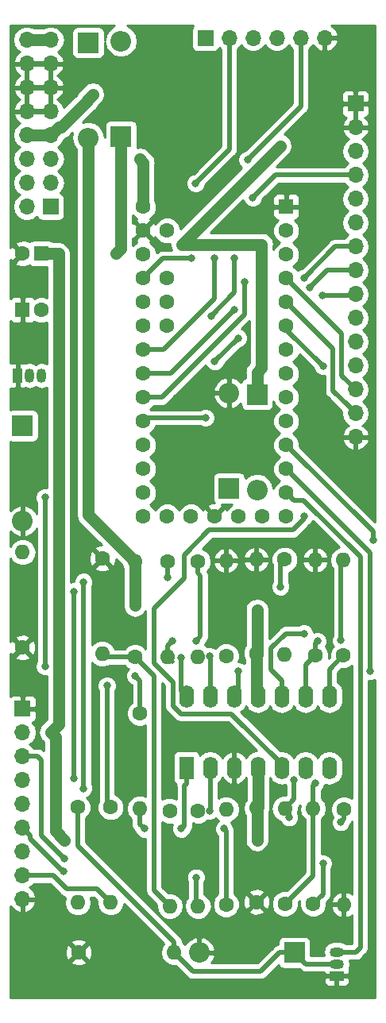
<source format=gbr>
G04 #@! TF.GenerationSoftware,KiCad,Pcbnew,(5.0.1)-3*
G04 #@! TF.CreationDate,2019-04-01T17:27:39+01:00*
G04 #@! TF.ProjectId,Fractional Clock divider PCB1 bottom board,4672616374696F6E616C20436C6F636B,rev?*
G04 #@! TF.SameCoordinates,Original*
G04 #@! TF.FileFunction,Copper,L2,Bot,Signal*
G04 #@! TF.FilePolarity,Positive*
%FSLAX46Y46*%
G04 Gerber Fmt 4.6, Leading zero omitted, Abs format (unit mm)*
G04 Created by KiCad (PCBNEW (5.0.1)-3) date 01/04/2019 17:27:39*
%MOMM*%
%LPD*%
G01*
G04 APERTURE LIST*
G04 #@! TA.AperFunction,ComponentPad*
%ADD10O,1.600000X1.600000*%
G04 #@! TD*
G04 #@! TA.AperFunction,ComponentPad*
%ADD11C,1.600000*%
G04 #@! TD*
G04 #@! TA.AperFunction,ComponentPad*
%ADD12R,1.600000X1.600000*%
G04 #@! TD*
G04 #@! TA.AperFunction,ComponentPad*
%ADD13O,2.200000X2.200000*%
G04 #@! TD*
G04 #@! TA.AperFunction,ComponentPad*
%ADD14R,2.200000X2.200000*%
G04 #@! TD*
G04 #@! TA.AperFunction,ComponentPad*
%ADD15R,1.700000X1.700000*%
G04 #@! TD*
G04 #@! TA.AperFunction,ComponentPad*
%ADD16O,1.700000X1.700000*%
G04 #@! TD*
G04 #@! TA.AperFunction,ComponentPad*
%ADD17R,1.500000X1.050000*%
G04 #@! TD*
G04 #@! TA.AperFunction,ComponentPad*
%ADD18O,1.500000X1.050000*%
G04 #@! TD*
G04 #@! TA.AperFunction,ComponentPad*
%ADD19O,1.050000X1.500000*%
G04 #@! TD*
G04 #@! TA.AperFunction,ComponentPad*
%ADD20R,1.050000X1.500000*%
G04 #@! TD*
G04 #@! TA.AperFunction,ComponentPad*
%ADD21R,1.600000X2.400000*%
G04 #@! TD*
G04 #@! TA.AperFunction,ComponentPad*
%ADD22O,1.600000X2.400000*%
G04 #@! TD*
G04 #@! TA.AperFunction,ViaPad*
%ADD23C,1.200000*%
G04 #@! TD*
G04 #@! TA.AperFunction,ViaPad*
%ADD24C,0.800000*%
G04 #@! TD*
G04 #@! TA.AperFunction,Conductor*
%ADD25C,1.270000*%
G04 #@! TD*
G04 #@! TA.AperFunction,Conductor*
%ADD26C,0.500000*%
G04 #@! TD*
G04 #@! TA.AperFunction,Conductor*
%ADD27C,0.254000*%
G04 #@! TD*
G04 APERTURE END LIST*
D10*
G04 #@! TO.P,C3,2*
G04 #@! TO.N,+12V*
X88431834Y-99106702D03*
D11*
G04 #@! TO.P,C3,1*
G04 #@! TO.N,GND*
X88431834Y-109106702D03*
G04 #@! TD*
D10*
G04 #@! TO.P,C4,2*
G04 #@! TO.N,GND*
X88431834Y-72606702D03*
D11*
G04 #@! TO.P,C4,1*
G04 #@! TO.N,-12V*
X88431834Y-82606702D03*
G04 #@! TD*
D12*
G04 #@! TO.P,C1,1*
G04 #@! TO.N,+12V*
X65500000Y-40000000D03*
D11*
G04 #@! TO.P,C1,2*
G04 #@! TO.N,GND*
X63500000Y-40000000D03*
G04 #@! TD*
G04 #@! TO.P,C2,2*
G04 #@! TO.N,-12V*
X65500000Y-46000000D03*
D12*
G04 #@! TO.P,C2,1*
G04 #@! TO.N,GND*
X63500000Y-46000000D03*
G04 #@! TD*
D13*
G04 #@! TO.P,D1,2*
G04 #@! TO.N,/+12V_in*
X74000000Y-17340000D03*
D14*
G04 #@! TO.P,D1,1*
G04 #@! TO.N,+12V*
X74000000Y-27500000D03*
G04 #@! TD*
G04 #@! TO.P,D2,1*
G04 #@! TO.N,/-12V_in*
X70500000Y-17500000D03*
D13*
G04 #@! TO.P,D2,2*
G04 #@! TO.N,-12V*
X70500000Y-27660000D03*
G04 #@! TD*
D14*
G04 #@! TO.P,D6,1*
G04 #@! TO.N,Net-(D6-Pad1)*
X92500000Y-114500000D03*
D13*
G04 #@! TO.P,D6,2*
G04 #@! TO.N,GND*
X82340000Y-114500000D03*
G04 #@! TD*
D14*
G04 #@! TO.P,D7,1*
G04 #@! TO.N,Net-(D7-Pad1)*
X63500000Y-58340000D03*
D13*
G04 #@! TO.P,D7,2*
G04 #@! TO.N,GND*
X63500000Y-68500000D03*
G04 #@! TD*
G04 #@! TO.P,D8,2*
G04 #@! TO.N,/CV_in*
X88500000Y-65160000D03*
D14*
G04 #@! TO.P,D8,1*
G04 #@! TO.N,/+3_3V*
X88500000Y-55000000D03*
G04 #@! TD*
D13*
G04 #@! TO.P,D9,2*
G04 #@! TO.N,GND*
X85500000Y-54840000D03*
D14*
G04 #@! TO.P,D9,1*
G04 #@! TO.N,/CV_in*
X85500000Y-65000000D03*
G04 #@! TD*
D15*
G04 #@! TO.P,H1,1*
G04 #@! TO.N,Net-(H1-Pad1)*
X66500000Y-35000000D03*
D16*
G04 #@! TO.P,H1,2*
G04 #@! TO.N,Net-(H1-Pad2)*
X63960000Y-35000000D03*
G04 #@! TO.P,H1,3*
G04 #@! TO.N,Net-(H1-Pad3)*
X66500000Y-32460000D03*
G04 #@! TO.P,H1,4*
G04 #@! TO.N,Net-(H1-Pad4)*
X63960000Y-32460000D03*
G04 #@! TO.P,H1,5*
G04 #@! TO.N,+5V*
X66500000Y-29920000D03*
G04 #@! TO.P,H1,6*
X63960000Y-29920000D03*
G04 #@! TO.P,H1,7*
G04 #@! TO.N,/+12V_in*
X66500000Y-27380000D03*
G04 #@! TO.P,H1,8*
X63960000Y-27380000D03*
G04 #@! TO.P,H1,9*
G04 #@! TO.N,GND*
X66500000Y-24840000D03*
G04 #@! TO.P,H1,10*
X63960000Y-24840000D03*
G04 #@! TO.P,H1,11*
X66500000Y-22300000D03*
G04 #@! TO.P,H1,12*
X63960000Y-22300000D03*
G04 #@! TO.P,H1,13*
X66500000Y-19760000D03*
G04 #@! TO.P,H1,14*
X63960000Y-19760000D03*
G04 #@! TO.P,H1,15*
G04 #@! TO.N,/-12V_in*
X66500000Y-17220000D03*
G04 #@! TO.P,H1,16*
X63960000Y-17220000D03*
G04 #@! TD*
G04 #@! TO.P,J2,6*
G04 #@! TO.N,GND*
X95700000Y-17000000D03*
G04 #@! TO.P,J2,5*
G04 #@! TO.N,/LED_Sh_B*
X93160000Y-17000000D03*
G04 #@! TO.P,J2,4*
G04 #@! TO.N,/CV_ind_LED_shuffle*
X90620000Y-17000000D03*
G04 #@! TO.P,J2,3*
G04 #@! TO.N,/CV_ind_LED_shift*
X88080000Y-17000000D03*
G04 #@! TO.P,J2,2*
G04 #@! TO.N,/CV_ind_LED_Divs*
X85540000Y-17000000D03*
D15*
G04 #@! TO.P,J2,1*
G04 #@! TO.N,/CV_ind_LED_Length*
X83000000Y-17000000D03*
G04 #@! TD*
G04 #@! TO.P,J3,1*
G04 #@! TO.N,GND*
X99000000Y-24000000D03*
D16*
G04 #@! TO.P,J3,2*
X99000000Y-26540000D03*
G04 #@! TO.P,J3,3*
G04 #@! TO.N,/+3_3V*
X99000000Y-29080000D03*
G04 #@! TO.P,J3,4*
G04 #@! TO.N,/Pot_Length*
X99000000Y-31620000D03*
G04 #@! TO.P,J3,5*
G04 #@! TO.N,/Pot_Divisions*
X99000000Y-34160000D03*
G04 #@! TO.P,J3,6*
G04 #@! TO.N,/Pot_CVamt*
X99000000Y-36700000D03*
G04 #@! TO.P,J3,7*
G04 #@! TO.N,/EncoderA*
X99000000Y-39240000D03*
G04 #@! TO.P,J3,8*
G04 #@! TO.N,/EncoderB*
X99000000Y-41780000D03*
G04 #@! TO.P,J3,9*
G04 #@! TO.N,/EncoderSw*
X99000000Y-44320000D03*
G04 #@! TO.P,J3,10*
G04 #@! TO.N,/SW_DivEuc1*
X99000000Y-46860000D03*
G04 #@! TO.P,J3,11*
G04 #@! TO.N,/SW_DivEuc2*
X99000000Y-49400000D03*
G04 #@! TO.P,J3,12*
G04 #@! TO.N,/SW_CVassgn*
X99000000Y-51940000D03*
G04 #@! TO.P,J3,13*
G04 #@! TO.N,/SW_OutMode1*
X99000000Y-54480000D03*
G04 #@! TO.P,J3,14*
G04 #@! TO.N,/SW_OutMode2*
X99000000Y-57020000D03*
G04 #@! TO.P,J3,15*
G04 #@! TO.N,GND*
X99000000Y-59560000D03*
G04 #@! TD*
G04 #@! TO.P,J6,9*
G04 #@! TO.N,GND*
X63500000Y-108820000D03*
G04 #@! TO.P,J6,8*
G04 #@! TO.N,/Rin_B*
X63500000Y-106280000D03*
G04 #@! TO.P,J6,7*
G04 #@! TO.N,/CLin_B*
X63500000Y-103740000D03*
G04 #@! TO.P,J6,6*
G04 #@! TO.N,/CVin_B*
X63500000Y-101200000D03*
G04 #@! TO.P,J6,5*
G04 #@! TO.N,/OutT_B*
X63500000Y-98660000D03*
G04 #@! TO.P,J6,4*
G04 #@! TO.N,/OutM_B*
X63500000Y-96120000D03*
G04 #@! TO.P,J6,3*
G04 #@! TO.N,/OutC_B*
X63500000Y-93580000D03*
G04 #@! TO.P,J6,2*
G04 #@! TO.N,+12V*
X63500000Y-91040000D03*
D15*
G04 #@! TO.P,J6,1*
G04 #@! TO.N,GND*
X63500000Y-88500000D03*
G04 #@! TD*
D17*
G04 #@! TO.P,Q4,1*
G04 #@! TO.N,GND*
X97000000Y-117000000D03*
D18*
G04 #@! TO.P,Q4,3*
G04 #@! TO.N,/Trigger_in*
X97000000Y-114460000D03*
G04 #@! TO.P,Q4,2*
G04 #@! TO.N,Net-(D6-Pad1)*
X97000000Y-115730000D03*
G04 #@! TD*
D19*
G04 #@! TO.P,Q5,2*
G04 #@! TO.N,Net-(D7-Pad1)*
X64270000Y-53000000D03*
G04 #@! TO.P,Q5,3*
G04 #@! TO.N,/Cycle_in*
X65540000Y-53000000D03*
D20*
G04 #@! TO.P,Q5,1*
G04 #@! TO.N,GND*
X63000000Y-53000000D03*
G04 #@! TD*
D11*
G04 #@! TO.P,R1,1*
G04 #@! TO.N,Net-(R1-Pad1)*
X97759090Y-99236542D03*
D10*
G04 #@! TO.P,R1,2*
G04 #@! TO.N,GND*
X97759090Y-109396542D03*
G04 #@! TD*
G04 #@! TO.P,R2,2*
G04 #@! TO.N,GND*
X94705873Y-72651486D03*
D11*
G04 #@! TO.P,R2,1*
G04 #@! TO.N,Net-(R2-Pad1)*
X94705873Y-82811486D03*
G04 #@! TD*
G04 #@! TO.P,R3,1*
G04 #@! TO.N,Net-(R3-Pad1)*
X85205873Y-82890678D03*
D10*
G04 #@! TO.P,R3,2*
G04 #@! TO.N,GND*
X85205873Y-72730678D03*
G04 #@! TD*
G04 #@! TO.P,R4,2*
G04 #@! TO.N,Net-(R1-Pad1)*
X91473391Y-99151486D03*
D11*
G04 #@! TO.P,R4,1*
G04 #@! TO.N,Net-(R4-Pad1)*
X91473391Y-109311486D03*
G04 #@! TD*
G04 #@! TO.P,R5,1*
G04 #@! TO.N,Net-(R5-Pad1)*
X97705873Y-82811486D03*
D10*
G04 #@! TO.P,R5,2*
G04 #@! TO.N,Net-(R2-Pad1)*
X97705873Y-72651486D03*
G04 #@! TD*
D11*
G04 #@! TO.P,R6,1*
G04 #@! TO.N,Net-(R6-Pad1)*
X82205873Y-72811486D03*
D10*
G04 #@! TO.P,R6,2*
G04 #@! TO.N,Net-(R3-Pad1)*
X82205873Y-82971486D03*
G04 #@! TD*
D11*
G04 #@! TO.P,R7,1*
G04 #@! TO.N,/OutC_B*
X94473391Y-109311486D03*
D10*
G04 #@! TO.P,R7,2*
G04 #@! TO.N,Net-(R4-Pad1)*
X94473391Y-99151486D03*
G04 #@! TD*
D11*
G04 #@! TO.P,R8,1*
G04 #@! TO.N,/OutM_B*
X91431834Y-72606702D03*
D10*
G04 #@! TO.P,R8,2*
G04 #@! TO.N,Net-(R5-Pad1)*
X91431834Y-82766702D03*
G04 #@! TD*
G04 #@! TO.P,R9,2*
G04 #@! TO.N,Net-(R6-Pad1)*
X78973391Y-82971486D03*
D11*
G04 #@! TO.P,R9,1*
G04 #@! TO.N,/OutT_B*
X78973391Y-72811486D03*
G04 #@! TD*
D10*
G04 #@! TO.P,R13,2*
G04 #@! TO.N,-12V*
X75500000Y-72840000D03*
D11*
G04 #@! TO.P,R13,1*
G04 #@! TO.N,/Vref*
X75500000Y-83000000D03*
G04 #@! TD*
D10*
G04 #@! TO.P,R14,2*
G04 #@! TO.N,/Vref*
X72000000Y-82660000D03*
D11*
G04 #@! TO.P,R14,1*
G04 #@! TO.N,GND*
X72000000Y-72500000D03*
G04 #@! TD*
G04 #@! TO.P,R15,1*
G04 #@! TO.N,Net-(D6-Pad1)*
X69394226Y-99018477D03*
D10*
G04 #@! TO.P,R15,2*
G04 #@! TO.N,/CLin_B*
X69394226Y-109178477D03*
G04 #@! TD*
G04 #@! TO.P,R16,2*
G04 #@! TO.N,/Rin_B*
X72894226Y-109178477D03*
D11*
G04 #@! TO.P,R16,1*
G04 #@! TO.N,Net-(D7-Pad1)*
X72894226Y-99018477D03*
G04 #@! TD*
G04 #@! TO.P,R17,1*
G04 #@! TO.N,Net-(R17-Pad1)*
X79205873Y-99390678D03*
D10*
G04 #@! TO.P,R17,2*
G04 #@! TO.N,/Vref*
X79205873Y-109550678D03*
G04 #@! TD*
G04 #@! TO.P,R18,2*
G04 #@! TO.N,/CVin_B*
X82205873Y-109550678D03*
D11*
G04 #@! TO.P,R18,1*
G04 #@! TO.N,Net-(R17-Pad1)*
X82205873Y-99390678D03*
G04 #@! TD*
D10*
G04 #@! TO.P,R19,2*
G04 #@! TO.N,Net-(D6-Pad1)*
X79660000Y-114500000D03*
D11*
G04 #@! TO.P,R19,1*
G04 #@! TO.N,GND*
X69500000Y-114500000D03*
G04 #@! TD*
G04 #@! TO.P,R20,1*
G04 #@! TO.N,GND*
X63500000Y-82000000D03*
D10*
G04 #@! TO.P,R20,2*
G04 #@! TO.N,Net-(D7-Pad1)*
X63500000Y-71840000D03*
G04 #@! TD*
D11*
G04 #@! TO.P,R21,1*
G04 #@! TO.N,Net-(R21-Pad1)*
X85205873Y-109390678D03*
D10*
G04 #@! TO.P,R21,2*
G04 #@! TO.N,Net-(R17-Pad1)*
X85205873Y-99230678D03*
G04 #@! TD*
G04 #@! TO.P,R22,2*
G04 #@! TO.N,Net-(R21-Pad1)*
X76000000Y-99160000D03*
D11*
G04 #@! TO.P,R22,1*
G04 #@! TO.N,/CV_in*
X76000000Y-89000000D03*
G04 #@! TD*
D21*
G04 #@! TO.P,U1,1*
G04 #@! TO.N,Net-(R21-Pad1)*
X80973391Y-94811486D03*
D22*
G04 #@! TO.P,U1,8*
G04 #@! TO.N,Net-(R5-Pad1)*
X96213391Y-87191486D03*
G04 #@! TO.P,U1,2*
G04 #@! TO.N,Net-(R17-Pad1)*
X83513391Y-94811486D03*
G04 #@! TO.P,U1,9*
G04 #@! TO.N,Net-(R2-Pad1)*
X93673391Y-87191486D03*
G04 #@! TO.P,U1,3*
G04 #@! TO.N,GND*
X86053391Y-94811486D03*
G04 #@! TO.P,U1,10*
G04 #@! TO.N,/DigiOut_out*
X91133391Y-87191486D03*
G04 #@! TO.P,U1,4*
G04 #@! TO.N,+12V*
X88593391Y-94811486D03*
G04 #@! TO.P,U1,11*
G04 #@! TO.N,-12V*
X88593391Y-87191486D03*
G04 #@! TO.P,U1,5*
G04 #@! TO.N,/DigiOut_Cycle*
X91133391Y-94811486D03*
G04 #@! TO.P,U1,12*
G04 #@! TO.N,/DigiOut_Thru*
X86053391Y-87191486D03*
G04 #@! TO.P,U1,6*
G04 #@! TO.N,Net-(R1-Pad1)*
X93673391Y-94811486D03*
G04 #@! TO.P,U1,13*
G04 #@! TO.N,Net-(R3-Pad1)*
X83513391Y-87191486D03*
G04 #@! TO.P,U1,7*
G04 #@! TO.N,Net-(R4-Pad1)*
X96213391Y-94811486D03*
G04 #@! TO.P,U1,14*
G04 #@! TO.N,Net-(R6-Pad1)*
X80973391Y-87191486D03*
G04 #@! TD*
D11*
G04 #@! TO.P,U2,17*
G04 #@! TO.N,GND*
X84000000Y-68010000D03*
G04 #@! TO.P,U2,18*
G04 #@! TO.N,Net-(U2-Pad18)*
X81460000Y-68010000D03*
G04 #@! TO.P,U2,19*
G04 #@! TO.N,Net-(U2-Pad19)*
X78920000Y-68010000D03*
G04 #@! TO.P,U2,20*
G04 #@! TO.N,Net-(U2-Pad20)*
X76380000Y-68010000D03*
G04 #@! TO.P,U2,16*
G04 #@! TO.N,Net-(U2-Pad16)*
X86540000Y-68010000D03*
G04 #@! TO.P,U2,15*
G04 #@! TO.N,Net-(U2-Pad15)*
X89080000Y-68010000D03*
G04 #@! TO.P,U2,14*
G04 #@! TO.N,Net-(U2-Pad14)*
X91620000Y-68010000D03*
G04 #@! TO.P,U2,21*
G04 #@! TO.N,/CV_in*
X76380000Y-65470000D03*
G04 #@! TO.P,U2,22*
G04 #@! TO.N,/Pot_CVamt*
X76380000Y-62930000D03*
G04 #@! TO.P,U2,23*
G04 #@! TO.N,/LED_Sh_B*
X76380000Y-60390000D03*
G04 #@! TO.P,U2,24*
G04 #@! TO.N,/CV_ind_LED_shuffle*
X76380000Y-57850000D03*
G04 #@! TO.P,U2,25*
G04 #@! TO.N,/Pot_Length*
X76380000Y-55310000D03*
G04 #@! TO.P,U2,26*
G04 #@! TO.N,/Pot_Divisions*
X76380000Y-52770000D03*
G04 #@! TO.P,U2,27*
G04 #@! TO.N,/CV_ind_LED_shift*
X76380000Y-50230000D03*
G04 #@! TO.P,U2,28*
G04 #@! TO.N,/Cycle_in*
X76380000Y-47690000D03*
G04 #@! TO.P,U2,29*
G04 #@! TO.N,/CV_ind_LED_Divs*
X76380000Y-45150000D03*
G04 #@! TO.P,U2,30*
G04 #@! TO.N,/CV_ind_LED_Length*
X76380000Y-42610000D03*
G04 #@! TO.P,U2,31*
G04 #@! TO.N,/+3_3V*
X76380000Y-40070000D03*
G04 #@! TO.P,U2,32*
G04 #@! TO.N,GND*
X76380000Y-37530000D03*
G04 #@! TO.P,U2,33*
G04 #@! TO.N,+5V*
X76380000Y-34990000D03*
G04 #@! TO.P,U2,34*
G04 #@! TO.N,Net-(U2-Pad34)*
X78920000Y-37530000D03*
G04 #@! TO.P,U2,35*
G04 #@! TO.N,Net-(U2-Pad35)*
X78920000Y-42610000D03*
G04 #@! TO.P,U2,36*
G04 #@! TO.N,Net-(U2-Pad36)*
X78920000Y-45150000D03*
G04 #@! TO.P,U2,37*
G04 #@! TO.N,Net-(U2-Pad37)*
X78920000Y-47690000D03*
G04 #@! TO.P,U2,13*
G04 #@! TO.N,/Trigger_in*
X91620000Y-65470000D03*
G04 #@! TO.P,U2,12*
G04 #@! TO.N,/DigiOut_Thru*
X91620000Y-62930000D03*
G04 #@! TO.P,U2,11*
G04 #@! TO.N,/DigiOut_out*
X91620000Y-60390000D03*
G04 #@! TO.P,U2,10*
G04 #@! TO.N,/DigiOut_Cycle*
X91620000Y-57850000D03*
G04 #@! TO.P,U2,9*
G04 #@! TO.N,/EncoderSw*
X91620000Y-55310000D03*
G04 #@! TO.P,U2,8*
G04 #@! TO.N,/EncoderB*
X91620000Y-52770000D03*
G04 #@! TO.P,U2,7*
G04 #@! TO.N,/EncoderA*
X91620000Y-50230000D03*
G04 #@! TO.P,U2,6*
G04 #@! TO.N,/SW_CVassgn*
X91620000Y-47690000D03*
G04 #@! TO.P,U2,5*
G04 #@! TO.N,/SW_OutMode2*
X91620000Y-45150000D03*
G04 #@! TO.P,U2,4*
G04 #@! TO.N,/SW_OutMode1*
X91620000Y-42610000D03*
G04 #@! TO.P,U2,3*
G04 #@! TO.N,/SW_DivEuc2*
X91620000Y-40070000D03*
G04 #@! TO.P,U2,2*
G04 #@! TO.N,/SW_DivEuc1*
X91620000Y-37530000D03*
D12*
G04 #@! TO.P,U2,1*
G04 #@! TO.N,GND*
X91620000Y-34990000D03*
G04 #@! TD*
D23*
G04 #@! TO.N,+12V*
X66500000Y-91000000D03*
X68000000Y-102500000D03*
X88500000Y-102500000D03*
X73500000Y-40000000D03*
X67329990Y-40000000D03*
G04 #@! TO.N,-12V*
X88500000Y-78000000D03*
X75500000Y-77500000D03*
X70500000Y-46000000D03*
G04 #@! TO.N,/+12V_in*
X71000000Y-23000000D03*
D24*
G04 #@! TO.N,Net-(D7-Pad1)*
X72500000Y-86050000D03*
G04 #@! TO.N,/CV_in*
X75500000Y-85000000D03*
X65900001Y-84000000D03*
X65900001Y-66000000D03*
D23*
G04 #@! TO.N,/+3_3V*
X80500000Y-39000000D03*
X91000000Y-28500000D03*
G04 #@! TO.N,+5V*
X76000000Y-29920000D03*
D24*
G04 #@! TO.N,/LED_Sh_B*
X87485301Y-29985301D03*
X83620464Y-46620464D03*
X86100001Y-40500000D03*
G04 #@! TO.N,/Pot_Length*
X87150001Y-43000000D03*
X88050011Y-34015269D03*
G04 #@! TO.N,/Pot_Divisions*
X86100001Y-46000000D03*
G04 #@! TO.N,/Pot_CVamt*
X84000000Y-51500000D03*
X86500000Y-49000000D03*
G04 #@! TO.N,/EncoderA*
X93500000Y-42570001D03*
G04 #@! TO.N,/EncoderB*
X94120929Y-43626004D03*
G04 #@! TO.N,/EncoderSw*
X95500000Y-44500000D03*
G04 #@! TO.N,/SW_CVassgn*
X95549990Y-52000000D03*
G04 #@! TO.N,/CVin_B*
X67889702Y-105854422D03*
X82000000Y-106500000D03*
G04 #@! TO.N,/OutT_B*
X79000000Y-74500000D03*
X70000000Y-75000000D03*
X70000000Y-97000000D03*
G04 #@! TO.N,/OutM_B*
X68950000Y-95950000D03*
X68950000Y-76000000D03*
X91000000Y-75500000D03*
G04 #@! TO.N,/OutC_B*
X68000000Y-104500000D03*
X95523391Y-105000000D03*
G04 #@! TO.N,Net-(R1-Pad1)*
X92450656Y-96119679D03*
X97431834Y-100606702D03*
X91931834Y-100106702D03*
G04 #@! TO.N,Net-(R2-Pad1)*
X94973391Y-81311486D03*
X97460818Y-81230362D03*
G04 #@! TO.N,Net-(R3-Pad1)*
X83431834Y-82890678D03*
G04 #@! TO.N,Net-(R4-Pad1)*
X94707656Y-96432264D03*
G04 #@! TO.N,Net-(R6-Pad1)*
X79473391Y-81311486D03*
X81973391Y-81311486D03*
X80431834Y-83106702D03*
G04 #@! TO.N,Net-(R17-Pad1)*
X83431834Y-99390678D03*
G04 #@! TO.N,Net-(R21-Pad1)*
X84973391Y-101311486D03*
X76473391Y-101311486D03*
X80431834Y-101311486D03*
G04 #@! TO.N,/CV_ind_LED_Length*
X81500000Y-40500000D03*
G04 #@! TO.N,/CV_ind_LED_Divs*
X81950000Y-32500000D03*
G04 #@! TO.N,/CV_ind_LED_shift*
X84000000Y-40500000D03*
G04 #@! TO.N,/CV_ind_LED_shuffle*
X83000000Y-57500000D03*
G04 #@! TO.N,/DigiOut_out*
X100875000Y-70500000D03*
X93500000Y-80500000D03*
G04 #@! TO.N,/DigiOut_Cycle*
X93500000Y-68000000D03*
G04 #@! TO.N,/DigiOut_Thru*
X100550000Y-84500000D03*
X86500000Y-84500000D03*
G04 #@! TD*
D25*
G04 #@! TO.N,+12V*
X88593391Y-98945145D02*
X88431834Y-99106702D01*
X88593391Y-94811486D02*
X88593391Y-98945145D01*
X65500000Y-40000000D02*
X67329990Y-40000000D01*
X66500000Y-91000000D02*
X67000000Y-91500000D01*
X67000000Y-91500000D02*
X67000000Y-101500000D01*
X67000000Y-101500000D02*
X68000000Y-102500000D01*
X88500000Y-99174868D02*
X88431834Y-99106702D01*
X88500000Y-102500000D02*
X88500000Y-99174868D01*
X67099999Y-90400001D02*
X66500000Y-91000000D01*
X67335001Y-90164999D02*
X67099999Y-90400001D01*
X67335001Y-45119199D02*
X67335001Y-90164999D01*
X67329990Y-45114188D02*
X67335001Y-45119199D01*
X67329990Y-40000000D02*
X67329990Y-45114188D01*
X74000000Y-27500000D02*
X74000000Y-39500000D01*
X74000000Y-39500000D02*
X73500000Y-40000000D01*
D26*
G04 #@! TO.N,GND*
X66500000Y-19760000D02*
X63960000Y-19760000D01*
X63960000Y-19760000D02*
X63960000Y-22300000D01*
X63960000Y-22300000D02*
X63960000Y-24840000D01*
X63960000Y-24840000D02*
X66500000Y-24840000D01*
X66500000Y-24840000D02*
X66500000Y-22300000D01*
X66500000Y-22300000D02*
X66500000Y-19760000D01*
X66500000Y-22300000D02*
X63960000Y-22300000D01*
D25*
G04 #@! TO.N,-12V*
X88431834Y-87029929D02*
X88593391Y-87191486D01*
X88431834Y-82606702D02*
X88431834Y-87029929D01*
X88500000Y-82538536D02*
X88431834Y-82606702D01*
X88500000Y-78000000D02*
X88500000Y-82538536D01*
X75500000Y-72840000D02*
X75500000Y-77500000D01*
X70500000Y-27660000D02*
X70500000Y-46000000D01*
X70500000Y-67840000D02*
X75500000Y-72840000D01*
X70500000Y-46000000D02*
X70500000Y-67840000D01*
G04 #@! TO.N,/+12V_in*
X67349999Y-26530001D02*
X66500000Y-27380000D01*
X67599801Y-26530001D02*
X67349999Y-26530001D01*
X70400001Y-23729801D02*
X67599801Y-26530001D01*
X70400001Y-23599999D02*
X70400001Y-23729801D01*
X71000000Y-23000000D02*
X70400001Y-23599999D01*
X66500000Y-27380000D02*
X63960000Y-27380000D01*
G04 #@! TO.N,/-12V_in*
X66500000Y-17220000D02*
X63960000Y-17220000D01*
D26*
G04 #@! TO.N,Net-(D6-Pad1)*
X93730000Y-115730000D02*
X92500000Y-114500000D01*
X97000000Y-115730000D02*
X93730000Y-115730000D01*
X90900000Y-114500000D02*
X92500000Y-114500000D01*
X88900000Y-116500000D02*
X90900000Y-114500000D01*
X81660000Y-116500000D02*
X88900000Y-116500000D01*
X79660000Y-114500000D02*
X81660000Y-116500000D01*
X69394226Y-100149847D02*
X69394226Y-99018477D01*
X69394226Y-103102856D02*
X69394226Y-100149847D01*
X79660000Y-113368630D02*
X69394226Y-103102856D01*
X79660000Y-114500000D02*
X79660000Y-113368630D01*
G04 #@! TO.N,Net-(D7-Pad1)*
X72500000Y-98624251D02*
X72894226Y-99018477D01*
X72500000Y-86050000D02*
X72500000Y-98624251D01*
G04 #@! TO.N,/CV_in*
X76000000Y-89000000D02*
X76000000Y-85500000D01*
X76000000Y-85500000D02*
X75500000Y-85000000D01*
X65900001Y-84000000D02*
X65900001Y-66000000D01*
D25*
G04 #@! TO.N,/+3_3V*
X80500000Y-39000000D02*
X81000000Y-38500000D01*
X81000000Y-38500000D02*
X91000000Y-28500000D01*
X88500000Y-52630000D02*
X88500000Y-55000000D01*
X89000000Y-52130000D02*
X88500000Y-52630000D01*
X89000000Y-39000000D02*
X89000000Y-52130000D01*
X80500000Y-39000000D02*
X89000000Y-39000000D01*
G04 #@! TO.N,+5V*
X76380000Y-30300000D02*
X76000000Y-29920000D01*
X76380000Y-34990000D02*
X76380000Y-30300000D01*
D26*
G04 #@! TO.N,/LED_Sh_B*
X93160000Y-17000000D02*
X93160000Y-24310602D01*
X93160000Y-24310602D02*
X87485301Y-29985301D01*
X83620464Y-46620464D02*
X86100001Y-44140927D01*
X86100001Y-44140927D02*
X86100001Y-40500000D01*
G04 #@! TO.N,/Pot_Length*
X87150001Y-46504002D02*
X87150001Y-43000000D01*
X76380000Y-55310000D02*
X78344003Y-55310000D01*
X78344003Y-55310000D02*
X87150001Y-46504002D01*
X99000000Y-31620000D02*
X90445280Y-31620000D01*
X90445280Y-31620000D02*
X88050011Y-34015269D01*
G04 #@! TO.N,/Pot_Divisions*
X76380000Y-52770000D02*
X79330001Y-52770000D01*
X79330001Y-52770000D02*
X86100001Y-46000000D01*
G04 #@! TO.N,/Pot_CVamt*
X84000000Y-51500000D02*
X86500000Y-49000000D01*
G04 #@! TO.N,/EncoderA*
X99000000Y-39240000D02*
X96830001Y-39240000D01*
X96830001Y-39240000D02*
X93500000Y-42570001D01*
G04 #@! TO.N,/EncoderB*
X99000000Y-41780000D02*
X95966933Y-41780000D01*
X95966933Y-41780000D02*
X94120929Y-43626004D01*
G04 #@! TO.N,/EncoderSw*
X98820000Y-44500000D02*
X99000000Y-44320000D01*
X95500000Y-44500000D02*
X98820000Y-44500000D01*
G04 #@! TO.N,/SW_CVassgn*
X91620000Y-48070010D02*
X91620000Y-47690000D01*
X95549990Y-52000000D02*
X91620000Y-48070010D01*
G04 #@! TO.N,/SW_OutMode1*
X92419999Y-43409999D02*
X91620000Y-42610000D01*
X97499999Y-48489999D02*
X92419999Y-43409999D01*
X97499999Y-52979999D02*
X97499999Y-48489999D01*
X99000000Y-54480000D02*
X97499999Y-52979999D01*
G04 #@! TO.N,/SW_OutMode2*
X98150001Y-56170001D02*
X99000000Y-57020000D01*
X96599990Y-54619990D02*
X98150001Y-56170001D01*
X96599990Y-50129990D02*
X96599990Y-54619990D01*
X91620000Y-45150000D02*
X96599990Y-50129990D01*
G04 #@! TO.N,/Rin_B*
X72094227Y-108378478D02*
X72894226Y-109178477D01*
X71444225Y-107728476D02*
X72094227Y-108378478D01*
X68209754Y-107728476D02*
X71444225Y-107728476D01*
X66761278Y-106280000D02*
X68209754Y-107728476D01*
X63500000Y-106280000D02*
X66761278Y-106280000D01*
G04 #@! TO.N,/CVin_B*
X67800420Y-105854422D02*
X67889702Y-105854422D01*
X64349999Y-102404001D02*
X67800420Y-105854422D01*
X63500000Y-101200000D02*
X64349999Y-102049999D01*
X64349999Y-102049999D02*
X64349999Y-102404001D01*
X82000000Y-109344805D02*
X82205873Y-109550678D01*
X82000000Y-106500000D02*
X82000000Y-109344805D01*
G04 #@! TO.N,/OutT_B*
X78973391Y-72811486D02*
X78973391Y-74473391D01*
X78973391Y-74473391D02*
X79000000Y-74500000D01*
X70000000Y-75000000D02*
X70000000Y-97000000D01*
G04 #@! TO.N,/OutM_B*
X68950000Y-95950000D02*
X68950000Y-76000000D01*
X91000000Y-73038536D02*
X91431834Y-72606702D01*
X91000000Y-75500000D02*
X91000000Y-73038536D01*
G04 #@! TO.N,/OutC_B*
X63500000Y-93580000D02*
X65080000Y-93580000D01*
X65080000Y-93580000D02*
X65500000Y-94000000D01*
X65500000Y-94000000D02*
X65500000Y-102000000D01*
X65500000Y-102000000D02*
X68000000Y-104500000D01*
X95523391Y-108261486D02*
X94473391Y-109311486D01*
X95523391Y-105000000D02*
X95523391Y-108261486D01*
G04 #@! TO.N,/Trigger_in*
X99040000Y-114460000D02*
X97000000Y-114460000D01*
X99500000Y-114000000D02*
X99040000Y-114460000D01*
X99500000Y-72299611D02*
X99500000Y-114000000D01*
X93470388Y-66269999D02*
X99500000Y-72299611D01*
X91620000Y-65470000D02*
X92419999Y-66269999D01*
X92419999Y-66269999D02*
X93470388Y-66269999D01*
G04 #@! TO.N,Net-(R1-Pad1)*
X91173391Y-98851486D02*
X91473391Y-99151486D01*
X92450656Y-98174221D02*
X91473391Y-99151486D01*
X92450656Y-96119679D02*
X92450656Y-98174221D01*
X97759090Y-99236542D02*
X97759090Y-100279446D01*
X97759090Y-100279446D02*
X97431834Y-100606702D01*
X91931834Y-99609929D02*
X91473391Y-99151486D01*
X91931834Y-100106702D02*
X91931834Y-99609929D01*
G04 #@! TO.N,Net-(R2-Pad1)*
X94673391Y-82843968D02*
X94705873Y-82811486D01*
X94705873Y-82811486D02*
X94705873Y-81579004D01*
X94705873Y-81579004D02*
X94973391Y-81311486D01*
X97460818Y-72896541D02*
X97705873Y-72651486D01*
X97460818Y-81230362D02*
X97460818Y-72896541D01*
X93673391Y-83843968D02*
X94705873Y-82811486D01*
X93673391Y-87191486D02*
X93673391Y-83843968D01*
G04 #@! TO.N,Net-(R3-Pad1)*
X82013391Y-83163968D02*
X82205873Y-82971486D01*
X83513391Y-82972235D02*
X83431834Y-82890678D01*
X83513391Y-87191486D02*
X83513391Y-82972235D01*
G04 #@! TO.N,Net-(R4-Pad1)*
X94473391Y-106311486D02*
X91473391Y-109311486D01*
X94473391Y-99151486D02*
X94473391Y-106311486D01*
X94473391Y-99151486D02*
X94473391Y-96666529D01*
X94473391Y-96666529D02*
X94707656Y-96432264D01*
G04 #@! TO.N,Net-(R5-Pad1)*
X97213391Y-83303968D02*
X97705873Y-82811486D01*
X96213391Y-84303968D02*
X97705873Y-82811486D01*
X96213391Y-87191486D02*
X96213391Y-84303968D01*
G04 #@! TO.N,Net-(R6-Pad1)*
X79473391Y-83471486D02*
X78973391Y-82971486D01*
X78973391Y-82971486D02*
X78973391Y-81811486D01*
X78973391Y-81811486D02*
X79473391Y-81311486D01*
X81973391Y-81311486D02*
X82473391Y-80811486D01*
X82473391Y-80811486D02*
X82473391Y-74311486D01*
X82205873Y-74043968D02*
X82205873Y-72811486D01*
X82473391Y-74311486D02*
X82205873Y-74043968D01*
X80973391Y-87191486D02*
X80431834Y-86649929D01*
X80431834Y-86649929D02*
X80431834Y-83106702D01*
G04 #@! TO.N,/Vref*
X78973391Y-109318196D02*
X79205873Y-109550678D01*
X72340000Y-83000000D02*
X72000000Y-82660000D01*
X75500000Y-83000000D02*
X72340000Y-83000000D01*
X78405874Y-108750679D02*
X79205873Y-109550678D01*
X77523392Y-107868197D02*
X78405874Y-108750679D01*
X77523392Y-85023392D02*
X77523392Y-107868197D01*
X75500000Y-83000000D02*
X77523392Y-85023392D01*
G04 #@! TO.N,Net-(R17-Pad1)*
X83513391Y-99309121D02*
X83431834Y-99390678D01*
X83513391Y-94811486D02*
X83513391Y-99309121D01*
G04 #@! TO.N,Net-(R21-Pad1)*
X85205873Y-109390678D02*
X85205873Y-101543968D01*
X85205873Y-101543968D02*
X84973391Y-101311486D01*
X76473391Y-101311486D02*
X75973391Y-100811486D01*
X80973391Y-94811486D02*
X80973391Y-96511486D01*
X80973391Y-96511486D02*
X80755872Y-96729005D01*
X80755872Y-96729005D02*
X80755872Y-100987448D01*
X80755872Y-100987448D02*
X80431834Y-101311486D01*
X76000000Y-100473391D02*
X75973391Y-100500000D01*
X76000000Y-99160000D02*
X76000000Y-100473391D01*
X75973391Y-100811486D02*
X75973391Y-100500000D01*
X75973391Y-100500000D02*
X75973391Y-99151486D01*
G04 #@! TO.N,/CV_ind_LED_Length*
X76380000Y-42610000D02*
X78490000Y-40500000D01*
X78490000Y-40500000D02*
X81500000Y-40500000D01*
G04 #@! TO.N,/CV_ind_LED_Divs*
X85540000Y-28910000D02*
X85540000Y-17000000D01*
X81950000Y-32500000D02*
X85540000Y-28910000D01*
G04 #@! TO.N,/CV_ind_LED_shift*
X84000000Y-44756002D02*
X84000000Y-40500000D01*
X76380000Y-50230000D02*
X78526002Y-50230000D01*
X78526002Y-50230000D02*
X84000000Y-44756002D01*
G04 #@! TO.N,/CV_ind_LED_shuffle*
X76730000Y-57500000D02*
X76380000Y-57850000D01*
X83000000Y-57500000D02*
X76730000Y-57500000D01*
G04 #@! TO.N,/DigiOut_out*
X91620000Y-60390000D02*
X100875000Y-69645000D01*
X100875000Y-69645000D02*
X100875000Y-70500000D01*
X91133391Y-85491486D02*
X91133391Y-87191486D01*
X89981833Y-84339928D02*
X91133391Y-85491486D01*
X89981833Y-82070701D02*
X89981833Y-84339928D01*
X91552534Y-80500000D02*
X89981833Y-82070701D01*
X93500000Y-80500000D02*
X91552534Y-80500000D01*
G04 #@! TO.N,/DigiOut_Cycle*
X93500000Y-68276002D02*
X93500000Y-68000000D01*
X80755872Y-74607469D02*
X80755872Y-72115485D01*
X77523390Y-83667487D02*
X77523390Y-77839951D01*
X91133391Y-94411486D02*
X85763401Y-89041496D01*
X77523390Y-77839951D02*
X80755872Y-74607469D01*
X91133391Y-94811486D02*
X91133391Y-94411486D01*
X92316001Y-69460001D02*
X93500000Y-68276002D01*
X85763401Y-89041496D02*
X80372778Y-89041496D01*
X80755872Y-72115485D02*
X83411356Y-69460001D01*
X80372778Y-89041496D02*
X79523381Y-88192099D01*
X79523381Y-88192099D02*
X79523381Y-85667478D01*
X83411356Y-69460001D02*
X92316001Y-69460001D01*
X79523381Y-85667478D02*
X77523390Y-83667487D01*
G04 #@! TO.N,/DigiOut_Thru*
X91620000Y-62930000D02*
X100550000Y-71860000D01*
X100550000Y-71860000D02*
X100550000Y-84500000D01*
X86500000Y-86744877D02*
X86053391Y-87191486D01*
X86500000Y-84500000D02*
X86500000Y-86744877D01*
G04 #@! TD*
D27*
G04 #@! TO.N,GND*
G36*
X101040001Y-119290000D02*
X62210000Y-119290000D01*
X62210000Y-115507745D01*
X68671861Y-115507745D01*
X68745995Y-115753864D01*
X69283223Y-115946965D01*
X69853454Y-115919778D01*
X70254005Y-115753864D01*
X70328139Y-115507745D01*
X69500000Y-114679605D01*
X68671861Y-115507745D01*
X62210000Y-115507745D01*
X62210000Y-114283223D01*
X68053035Y-114283223D01*
X68080222Y-114853454D01*
X68246136Y-115254005D01*
X68492255Y-115328139D01*
X69320395Y-114500000D01*
X69679605Y-114500000D01*
X70507745Y-115328139D01*
X70753864Y-115254005D01*
X70946965Y-114716777D01*
X70919778Y-114146546D01*
X70753864Y-113745995D01*
X70507745Y-113671861D01*
X69679605Y-114500000D01*
X69320395Y-114500000D01*
X68492255Y-113671861D01*
X68246136Y-113745995D01*
X68053035Y-114283223D01*
X62210000Y-114283223D01*
X62210000Y-113492255D01*
X68671861Y-113492255D01*
X69500000Y-114320395D01*
X70328139Y-113492255D01*
X70254005Y-113246136D01*
X69716777Y-113053035D01*
X69146546Y-113080222D01*
X68745995Y-113246136D01*
X68671861Y-113492255D01*
X62210000Y-113492255D01*
X62210000Y-109542608D01*
X62228355Y-109586924D01*
X62618642Y-110015183D01*
X63143108Y-110261486D01*
X63373000Y-110140819D01*
X63373000Y-108947000D01*
X63627000Y-108947000D01*
X63627000Y-110140819D01*
X63856892Y-110261486D01*
X64381358Y-110015183D01*
X64771645Y-109586924D01*
X64941476Y-109176890D01*
X64820155Y-108947000D01*
X63627000Y-108947000D01*
X63373000Y-108947000D01*
X63353000Y-108947000D01*
X63353000Y-108693000D01*
X63373000Y-108693000D01*
X63373000Y-108673000D01*
X63627000Y-108673000D01*
X63627000Y-108693000D01*
X64820155Y-108693000D01*
X64941476Y-108463110D01*
X64771645Y-108053076D01*
X64381358Y-107624817D01*
X64251522Y-107563843D01*
X64570625Y-107350625D01*
X64694656Y-107165000D01*
X66394700Y-107165000D01*
X67522331Y-108292632D01*
X67571705Y-108366525D01*
X67645598Y-108415899D01*
X67645599Y-108415900D01*
X67670220Y-108432351D01*
X67864444Y-108562128D01*
X68054887Y-108600009D01*
X68042486Y-108618568D01*
X67931113Y-109178477D01*
X68042486Y-109738386D01*
X68359649Y-110213054D01*
X68834317Y-110530217D01*
X69252893Y-110613477D01*
X69535559Y-110613477D01*
X69954135Y-110530217D01*
X70428803Y-110213054D01*
X70745966Y-109738386D01*
X70857339Y-109178477D01*
X70745966Y-108618568D01*
X70742564Y-108613476D01*
X71077647Y-108613476D01*
X71466209Y-109002039D01*
X71431113Y-109178477D01*
X71542486Y-109738386D01*
X71859649Y-110213054D01*
X72334317Y-110530217D01*
X72752893Y-110613477D01*
X73035559Y-110613477D01*
X73454135Y-110530217D01*
X73928803Y-110213054D01*
X74245966Y-109738386D01*
X74334266Y-109294474D01*
X78577274Y-113537483D01*
X78308260Y-113940091D01*
X78196887Y-114500000D01*
X78308260Y-115059909D01*
X78625423Y-115534577D01*
X79100091Y-115851740D01*
X79518667Y-115935000D01*
X79801333Y-115935000D01*
X79836439Y-115928017D01*
X80972577Y-117064156D01*
X81021951Y-117138049D01*
X81095844Y-117187423D01*
X81095845Y-117187424D01*
X81206880Y-117261615D01*
X81314690Y-117333652D01*
X81572835Y-117385000D01*
X81572839Y-117385000D01*
X81659999Y-117402337D01*
X81747159Y-117385000D01*
X88812839Y-117385000D01*
X88900000Y-117402337D01*
X88987161Y-117385000D01*
X88987165Y-117385000D01*
X89245310Y-117333652D01*
X89317000Y-117285750D01*
X95615000Y-117285750D01*
X95615000Y-117651309D01*
X95711673Y-117884698D01*
X95890301Y-118063327D01*
X96123690Y-118160000D01*
X96714250Y-118160000D01*
X96873000Y-118001250D01*
X96873000Y-117127000D01*
X97127000Y-117127000D01*
X97127000Y-118001250D01*
X97285750Y-118160000D01*
X97876310Y-118160000D01*
X98109699Y-118063327D01*
X98288327Y-117884698D01*
X98385000Y-117651309D01*
X98385000Y-117285750D01*
X98226250Y-117127000D01*
X97127000Y-117127000D01*
X96873000Y-117127000D01*
X95773750Y-117127000D01*
X95615000Y-117285750D01*
X89317000Y-117285750D01*
X89538049Y-117138049D01*
X89587425Y-117064153D01*
X90802632Y-115848946D01*
X90942191Y-116057809D01*
X91152235Y-116198157D01*
X91400000Y-116247440D01*
X92995861Y-116247440D01*
X93042577Y-116294156D01*
X93091951Y-116368049D01*
X93165844Y-116417423D01*
X93165845Y-116417424D01*
X93384690Y-116563652D01*
X93642835Y-116615000D01*
X93642839Y-116615000D01*
X93730000Y-116632337D01*
X93817161Y-116615000D01*
X95615000Y-116615000D01*
X95615000Y-116714250D01*
X95773750Y-116873000D01*
X96575290Y-116873000D01*
X96660754Y-116890000D01*
X97339246Y-116890000D01*
X97424710Y-116873000D01*
X98226250Y-116873000D01*
X98385000Y-116714250D01*
X98385000Y-116348691D01*
X98316776Y-116183984D01*
X98317695Y-116182609D01*
X98407725Y-115730000D01*
X98331143Y-115345000D01*
X98952839Y-115345000D01*
X99040000Y-115362337D01*
X99127161Y-115345000D01*
X99127165Y-115345000D01*
X99385310Y-115293652D01*
X99678049Y-115098049D01*
X99727425Y-115024153D01*
X100064153Y-114687425D01*
X100138049Y-114638049D01*
X100333652Y-114345310D01*
X100385000Y-114087165D01*
X100385000Y-114087161D01*
X100402337Y-114000001D01*
X100385000Y-113912841D01*
X100385000Y-85535000D01*
X100755874Y-85535000D01*
X101040001Y-85417311D01*
X101040001Y-119290000D01*
X101040001Y-119290000D01*
G37*
X101040001Y-119290000D02*
X62210000Y-119290000D01*
X62210000Y-115507745D01*
X68671861Y-115507745D01*
X68745995Y-115753864D01*
X69283223Y-115946965D01*
X69853454Y-115919778D01*
X70254005Y-115753864D01*
X70328139Y-115507745D01*
X69500000Y-114679605D01*
X68671861Y-115507745D01*
X62210000Y-115507745D01*
X62210000Y-114283223D01*
X68053035Y-114283223D01*
X68080222Y-114853454D01*
X68246136Y-115254005D01*
X68492255Y-115328139D01*
X69320395Y-114500000D01*
X69679605Y-114500000D01*
X70507745Y-115328139D01*
X70753864Y-115254005D01*
X70946965Y-114716777D01*
X70919778Y-114146546D01*
X70753864Y-113745995D01*
X70507745Y-113671861D01*
X69679605Y-114500000D01*
X69320395Y-114500000D01*
X68492255Y-113671861D01*
X68246136Y-113745995D01*
X68053035Y-114283223D01*
X62210000Y-114283223D01*
X62210000Y-113492255D01*
X68671861Y-113492255D01*
X69500000Y-114320395D01*
X70328139Y-113492255D01*
X70254005Y-113246136D01*
X69716777Y-113053035D01*
X69146546Y-113080222D01*
X68745995Y-113246136D01*
X68671861Y-113492255D01*
X62210000Y-113492255D01*
X62210000Y-109542608D01*
X62228355Y-109586924D01*
X62618642Y-110015183D01*
X63143108Y-110261486D01*
X63373000Y-110140819D01*
X63373000Y-108947000D01*
X63627000Y-108947000D01*
X63627000Y-110140819D01*
X63856892Y-110261486D01*
X64381358Y-110015183D01*
X64771645Y-109586924D01*
X64941476Y-109176890D01*
X64820155Y-108947000D01*
X63627000Y-108947000D01*
X63373000Y-108947000D01*
X63353000Y-108947000D01*
X63353000Y-108693000D01*
X63373000Y-108693000D01*
X63373000Y-108673000D01*
X63627000Y-108673000D01*
X63627000Y-108693000D01*
X64820155Y-108693000D01*
X64941476Y-108463110D01*
X64771645Y-108053076D01*
X64381358Y-107624817D01*
X64251522Y-107563843D01*
X64570625Y-107350625D01*
X64694656Y-107165000D01*
X66394700Y-107165000D01*
X67522331Y-108292632D01*
X67571705Y-108366525D01*
X67645598Y-108415899D01*
X67645599Y-108415900D01*
X67670220Y-108432351D01*
X67864444Y-108562128D01*
X68054887Y-108600009D01*
X68042486Y-108618568D01*
X67931113Y-109178477D01*
X68042486Y-109738386D01*
X68359649Y-110213054D01*
X68834317Y-110530217D01*
X69252893Y-110613477D01*
X69535559Y-110613477D01*
X69954135Y-110530217D01*
X70428803Y-110213054D01*
X70745966Y-109738386D01*
X70857339Y-109178477D01*
X70745966Y-108618568D01*
X70742564Y-108613476D01*
X71077647Y-108613476D01*
X71466209Y-109002039D01*
X71431113Y-109178477D01*
X71542486Y-109738386D01*
X71859649Y-110213054D01*
X72334317Y-110530217D01*
X72752893Y-110613477D01*
X73035559Y-110613477D01*
X73454135Y-110530217D01*
X73928803Y-110213054D01*
X74245966Y-109738386D01*
X74334266Y-109294474D01*
X78577274Y-113537483D01*
X78308260Y-113940091D01*
X78196887Y-114500000D01*
X78308260Y-115059909D01*
X78625423Y-115534577D01*
X79100091Y-115851740D01*
X79518667Y-115935000D01*
X79801333Y-115935000D01*
X79836439Y-115928017D01*
X80972577Y-117064156D01*
X81021951Y-117138049D01*
X81095844Y-117187423D01*
X81095845Y-117187424D01*
X81206880Y-117261615D01*
X81314690Y-117333652D01*
X81572835Y-117385000D01*
X81572839Y-117385000D01*
X81659999Y-117402337D01*
X81747159Y-117385000D01*
X88812839Y-117385000D01*
X88900000Y-117402337D01*
X88987161Y-117385000D01*
X88987165Y-117385000D01*
X89245310Y-117333652D01*
X89317000Y-117285750D01*
X95615000Y-117285750D01*
X95615000Y-117651309D01*
X95711673Y-117884698D01*
X95890301Y-118063327D01*
X96123690Y-118160000D01*
X96714250Y-118160000D01*
X96873000Y-118001250D01*
X96873000Y-117127000D01*
X97127000Y-117127000D01*
X97127000Y-118001250D01*
X97285750Y-118160000D01*
X97876310Y-118160000D01*
X98109699Y-118063327D01*
X98288327Y-117884698D01*
X98385000Y-117651309D01*
X98385000Y-117285750D01*
X98226250Y-117127000D01*
X97127000Y-117127000D01*
X96873000Y-117127000D01*
X95773750Y-117127000D01*
X95615000Y-117285750D01*
X89317000Y-117285750D01*
X89538049Y-117138049D01*
X89587425Y-117064153D01*
X90802632Y-115848946D01*
X90942191Y-116057809D01*
X91152235Y-116198157D01*
X91400000Y-116247440D01*
X92995861Y-116247440D01*
X93042577Y-116294156D01*
X93091951Y-116368049D01*
X93165844Y-116417423D01*
X93165845Y-116417424D01*
X93384690Y-116563652D01*
X93642835Y-116615000D01*
X93642839Y-116615000D01*
X93730000Y-116632337D01*
X93817161Y-116615000D01*
X95615000Y-116615000D01*
X95615000Y-116714250D01*
X95773750Y-116873000D01*
X96575290Y-116873000D01*
X96660754Y-116890000D01*
X97339246Y-116890000D01*
X97424710Y-116873000D01*
X98226250Y-116873000D01*
X98385000Y-116714250D01*
X98385000Y-116348691D01*
X98316776Y-116183984D01*
X98317695Y-116182609D01*
X98407725Y-115730000D01*
X98331143Y-115345000D01*
X98952839Y-115345000D01*
X99040000Y-115362337D01*
X99127161Y-115345000D01*
X99127165Y-115345000D01*
X99385310Y-115293652D01*
X99678049Y-115098049D01*
X99727425Y-115024153D01*
X100064153Y-114687425D01*
X100138049Y-114638049D01*
X100333652Y-114345310D01*
X100385000Y-114087165D01*
X100385000Y-114087161D01*
X100402337Y-114000001D01*
X100385000Y-113912841D01*
X100385000Y-85535000D01*
X100755874Y-85535000D01*
X101040001Y-85417311D01*
X101040001Y-119290000D01*
G36*
X70965423Y-83694577D02*
X71440091Y-84011740D01*
X71858667Y-84095000D01*
X72141333Y-84095000D01*
X72559909Y-84011740D01*
X72749589Y-83885000D01*
X74355604Y-83885000D01*
X74687138Y-84216534D01*
X74780912Y-84255377D01*
X74622569Y-84413720D01*
X74465000Y-84794126D01*
X74465000Y-85205874D01*
X74622569Y-85586280D01*
X74913720Y-85877431D01*
X75115001Y-85960804D01*
X75115000Y-87855604D01*
X74783466Y-88187138D01*
X74565000Y-88714561D01*
X74565000Y-89285439D01*
X74783466Y-89812862D01*
X75187138Y-90216534D01*
X75714561Y-90435000D01*
X76285439Y-90435000D01*
X76638392Y-90288802D01*
X76638393Y-97860701D01*
X76559909Y-97808260D01*
X76141333Y-97725000D01*
X75858667Y-97725000D01*
X75440091Y-97808260D01*
X74965423Y-98125423D01*
X74648260Y-98600091D01*
X74536887Y-99160000D01*
X74648260Y-99719909D01*
X74965423Y-100194577D01*
X75088391Y-100276742D01*
X75088391Y-100412839D01*
X75071054Y-100500000D01*
X75088391Y-100587161D01*
X75088391Y-100724325D01*
X75071054Y-100811486D01*
X75088391Y-100898647D01*
X75088391Y-100898650D01*
X75139739Y-101156795D01*
X75335342Y-101449535D01*
X75409238Y-101498911D01*
X75445960Y-101535633D01*
X75595960Y-101897766D01*
X75887111Y-102188917D01*
X76267517Y-102346486D01*
X76638393Y-102346486D01*
X76638393Y-107781031D01*
X76621055Y-107868197D01*
X76689740Y-108213506D01*
X76835968Y-108432351D01*
X76835970Y-108432353D01*
X76885344Y-108506246D01*
X76959237Y-108555620D01*
X77777856Y-109374240D01*
X77742760Y-109550678D01*
X77854133Y-110110587D01*
X78171296Y-110585255D01*
X78645964Y-110902418D01*
X79064540Y-110985678D01*
X79347206Y-110985678D01*
X79765782Y-110902418D01*
X80240450Y-110585255D01*
X80557613Y-110110587D01*
X80668986Y-109550678D01*
X80742760Y-109550678D01*
X80854133Y-110110587D01*
X81171296Y-110585255D01*
X81645964Y-110902418D01*
X82064540Y-110985678D01*
X82347206Y-110985678D01*
X82765782Y-110902418D01*
X83240450Y-110585255D01*
X83557613Y-110110587D01*
X83668986Y-109550678D01*
X83557613Y-108990769D01*
X83240450Y-108516101D01*
X82885000Y-108278597D01*
X82885000Y-107068007D01*
X83035000Y-106705874D01*
X83035000Y-106294126D01*
X82877431Y-105913720D01*
X82586280Y-105622569D01*
X82205874Y-105465000D01*
X81794126Y-105465000D01*
X81413720Y-105622569D01*
X81122569Y-105913720D01*
X80965000Y-106294126D01*
X80965000Y-106705874D01*
X81115000Y-107068007D01*
X81115001Y-108600353D01*
X80854133Y-108990769D01*
X80742760Y-109550678D01*
X80668986Y-109550678D01*
X80557613Y-108990769D01*
X80240450Y-108516101D01*
X79765782Y-108198938D01*
X79347206Y-108115678D01*
X79064540Y-108115678D01*
X79029435Y-108122661D01*
X78408392Y-107501619D01*
X78408392Y-100613583D01*
X78920434Y-100825678D01*
X79491312Y-100825678D01*
X79517234Y-100814941D01*
X79396834Y-101105612D01*
X79396834Y-101517360D01*
X79554403Y-101897766D01*
X79845554Y-102188917D01*
X80225960Y-102346486D01*
X80637708Y-102346486D01*
X81018114Y-102188917D01*
X81309265Y-101897766D01*
X81466834Y-101517360D01*
X81466834Y-101516376D01*
X81589524Y-101332758D01*
X81640872Y-101074613D01*
X81640872Y-101074609D01*
X81658209Y-100987448D01*
X81640872Y-100900287D01*
X81640872Y-100709880D01*
X81920434Y-100825678D01*
X82491312Y-100825678D01*
X83018735Y-100607212D01*
X83207794Y-100418153D01*
X83225960Y-100425678D01*
X83637708Y-100425678D01*
X84018114Y-100268109D01*
X84111083Y-100175140D01*
X84171296Y-100265255D01*
X84409836Y-100424642D01*
X84387111Y-100434055D01*
X84095960Y-100725206D01*
X83938391Y-101105612D01*
X83938391Y-101517360D01*
X84095960Y-101897766D01*
X84320874Y-102122680D01*
X84320873Y-108246282D01*
X83989339Y-108577816D01*
X83770873Y-109105239D01*
X83770873Y-109676117D01*
X83989339Y-110203540D01*
X84393011Y-110607212D01*
X84920434Y-110825678D01*
X85491312Y-110825678D01*
X86018735Y-110607212D01*
X86422407Y-110203540D01*
X86459310Y-110114447D01*
X87603695Y-110114447D01*
X87677829Y-110360566D01*
X88215057Y-110553667D01*
X88785288Y-110526480D01*
X89185839Y-110360566D01*
X89259973Y-110114447D01*
X88431834Y-109286307D01*
X87603695Y-110114447D01*
X86459310Y-110114447D01*
X86640873Y-109676117D01*
X86640873Y-109105239D01*
X86551687Y-108889925D01*
X86984869Y-108889925D01*
X87012056Y-109460156D01*
X87177970Y-109860707D01*
X87424089Y-109934841D01*
X88252229Y-109106702D01*
X88611439Y-109106702D01*
X89439579Y-109934841D01*
X89685698Y-109860707D01*
X89878799Y-109323479D01*
X89851612Y-108753248D01*
X89685698Y-108352697D01*
X89439579Y-108278563D01*
X88611439Y-109106702D01*
X88252229Y-109106702D01*
X87424089Y-108278563D01*
X87177970Y-108352697D01*
X86984869Y-108889925D01*
X86551687Y-108889925D01*
X86422407Y-108577816D01*
X86090873Y-108246282D01*
X86090873Y-108098957D01*
X87603695Y-108098957D01*
X88431834Y-108927097D01*
X89259973Y-108098957D01*
X89185839Y-107852838D01*
X88648611Y-107659737D01*
X88078380Y-107686924D01*
X87677829Y-107852838D01*
X87603695Y-108098957D01*
X86090873Y-108098957D01*
X86090873Y-101631127D01*
X86108210Y-101543967D01*
X86090873Y-101456808D01*
X86090873Y-101456803D01*
X86039525Y-101198658D01*
X86008391Y-101152063D01*
X86008391Y-101105612D01*
X85850822Y-100725206D01*
X85717615Y-100591999D01*
X85765782Y-100582418D01*
X86240450Y-100265255D01*
X86557613Y-99790587D01*
X86668986Y-99230678D01*
X86557613Y-98670769D01*
X86240450Y-98196101D01*
X85765782Y-97878938D01*
X85347206Y-97795678D01*
X85064540Y-97795678D01*
X84645964Y-97878938D01*
X84398391Y-98044361D01*
X84398391Y-96346007D01*
X84547968Y-96246063D01*
X84785890Y-95889987D01*
X85128495Y-96315986D01*
X85621572Y-96585853D01*
X85704352Y-96603390D01*
X85926391Y-96481401D01*
X85926391Y-94938486D01*
X85906391Y-94938486D01*
X85906391Y-94684486D01*
X85926391Y-94684486D01*
X85926391Y-93141571D01*
X85704352Y-93019582D01*
X85621572Y-93037119D01*
X85128495Y-93306986D01*
X84785890Y-93732985D01*
X84547967Y-93376909D01*
X84073299Y-93059746D01*
X83513391Y-92948373D01*
X82953482Y-93059746D01*
X82478814Y-93376910D01*
X82398176Y-93497593D01*
X82371548Y-93363721D01*
X82231200Y-93153677D01*
X82021156Y-93013329D01*
X81773391Y-92964046D01*
X80173391Y-92964046D01*
X79925626Y-93013329D01*
X79715582Y-93153677D01*
X79575234Y-93363721D01*
X79525951Y-93611486D01*
X79525951Y-96011486D01*
X79575234Y-96259251D01*
X79715582Y-96469295D01*
X79882949Y-96581127D01*
X79870872Y-96641841D01*
X79870872Y-96641844D01*
X79853535Y-96729005D01*
X79870872Y-96816166D01*
X79870872Y-98112897D01*
X79491312Y-97955678D01*
X78920434Y-97955678D01*
X78408392Y-98167773D01*
X78408392Y-85804068D01*
X78638382Y-86034058D01*
X78638381Y-88104938D01*
X78621044Y-88192099D01*
X78638381Y-88279260D01*
X78638381Y-88279263D01*
X78689729Y-88537408D01*
X78885332Y-88830148D01*
X78959228Y-88879524D01*
X79685355Y-89605652D01*
X79734729Y-89679545D01*
X79808622Y-89728919D01*
X79808623Y-89728920D01*
X79920521Y-89803688D01*
X80027468Y-89875148D01*
X80285613Y-89926496D01*
X80285617Y-89926496D01*
X80372778Y-89943833D01*
X80459939Y-89926496D01*
X85396823Y-89926496D01*
X88447683Y-92977356D01*
X88033482Y-93059746D01*
X87558814Y-93376910D01*
X87320892Y-93732985D01*
X86978287Y-93306986D01*
X86485210Y-93037119D01*
X86402430Y-93019582D01*
X86180391Y-93141571D01*
X86180391Y-94684486D01*
X86200391Y-94684486D01*
X86200391Y-94938486D01*
X86180391Y-94938486D01*
X86180391Y-96481401D01*
X86402430Y-96603390D01*
X86485210Y-96585853D01*
X86978287Y-96315986D01*
X87320892Y-95889987D01*
X87323391Y-95893728D01*
X87323392Y-98182672D01*
X87080094Y-98546793D01*
X86968721Y-99106702D01*
X87080094Y-99666611D01*
X87230001Y-99890962D01*
X87230000Y-102625079D01*
X87303687Y-102995528D01*
X87584382Y-103415618D01*
X88004471Y-103696313D01*
X88500000Y-103794880D01*
X88995528Y-103696313D01*
X89415618Y-103415618D01*
X89696313Y-102995529D01*
X89770000Y-102625080D01*
X89770000Y-99686926D01*
X89783574Y-99666611D01*
X89894947Y-99106702D01*
X89875541Y-99009140D01*
X89888270Y-98945146D01*
X89863391Y-98820071D01*
X89863391Y-95893727D01*
X90098815Y-96246063D01*
X90573483Y-96563226D01*
X91133391Y-96674599D01*
X91527744Y-96596157D01*
X91565656Y-96687686D01*
X91565657Y-97716486D01*
X91332058Y-97716486D01*
X90913482Y-97799746D01*
X90438814Y-98116909D01*
X90121651Y-98591577D01*
X90010278Y-99151486D01*
X90121651Y-99711395D01*
X90438814Y-100186063D01*
X90913482Y-100503226D01*
X90981400Y-100516736D01*
X91054403Y-100692982D01*
X91345554Y-100984133D01*
X91725960Y-101141702D01*
X92137708Y-101141702D01*
X92518114Y-100984133D01*
X92809265Y-100692982D01*
X92966834Y-100312576D01*
X92966834Y-99900828D01*
X92845647Y-99608256D01*
X92936504Y-99151486D01*
X92901408Y-98975048D01*
X93014812Y-98861644D01*
X93076074Y-98820710D01*
X93010278Y-99151486D01*
X93121651Y-99711395D01*
X93438814Y-100186063D01*
X93588391Y-100286007D01*
X93588392Y-105944906D01*
X91656813Y-107876486D01*
X91187952Y-107876486D01*
X90660529Y-108094952D01*
X90256857Y-108498624D01*
X90038391Y-109026047D01*
X90038391Y-109596925D01*
X90256857Y-110124348D01*
X90660529Y-110528020D01*
X91187952Y-110746486D01*
X91758830Y-110746486D01*
X92286253Y-110528020D01*
X92689925Y-110124348D01*
X92908391Y-109596925D01*
X92908391Y-109128064D01*
X93058178Y-108978278D01*
X93038391Y-109026047D01*
X93038391Y-109596925D01*
X93256857Y-110124348D01*
X93660529Y-110528020D01*
X94187952Y-110746486D01*
X94758830Y-110746486D01*
X95286253Y-110528020D01*
X95689925Y-110124348D01*
X95846814Y-109745583D01*
X96367176Y-109745583D01*
X96606701Y-110251676D01*
X97021667Y-110627583D01*
X97410051Y-110788446D01*
X97632090Y-110666457D01*
X97632090Y-109523542D01*
X96488461Y-109523542D01*
X96367176Y-109745583D01*
X95846814Y-109745583D01*
X95908391Y-109596925D01*
X95908391Y-109128065D01*
X95988955Y-109047501D01*
X96367176Y-109047501D01*
X96488461Y-109269542D01*
X97632090Y-109269542D01*
X97632090Y-108126627D01*
X97410051Y-108004638D01*
X97021667Y-108165501D01*
X96606701Y-108541408D01*
X96367176Y-109047501D01*
X95988955Y-109047501D01*
X96087547Y-108948909D01*
X96161440Y-108899535D01*
X96357043Y-108606796D01*
X96408391Y-108348651D01*
X96408391Y-108348647D01*
X96425728Y-108261487D01*
X96408391Y-108174327D01*
X96408391Y-105568007D01*
X96558391Y-105205874D01*
X96558391Y-104794126D01*
X96400822Y-104413720D01*
X96109671Y-104122569D01*
X95729265Y-103965000D01*
X95358391Y-103965000D01*
X95358391Y-100286007D01*
X95507968Y-100186063D01*
X95825131Y-99711395D01*
X95936504Y-99151486D01*
X95825131Y-98591577D01*
X95507968Y-98116909D01*
X95358391Y-98016965D01*
X95358391Y-97245240D01*
X95585087Y-97018544D01*
X95742656Y-96638138D01*
X95742656Y-96580964D01*
X96213391Y-96674599D01*
X96773300Y-96563226D01*
X97247968Y-96246063D01*
X97565131Y-95771395D01*
X97648391Y-95352818D01*
X97648391Y-94270153D01*
X97565131Y-93851577D01*
X97247967Y-93376909D01*
X96773299Y-93059746D01*
X96213391Y-92948373D01*
X95653482Y-93059746D01*
X95178814Y-93376910D01*
X94943391Y-93729245D01*
X94707967Y-93376909D01*
X94233299Y-93059746D01*
X93673391Y-92948373D01*
X93113482Y-93059746D01*
X92638814Y-93376910D01*
X92403391Y-93729245D01*
X92167967Y-93376909D01*
X91693299Y-93059746D01*
X91133391Y-92948373D01*
X90956953Y-92983469D01*
X86795180Y-88821697D01*
X87087968Y-88626063D01*
X87323391Y-88273727D01*
X87558815Y-88626063D01*
X88033483Y-88943226D01*
X88593391Y-89054599D01*
X89153300Y-88943226D01*
X89627968Y-88626063D01*
X89863391Y-88273727D01*
X90098815Y-88626063D01*
X90573483Y-88943226D01*
X91133391Y-89054599D01*
X91693300Y-88943226D01*
X92167968Y-88626063D01*
X92403391Y-88273727D01*
X92638815Y-88626063D01*
X93113483Y-88943226D01*
X93673391Y-89054599D01*
X94233300Y-88943226D01*
X94707968Y-88626063D01*
X94943391Y-88273727D01*
X95178815Y-88626063D01*
X95653483Y-88943226D01*
X96213391Y-89054599D01*
X96773300Y-88943226D01*
X97247968Y-88626063D01*
X97565131Y-88151395D01*
X97648391Y-87732818D01*
X97648391Y-86650153D01*
X97565131Y-86231577D01*
X97247967Y-85756909D01*
X97098391Y-85656966D01*
X97098391Y-84670546D01*
X97522451Y-84246486D01*
X97991312Y-84246486D01*
X98518735Y-84028020D01*
X98615000Y-83931755D01*
X98615001Y-98063057D01*
X98571952Y-98020008D01*
X98044529Y-97801542D01*
X97473651Y-97801542D01*
X96946228Y-98020008D01*
X96542556Y-98423680D01*
X96324090Y-98951103D01*
X96324090Y-99521981D01*
X96542477Y-100049214D01*
X96396834Y-100400828D01*
X96396834Y-100812576D01*
X96554403Y-101192982D01*
X96845554Y-101484133D01*
X97225960Y-101641702D01*
X97637708Y-101641702D01*
X98018114Y-101484133D01*
X98309265Y-101192982D01*
X98466165Y-100814190D01*
X98592742Y-100624756D01*
X98615001Y-100512854D01*
X98615001Y-108272836D01*
X98496513Y-108165501D01*
X98108129Y-108004638D01*
X97886090Y-108126627D01*
X97886090Y-109269542D01*
X97906090Y-109269542D01*
X97906090Y-109523542D01*
X97886090Y-109523542D01*
X97886090Y-110666457D01*
X98108129Y-110788446D01*
X98496513Y-110627583D01*
X98615001Y-110520248D01*
X98615001Y-113575000D01*
X97988448Y-113575000D01*
X97677609Y-113367305D01*
X97339246Y-113300000D01*
X96660754Y-113300000D01*
X96322391Y-113367305D01*
X95938687Y-113623687D01*
X95682305Y-114007391D01*
X95592275Y-114460000D01*
X95668857Y-114845000D01*
X94247440Y-114845000D01*
X94247440Y-113400000D01*
X94198157Y-113152235D01*
X94057809Y-112942191D01*
X93847765Y-112801843D01*
X93600000Y-112752560D01*
X91400000Y-112752560D01*
X91152235Y-112801843D01*
X90942191Y-112942191D01*
X90801843Y-113152235D01*
X90752560Y-113400000D01*
X90752560Y-113626989D01*
X90554690Y-113666348D01*
X90483464Y-113713940D01*
X90335845Y-113812576D01*
X90335844Y-113812577D01*
X90261951Y-113861951D01*
X90212577Y-113935844D01*
X88533422Y-115615000D01*
X83627065Y-115615000D01*
X83814534Y-115414332D01*
X84029175Y-114896122D01*
X83911125Y-114627000D01*
X82467000Y-114627000D01*
X82467000Y-114647000D01*
X82213000Y-114647000D01*
X82213000Y-114627000D01*
X82193000Y-114627000D01*
X82193000Y-114373000D01*
X82213000Y-114373000D01*
X82213000Y-112928396D01*
X82467000Y-112928396D01*
X82467000Y-114373000D01*
X83911125Y-114373000D01*
X84029175Y-114103878D01*
X83814534Y-113585668D01*
X83352392Y-113090988D01*
X82736123Y-112810817D01*
X82467000Y-112928396D01*
X82213000Y-112928396D01*
X81943877Y-112810817D01*
X81327608Y-113090988D01*
X80865466Y-113585668D01*
X80830817Y-113669321D01*
X80694577Y-113465423D01*
X80560856Y-113376074D01*
X80562337Y-113368630D01*
X80545000Y-113281469D01*
X80545000Y-113281465D01*
X80493652Y-113023320D01*
X80439443Y-112942191D01*
X80347424Y-112804475D01*
X80347423Y-112804474D01*
X80298049Y-112730581D01*
X80224156Y-112681207D01*
X70279226Y-102736278D01*
X70279226Y-100162873D01*
X70610760Y-99831339D01*
X70829226Y-99303916D01*
X70829226Y-98733038D01*
X71459226Y-98733038D01*
X71459226Y-99303916D01*
X71677692Y-99831339D01*
X72081364Y-100235011D01*
X72608787Y-100453477D01*
X73179665Y-100453477D01*
X73707088Y-100235011D01*
X74110760Y-99831339D01*
X74329226Y-99303916D01*
X74329226Y-98733038D01*
X74110760Y-98205615D01*
X73707088Y-97801943D01*
X73385000Y-97668530D01*
X73385000Y-86618007D01*
X73535000Y-86255874D01*
X73535000Y-85844126D01*
X73377431Y-85463720D01*
X73086280Y-85172569D01*
X72705874Y-85015000D01*
X72294126Y-85015000D01*
X71913720Y-85172569D01*
X71622569Y-85463720D01*
X71465000Y-85844126D01*
X71465000Y-86255874D01*
X71615000Y-86618007D01*
X71615001Y-98356964D01*
X71459226Y-98733038D01*
X70829226Y-98733038D01*
X70610760Y-98205615D01*
X70371529Y-97966384D01*
X70586280Y-97877431D01*
X70877431Y-97586280D01*
X71035000Y-97205874D01*
X71035000Y-96794126D01*
X70885000Y-96431993D01*
X70885000Y-83574215D01*
X70965423Y-83694577D01*
X70965423Y-83694577D01*
G37*
X70965423Y-83694577D02*
X71440091Y-84011740D01*
X71858667Y-84095000D01*
X72141333Y-84095000D01*
X72559909Y-84011740D01*
X72749589Y-83885000D01*
X74355604Y-83885000D01*
X74687138Y-84216534D01*
X74780912Y-84255377D01*
X74622569Y-84413720D01*
X74465000Y-84794126D01*
X74465000Y-85205874D01*
X74622569Y-85586280D01*
X74913720Y-85877431D01*
X75115001Y-85960804D01*
X75115000Y-87855604D01*
X74783466Y-88187138D01*
X74565000Y-88714561D01*
X74565000Y-89285439D01*
X74783466Y-89812862D01*
X75187138Y-90216534D01*
X75714561Y-90435000D01*
X76285439Y-90435000D01*
X76638392Y-90288802D01*
X76638393Y-97860701D01*
X76559909Y-97808260D01*
X76141333Y-97725000D01*
X75858667Y-97725000D01*
X75440091Y-97808260D01*
X74965423Y-98125423D01*
X74648260Y-98600091D01*
X74536887Y-99160000D01*
X74648260Y-99719909D01*
X74965423Y-100194577D01*
X75088391Y-100276742D01*
X75088391Y-100412839D01*
X75071054Y-100500000D01*
X75088391Y-100587161D01*
X75088391Y-100724325D01*
X75071054Y-100811486D01*
X75088391Y-100898647D01*
X75088391Y-100898650D01*
X75139739Y-101156795D01*
X75335342Y-101449535D01*
X75409238Y-101498911D01*
X75445960Y-101535633D01*
X75595960Y-101897766D01*
X75887111Y-102188917D01*
X76267517Y-102346486D01*
X76638393Y-102346486D01*
X76638393Y-107781031D01*
X76621055Y-107868197D01*
X76689740Y-108213506D01*
X76835968Y-108432351D01*
X76835970Y-108432353D01*
X76885344Y-108506246D01*
X76959237Y-108555620D01*
X77777856Y-109374240D01*
X77742760Y-109550678D01*
X77854133Y-110110587D01*
X78171296Y-110585255D01*
X78645964Y-110902418D01*
X79064540Y-110985678D01*
X79347206Y-110985678D01*
X79765782Y-110902418D01*
X80240450Y-110585255D01*
X80557613Y-110110587D01*
X80668986Y-109550678D01*
X80742760Y-109550678D01*
X80854133Y-110110587D01*
X81171296Y-110585255D01*
X81645964Y-110902418D01*
X82064540Y-110985678D01*
X82347206Y-110985678D01*
X82765782Y-110902418D01*
X83240450Y-110585255D01*
X83557613Y-110110587D01*
X83668986Y-109550678D01*
X83557613Y-108990769D01*
X83240450Y-108516101D01*
X82885000Y-108278597D01*
X82885000Y-107068007D01*
X83035000Y-106705874D01*
X83035000Y-106294126D01*
X82877431Y-105913720D01*
X82586280Y-105622569D01*
X82205874Y-105465000D01*
X81794126Y-105465000D01*
X81413720Y-105622569D01*
X81122569Y-105913720D01*
X80965000Y-106294126D01*
X80965000Y-106705874D01*
X81115000Y-107068007D01*
X81115001Y-108600353D01*
X80854133Y-108990769D01*
X80742760Y-109550678D01*
X80668986Y-109550678D01*
X80557613Y-108990769D01*
X80240450Y-108516101D01*
X79765782Y-108198938D01*
X79347206Y-108115678D01*
X79064540Y-108115678D01*
X79029435Y-108122661D01*
X78408392Y-107501619D01*
X78408392Y-100613583D01*
X78920434Y-100825678D01*
X79491312Y-100825678D01*
X79517234Y-100814941D01*
X79396834Y-101105612D01*
X79396834Y-101517360D01*
X79554403Y-101897766D01*
X79845554Y-102188917D01*
X80225960Y-102346486D01*
X80637708Y-102346486D01*
X81018114Y-102188917D01*
X81309265Y-101897766D01*
X81466834Y-101517360D01*
X81466834Y-101516376D01*
X81589524Y-101332758D01*
X81640872Y-101074613D01*
X81640872Y-101074609D01*
X81658209Y-100987448D01*
X81640872Y-100900287D01*
X81640872Y-100709880D01*
X81920434Y-100825678D01*
X82491312Y-100825678D01*
X83018735Y-100607212D01*
X83207794Y-100418153D01*
X83225960Y-100425678D01*
X83637708Y-100425678D01*
X84018114Y-100268109D01*
X84111083Y-100175140D01*
X84171296Y-100265255D01*
X84409836Y-100424642D01*
X84387111Y-100434055D01*
X84095960Y-100725206D01*
X83938391Y-101105612D01*
X83938391Y-101517360D01*
X84095960Y-101897766D01*
X84320874Y-102122680D01*
X84320873Y-108246282D01*
X83989339Y-108577816D01*
X83770873Y-109105239D01*
X83770873Y-109676117D01*
X83989339Y-110203540D01*
X84393011Y-110607212D01*
X84920434Y-110825678D01*
X85491312Y-110825678D01*
X86018735Y-110607212D01*
X86422407Y-110203540D01*
X86459310Y-110114447D01*
X87603695Y-110114447D01*
X87677829Y-110360566D01*
X88215057Y-110553667D01*
X88785288Y-110526480D01*
X89185839Y-110360566D01*
X89259973Y-110114447D01*
X88431834Y-109286307D01*
X87603695Y-110114447D01*
X86459310Y-110114447D01*
X86640873Y-109676117D01*
X86640873Y-109105239D01*
X86551687Y-108889925D01*
X86984869Y-108889925D01*
X87012056Y-109460156D01*
X87177970Y-109860707D01*
X87424089Y-109934841D01*
X88252229Y-109106702D01*
X88611439Y-109106702D01*
X89439579Y-109934841D01*
X89685698Y-109860707D01*
X89878799Y-109323479D01*
X89851612Y-108753248D01*
X89685698Y-108352697D01*
X89439579Y-108278563D01*
X88611439Y-109106702D01*
X88252229Y-109106702D01*
X87424089Y-108278563D01*
X87177970Y-108352697D01*
X86984869Y-108889925D01*
X86551687Y-108889925D01*
X86422407Y-108577816D01*
X86090873Y-108246282D01*
X86090873Y-108098957D01*
X87603695Y-108098957D01*
X88431834Y-108927097D01*
X89259973Y-108098957D01*
X89185839Y-107852838D01*
X88648611Y-107659737D01*
X88078380Y-107686924D01*
X87677829Y-107852838D01*
X87603695Y-108098957D01*
X86090873Y-108098957D01*
X86090873Y-101631127D01*
X86108210Y-101543967D01*
X86090873Y-101456808D01*
X86090873Y-101456803D01*
X86039525Y-101198658D01*
X86008391Y-101152063D01*
X86008391Y-101105612D01*
X85850822Y-100725206D01*
X85717615Y-100591999D01*
X85765782Y-100582418D01*
X86240450Y-100265255D01*
X86557613Y-99790587D01*
X86668986Y-99230678D01*
X86557613Y-98670769D01*
X86240450Y-98196101D01*
X85765782Y-97878938D01*
X85347206Y-97795678D01*
X85064540Y-97795678D01*
X84645964Y-97878938D01*
X84398391Y-98044361D01*
X84398391Y-96346007D01*
X84547968Y-96246063D01*
X84785890Y-95889987D01*
X85128495Y-96315986D01*
X85621572Y-96585853D01*
X85704352Y-96603390D01*
X85926391Y-96481401D01*
X85926391Y-94938486D01*
X85906391Y-94938486D01*
X85906391Y-94684486D01*
X85926391Y-94684486D01*
X85926391Y-93141571D01*
X85704352Y-93019582D01*
X85621572Y-93037119D01*
X85128495Y-93306986D01*
X84785890Y-93732985D01*
X84547967Y-93376909D01*
X84073299Y-93059746D01*
X83513391Y-92948373D01*
X82953482Y-93059746D01*
X82478814Y-93376910D01*
X82398176Y-93497593D01*
X82371548Y-93363721D01*
X82231200Y-93153677D01*
X82021156Y-93013329D01*
X81773391Y-92964046D01*
X80173391Y-92964046D01*
X79925626Y-93013329D01*
X79715582Y-93153677D01*
X79575234Y-93363721D01*
X79525951Y-93611486D01*
X79525951Y-96011486D01*
X79575234Y-96259251D01*
X79715582Y-96469295D01*
X79882949Y-96581127D01*
X79870872Y-96641841D01*
X79870872Y-96641844D01*
X79853535Y-96729005D01*
X79870872Y-96816166D01*
X79870872Y-98112897D01*
X79491312Y-97955678D01*
X78920434Y-97955678D01*
X78408392Y-98167773D01*
X78408392Y-85804068D01*
X78638382Y-86034058D01*
X78638381Y-88104938D01*
X78621044Y-88192099D01*
X78638381Y-88279260D01*
X78638381Y-88279263D01*
X78689729Y-88537408D01*
X78885332Y-88830148D01*
X78959228Y-88879524D01*
X79685355Y-89605652D01*
X79734729Y-89679545D01*
X79808622Y-89728919D01*
X79808623Y-89728920D01*
X79920521Y-89803688D01*
X80027468Y-89875148D01*
X80285613Y-89926496D01*
X80285617Y-89926496D01*
X80372778Y-89943833D01*
X80459939Y-89926496D01*
X85396823Y-89926496D01*
X88447683Y-92977356D01*
X88033482Y-93059746D01*
X87558814Y-93376910D01*
X87320892Y-93732985D01*
X86978287Y-93306986D01*
X86485210Y-93037119D01*
X86402430Y-93019582D01*
X86180391Y-93141571D01*
X86180391Y-94684486D01*
X86200391Y-94684486D01*
X86200391Y-94938486D01*
X86180391Y-94938486D01*
X86180391Y-96481401D01*
X86402430Y-96603390D01*
X86485210Y-96585853D01*
X86978287Y-96315986D01*
X87320892Y-95889987D01*
X87323391Y-95893728D01*
X87323392Y-98182672D01*
X87080094Y-98546793D01*
X86968721Y-99106702D01*
X87080094Y-99666611D01*
X87230001Y-99890962D01*
X87230000Y-102625079D01*
X87303687Y-102995528D01*
X87584382Y-103415618D01*
X88004471Y-103696313D01*
X88500000Y-103794880D01*
X88995528Y-103696313D01*
X89415618Y-103415618D01*
X89696313Y-102995529D01*
X89770000Y-102625080D01*
X89770000Y-99686926D01*
X89783574Y-99666611D01*
X89894947Y-99106702D01*
X89875541Y-99009140D01*
X89888270Y-98945146D01*
X89863391Y-98820071D01*
X89863391Y-95893727D01*
X90098815Y-96246063D01*
X90573483Y-96563226D01*
X91133391Y-96674599D01*
X91527744Y-96596157D01*
X91565656Y-96687686D01*
X91565657Y-97716486D01*
X91332058Y-97716486D01*
X90913482Y-97799746D01*
X90438814Y-98116909D01*
X90121651Y-98591577D01*
X90010278Y-99151486D01*
X90121651Y-99711395D01*
X90438814Y-100186063D01*
X90913482Y-100503226D01*
X90981400Y-100516736D01*
X91054403Y-100692982D01*
X91345554Y-100984133D01*
X91725960Y-101141702D01*
X92137708Y-101141702D01*
X92518114Y-100984133D01*
X92809265Y-100692982D01*
X92966834Y-100312576D01*
X92966834Y-99900828D01*
X92845647Y-99608256D01*
X92936504Y-99151486D01*
X92901408Y-98975048D01*
X93014812Y-98861644D01*
X93076074Y-98820710D01*
X93010278Y-99151486D01*
X93121651Y-99711395D01*
X93438814Y-100186063D01*
X93588391Y-100286007D01*
X93588392Y-105944906D01*
X91656813Y-107876486D01*
X91187952Y-107876486D01*
X90660529Y-108094952D01*
X90256857Y-108498624D01*
X90038391Y-109026047D01*
X90038391Y-109596925D01*
X90256857Y-110124348D01*
X90660529Y-110528020D01*
X91187952Y-110746486D01*
X91758830Y-110746486D01*
X92286253Y-110528020D01*
X92689925Y-110124348D01*
X92908391Y-109596925D01*
X92908391Y-109128064D01*
X93058178Y-108978278D01*
X93038391Y-109026047D01*
X93038391Y-109596925D01*
X93256857Y-110124348D01*
X93660529Y-110528020D01*
X94187952Y-110746486D01*
X94758830Y-110746486D01*
X95286253Y-110528020D01*
X95689925Y-110124348D01*
X95846814Y-109745583D01*
X96367176Y-109745583D01*
X96606701Y-110251676D01*
X97021667Y-110627583D01*
X97410051Y-110788446D01*
X97632090Y-110666457D01*
X97632090Y-109523542D01*
X96488461Y-109523542D01*
X96367176Y-109745583D01*
X95846814Y-109745583D01*
X95908391Y-109596925D01*
X95908391Y-109128065D01*
X95988955Y-109047501D01*
X96367176Y-109047501D01*
X96488461Y-109269542D01*
X97632090Y-109269542D01*
X97632090Y-108126627D01*
X97410051Y-108004638D01*
X97021667Y-108165501D01*
X96606701Y-108541408D01*
X96367176Y-109047501D01*
X95988955Y-109047501D01*
X96087547Y-108948909D01*
X96161440Y-108899535D01*
X96357043Y-108606796D01*
X96408391Y-108348651D01*
X96408391Y-108348647D01*
X96425728Y-108261487D01*
X96408391Y-108174327D01*
X96408391Y-105568007D01*
X96558391Y-105205874D01*
X96558391Y-104794126D01*
X96400822Y-104413720D01*
X96109671Y-104122569D01*
X95729265Y-103965000D01*
X95358391Y-103965000D01*
X95358391Y-100286007D01*
X95507968Y-100186063D01*
X95825131Y-99711395D01*
X95936504Y-99151486D01*
X95825131Y-98591577D01*
X95507968Y-98116909D01*
X95358391Y-98016965D01*
X95358391Y-97245240D01*
X95585087Y-97018544D01*
X95742656Y-96638138D01*
X95742656Y-96580964D01*
X96213391Y-96674599D01*
X96773300Y-96563226D01*
X97247968Y-96246063D01*
X97565131Y-95771395D01*
X97648391Y-95352818D01*
X97648391Y-94270153D01*
X97565131Y-93851577D01*
X97247967Y-93376909D01*
X96773299Y-93059746D01*
X96213391Y-92948373D01*
X95653482Y-93059746D01*
X95178814Y-93376910D01*
X94943391Y-93729245D01*
X94707967Y-93376909D01*
X94233299Y-93059746D01*
X93673391Y-92948373D01*
X93113482Y-93059746D01*
X92638814Y-93376910D01*
X92403391Y-93729245D01*
X92167967Y-93376909D01*
X91693299Y-93059746D01*
X91133391Y-92948373D01*
X90956953Y-92983469D01*
X86795180Y-88821697D01*
X87087968Y-88626063D01*
X87323391Y-88273727D01*
X87558815Y-88626063D01*
X88033483Y-88943226D01*
X88593391Y-89054599D01*
X89153300Y-88943226D01*
X89627968Y-88626063D01*
X89863391Y-88273727D01*
X90098815Y-88626063D01*
X90573483Y-88943226D01*
X91133391Y-89054599D01*
X91693300Y-88943226D01*
X92167968Y-88626063D01*
X92403391Y-88273727D01*
X92638815Y-88626063D01*
X93113483Y-88943226D01*
X93673391Y-89054599D01*
X94233300Y-88943226D01*
X94707968Y-88626063D01*
X94943391Y-88273727D01*
X95178815Y-88626063D01*
X95653483Y-88943226D01*
X96213391Y-89054599D01*
X96773300Y-88943226D01*
X97247968Y-88626063D01*
X97565131Y-88151395D01*
X97648391Y-87732818D01*
X97648391Y-86650153D01*
X97565131Y-86231577D01*
X97247967Y-85756909D01*
X97098391Y-85656966D01*
X97098391Y-84670546D01*
X97522451Y-84246486D01*
X97991312Y-84246486D01*
X98518735Y-84028020D01*
X98615000Y-83931755D01*
X98615001Y-98063057D01*
X98571952Y-98020008D01*
X98044529Y-97801542D01*
X97473651Y-97801542D01*
X96946228Y-98020008D01*
X96542556Y-98423680D01*
X96324090Y-98951103D01*
X96324090Y-99521981D01*
X96542477Y-100049214D01*
X96396834Y-100400828D01*
X96396834Y-100812576D01*
X96554403Y-101192982D01*
X96845554Y-101484133D01*
X97225960Y-101641702D01*
X97637708Y-101641702D01*
X98018114Y-101484133D01*
X98309265Y-101192982D01*
X98466165Y-100814190D01*
X98592742Y-100624756D01*
X98615001Y-100512854D01*
X98615001Y-108272836D01*
X98496513Y-108165501D01*
X98108129Y-108004638D01*
X97886090Y-108126627D01*
X97886090Y-109269542D01*
X97906090Y-109269542D01*
X97906090Y-109523542D01*
X97886090Y-109523542D01*
X97886090Y-110666457D01*
X98108129Y-110788446D01*
X98496513Y-110627583D01*
X98615001Y-110520248D01*
X98615001Y-113575000D01*
X97988448Y-113575000D01*
X97677609Y-113367305D01*
X97339246Y-113300000D01*
X96660754Y-113300000D01*
X96322391Y-113367305D01*
X95938687Y-113623687D01*
X95682305Y-114007391D01*
X95592275Y-114460000D01*
X95668857Y-114845000D01*
X94247440Y-114845000D01*
X94247440Y-113400000D01*
X94198157Y-113152235D01*
X94057809Y-112942191D01*
X93847765Y-112801843D01*
X93600000Y-112752560D01*
X91400000Y-112752560D01*
X91152235Y-112801843D01*
X90942191Y-112942191D01*
X90801843Y-113152235D01*
X90752560Y-113400000D01*
X90752560Y-113626989D01*
X90554690Y-113666348D01*
X90483464Y-113713940D01*
X90335845Y-113812576D01*
X90335844Y-113812577D01*
X90261951Y-113861951D01*
X90212577Y-113935844D01*
X88533422Y-115615000D01*
X83627065Y-115615000D01*
X83814534Y-115414332D01*
X84029175Y-114896122D01*
X83911125Y-114627000D01*
X82467000Y-114627000D01*
X82467000Y-114647000D01*
X82213000Y-114647000D01*
X82213000Y-114627000D01*
X82193000Y-114627000D01*
X82193000Y-114373000D01*
X82213000Y-114373000D01*
X82213000Y-112928396D01*
X82467000Y-112928396D01*
X82467000Y-114373000D01*
X83911125Y-114373000D01*
X84029175Y-114103878D01*
X83814534Y-113585668D01*
X83352392Y-113090988D01*
X82736123Y-112810817D01*
X82467000Y-112928396D01*
X82213000Y-112928396D01*
X81943877Y-112810817D01*
X81327608Y-113090988D01*
X80865466Y-113585668D01*
X80830817Y-113669321D01*
X80694577Y-113465423D01*
X80560856Y-113376074D01*
X80562337Y-113368630D01*
X80545000Y-113281469D01*
X80545000Y-113281465D01*
X80493652Y-113023320D01*
X80439443Y-112942191D01*
X80347424Y-112804475D01*
X80347423Y-112804474D01*
X80298049Y-112730581D01*
X80224156Y-112681207D01*
X70279226Y-102736278D01*
X70279226Y-100162873D01*
X70610760Y-99831339D01*
X70829226Y-99303916D01*
X70829226Y-98733038D01*
X71459226Y-98733038D01*
X71459226Y-99303916D01*
X71677692Y-99831339D01*
X72081364Y-100235011D01*
X72608787Y-100453477D01*
X73179665Y-100453477D01*
X73707088Y-100235011D01*
X74110760Y-99831339D01*
X74329226Y-99303916D01*
X74329226Y-98733038D01*
X74110760Y-98205615D01*
X73707088Y-97801943D01*
X73385000Y-97668530D01*
X73385000Y-86618007D01*
X73535000Y-86255874D01*
X73535000Y-85844126D01*
X73377431Y-85463720D01*
X73086280Y-85172569D01*
X72705874Y-85015000D01*
X72294126Y-85015000D01*
X71913720Y-85172569D01*
X71622569Y-85463720D01*
X71465000Y-85844126D01*
X71465000Y-86255874D01*
X71615000Y-86618007D01*
X71615001Y-98356964D01*
X71459226Y-98733038D01*
X70829226Y-98733038D01*
X70610760Y-98205615D01*
X70371529Y-97966384D01*
X70586280Y-97877431D01*
X70877431Y-97586280D01*
X71035000Y-97205874D01*
X71035000Y-96794126D01*
X70885000Y-96431993D01*
X70885000Y-83574215D01*
X70965423Y-83694577D01*
G36*
X72749135Y-16089135D02*
X72365666Y-16663037D01*
X72247440Y-17257401D01*
X72247440Y-16400000D01*
X72198157Y-16152235D01*
X72057809Y-15942191D01*
X71847765Y-15801843D01*
X71600000Y-15752560D01*
X69400000Y-15752560D01*
X69152235Y-15801843D01*
X68942191Y-15942191D01*
X68801843Y-16152235D01*
X68752560Y-16400000D01*
X68752560Y-18600000D01*
X68801843Y-18847765D01*
X68942191Y-19057809D01*
X69152235Y-19198157D01*
X69400000Y-19247440D01*
X71600000Y-19247440D01*
X71847765Y-19198157D01*
X72057809Y-19057809D01*
X72198157Y-18847765D01*
X72247440Y-18600000D01*
X72247440Y-17422599D01*
X72365666Y-18016963D01*
X72749135Y-18590865D01*
X73323037Y-18974334D01*
X73829120Y-19075000D01*
X74170880Y-19075000D01*
X74676963Y-18974334D01*
X75250865Y-18590865D01*
X75634334Y-18016963D01*
X75768990Y-17340000D01*
X75634334Y-16663037D01*
X75250865Y-16089135D01*
X74683449Y-15710000D01*
X81680291Y-15710000D01*
X81551843Y-15902235D01*
X81502560Y-16150000D01*
X81502560Y-17850000D01*
X81551843Y-18097765D01*
X81692191Y-18307809D01*
X81902235Y-18448157D01*
X82150000Y-18497440D01*
X83850000Y-18497440D01*
X84097765Y-18448157D01*
X84307809Y-18307809D01*
X84448157Y-18097765D01*
X84457184Y-18052381D01*
X84469375Y-18070625D01*
X84655001Y-18194656D01*
X84655000Y-28543421D01*
X81725853Y-31472569D01*
X81363720Y-31622569D01*
X81072569Y-31913720D01*
X80915000Y-32294126D01*
X80915000Y-32705874D01*
X81072569Y-33086280D01*
X81363720Y-33377431D01*
X81744126Y-33535000D01*
X82155874Y-33535000D01*
X82536280Y-33377431D01*
X82827431Y-33086280D01*
X82977431Y-32724147D01*
X86104156Y-29597423D01*
X86178049Y-29548049D01*
X86287409Y-29384382D01*
X86373652Y-29255310D01*
X86385020Y-29198157D01*
X86425000Y-28997165D01*
X86425000Y-28997161D01*
X86442337Y-28910000D01*
X86425000Y-28822839D01*
X86425000Y-18194656D01*
X86610625Y-18070625D01*
X86810000Y-17772239D01*
X87009375Y-18070625D01*
X87500582Y-18398839D01*
X87933744Y-18485000D01*
X88226256Y-18485000D01*
X88659418Y-18398839D01*
X89150625Y-18070625D01*
X89350000Y-17772239D01*
X89549375Y-18070625D01*
X90040582Y-18398839D01*
X90473744Y-18485000D01*
X90766256Y-18485000D01*
X91199418Y-18398839D01*
X91690625Y-18070625D01*
X91890000Y-17772239D01*
X92089375Y-18070625D01*
X92275000Y-18194656D01*
X92275001Y-23944022D01*
X87261154Y-28957870D01*
X86899021Y-29107870D01*
X86607870Y-29399021D01*
X86450301Y-29779427D01*
X86450301Y-30191175D01*
X86607870Y-30571581D01*
X86870119Y-30833830D01*
X80355000Y-37348950D01*
X80355000Y-37244561D01*
X80136534Y-36717138D01*
X79732862Y-36313466D01*
X79205439Y-36095000D01*
X78634561Y-36095000D01*
X78107138Y-36313466D01*
X77703466Y-36717138D01*
X77656475Y-36830583D01*
X77633864Y-36775995D01*
X77387745Y-36701861D01*
X76559605Y-37530000D01*
X77387745Y-38358139D01*
X77633864Y-38284005D01*
X77654874Y-38225552D01*
X77703466Y-38342862D01*
X78107138Y-38746534D01*
X78634561Y-38965000D01*
X79205439Y-38965000D01*
X79212678Y-38962001D01*
X79205120Y-39000000D01*
X79303687Y-39495529D01*
X79383515Y-39615000D01*
X78577161Y-39615000D01*
X78490000Y-39597663D01*
X78402839Y-39615000D01*
X78402835Y-39615000D01*
X78144690Y-39666348D01*
X77925845Y-39812576D01*
X77925844Y-39812577D01*
X77851951Y-39861951D01*
X77815000Y-39917252D01*
X77815000Y-39784561D01*
X77596534Y-39257138D01*
X77192862Y-38853466D01*
X77079417Y-38806475D01*
X77134005Y-38783864D01*
X77208139Y-38537745D01*
X76380000Y-37709605D01*
X75551861Y-38537745D01*
X75625995Y-38783864D01*
X75684448Y-38804874D01*
X75567138Y-38853466D01*
X75270000Y-39150604D01*
X75270000Y-38327339D01*
X75372255Y-38358139D01*
X76200395Y-37530000D01*
X75372255Y-36701861D01*
X75270000Y-36732661D01*
X75270000Y-35909396D01*
X75567138Y-36206534D01*
X75680583Y-36253525D01*
X75625995Y-36276136D01*
X75551861Y-36522255D01*
X76380000Y-37350395D01*
X77208139Y-36522255D01*
X77134005Y-36276136D01*
X77075552Y-36255126D01*
X77192862Y-36206534D01*
X77596534Y-35802862D01*
X77815000Y-35275439D01*
X77815000Y-34704561D01*
X77650000Y-34306216D01*
X77650000Y-30425074D01*
X77674879Y-30299999D01*
X77650000Y-30174924D01*
X77650000Y-30174920D01*
X77576313Y-29804471D01*
X77295618Y-29384382D01*
X77189579Y-29313529D01*
X76809580Y-28933530D01*
X76495529Y-28723688D01*
X76000000Y-28625121D01*
X75731833Y-28678463D01*
X75747440Y-28600000D01*
X75747440Y-26400000D01*
X75698157Y-26152235D01*
X75557809Y-25942191D01*
X75347765Y-25801843D01*
X75100000Y-25752560D01*
X72900000Y-25752560D01*
X72652235Y-25801843D01*
X72442191Y-25942191D01*
X72301843Y-26152235D01*
X72252560Y-26400000D01*
X72252560Y-27577401D01*
X72134334Y-26983037D01*
X71750865Y-26409135D01*
X71176963Y-26025666D01*
X70670880Y-25925000D01*
X70329120Y-25925000D01*
X69919343Y-26006510D01*
X71209582Y-24716270D01*
X71315619Y-24645419D01*
X71402350Y-24515617D01*
X71596314Y-24225330D01*
X71602669Y-24193381D01*
X71986470Y-23809580D01*
X72196313Y-23495529D01*
X72294879Y-23000000D01*
X72196313Y-22504471D01*
X71915618Y-22084382D01*
X71495529Y-21803687D01*
X71000000Y-21705121D01*
X70504471Y-21803687D01*
X70190420Y-22013530D01*
X69590422Y-22613528D01*
X69484383Y-22684381D01*
X69203688Y-23104471D01*
X69197333Y-23136418D01*
X67914872Y-24418879D01*
X67771645Y-24073076D01*
X67381358Y-23644817D01*
X67222046Y-23570000D01*
X67381358Y-23495183D01*
X67771645Y-23066924D01*
X67941476Y-22656890D01*
X67820155Y-22427000D01*
X66627000Y-22427000D01*
X66627000Y-24713000D01*
X66647000Y-24713000D01*
X66647000Y-24967000D01*
X66627000Y-24967000D01*
X66627000Y-24987000D01*
X66373000Y-24987000D01*
X66373000Y-24967000D01*
X64087000Y-24967000D01*
X64087000Y-24987000D01*
X63833000Y-24987000D01*
X63833000Y-24967000D01*
X62639845Y-24967000D01*
X62518524Y-25196890D01*
X62688355Y-25606924D01*
X63078642Y-26035183D01*
X63208478Y-26096157D01*
X62889375Y-26309375D01*
X62561161Y-26800582D01*
X62445908Y-27380000D01*
X62561161Y-27959418D01*
X62889375Y-28450625D01*
X63187761Y-28650000D01*
X62889375Y-28849375D01*
X62561161Y-29340582D01*
X62445908Y-29920000D01*
X62561161Y-30499418D01*
X62889375Y-30990625D01*
X63187761Y-31190000D01*
X62889375Y-31389375D01*
X62561161Y-31880582D01*
X62445908Y-32460000D01*
X62561161Y-33039418D01*
X62889375Y-33530625D01*
X63187761Y-33730000D01*
X62889375Y-33929375D01*
X62561161Y-34420582D01*
X62445908Y-35000000D01*
X62561161Y-35579418D01*
X62889375Y-36070625D01*
X63380582Y-36398839D01*
X63813744Y-36485000D01*
X64106256Y-36485000D01*
X64539418Y-36398839D01*
X65030625Y-36070625D01*
X65042816Y-36052381D01*
X65051843Y-36097765D01*
X65192191Y-36307809D01*
X65402235Y-36448157D01*
X65650000Y-36497440D01*
X67350000Y-36497440D01*
X67597765Y-36448157D01*
X67807809Y-36307809D01*
X67948157Y-36097765D01*
X67997440Y-35850000D01*
X67997440Y-34150000D01*
X67948157Y-33902235D01*
X67807809Y-33692191D01*
X67597765Y-33551843D01*
X67552381Y-33542816D01*
X67570625Y-33530625D01*
X67898839Y-33039418D01*
X68014092Y-32460000D01*
X67898839Y-31880582D01*
X67570625Y-31389375D01*
X67272239Y-31190000D01*
X67570625Y-30990625D01*
X67898839Y-30499418D01*
X68014092Y-29920000D01*
X67898839Y-29340582D01*
X67570625Y-28849375D01*
X67272239Y-28650000D01*
X67570625Y-28450625D01*
X67898839Y-27959418D01*
X67939022Y-27757406D01*
X68095330Y-27726314D01*
X68515419Y-27445619D01*
X68586272Y-27339580D01*
X68846510Y-27079342D01*
X68731010Y-27660000D01*
X68865666Y-28336963D01*
X69230000Y-28882228D01*
X69230001Y-45874916D01*
X69230000Y-45874921D01*
X69230001Y-67714920D01*
X69205121Y-67840000D01*
X69303688Y-68335529D01*
X69513530Y-68649580D01*
X69513532Y-68649582D01*
X69584383Y-68755618D01*
X69690419Y-68826469D01*
X71930627Y-71066678D01*
X71646546Y-71080222D01*
X71245995Y-71246136D01*
X71171861Y-71492255D01*
X72000000Y-72320395D01*
X72014142Y-72306252D01*
X72193748Y-72485858D01*
X72179605Y-72500000D01*
X73007745Y-73328139D01*
X73253864Y-73254005D01*
X73446965Y-72716777D01*
X73440268Y-72576319D01*
X74119557Y-73255607D01*
X74148260Y-73399909D01*
X74230000Y-73522242D01*
X74230001Y-77625080D01*
X74303688Y-77995529D01*
X74584383Y-78415618D01*
X75004472Y-78696313D01*
X75500000Y-78794880D01*
X75995529Y-78696313D01*
X76415618Y-78415618D01*
X76638391Y-78082215D01*
X76638390Y-82108994D01*
X76312862Y-81783466D01*
X75785439Y-81565000D01*
X75214561Y-81565000D01*
X74687138Y-81783466D01*
X74355604Y-82115000D01*
X73354706Y-82115000D01*
X73351740Y-82100091D01*
X73034577Y-81625423D01*
X72559909Y-81308260D01*
X72141333Y-81225000D01*
X71858667Y-81225000D01*
X71440091Y-81308260D01*
X70965423Y-81625423D01*
X70885000Y-81745785D01*
X70885000Y-75568007D01*
X71035000Y-75205874D01*
X71035000Y-74794126D01*
X70877431Y-74413720D01*
X70586280Y-74122569D01*
X70205874Y-73965000D01*
X69794126Y-73965000D01*
X69413720Y-74122569D01*
X69122569Y-74413720D01*
X68965000Y-74794126D01*
X68965000Y-74965000D01*
X68744126Y-74965000D01*
X68605001Y-75022627D01*
X68605001Y-73507745D01*
X71171861Y-73507745D01*
X71245995Y-73753864D01*
X71783223Y-73946965D01*
X72353454Y-73919778D01*
X72754005Y-73753864D01*
X72828139Y-73507745D01*
X72000000Y-72679605D01*
X71171861Y-73507745D01*
X68605001Y-73507745D01*
X68605001Y-72283223D01*
X70553035Y-72283223D01*
X70580222Y-72853454D01*
X70746136Y-73254005D01*
X70992255Y-73328139D01*
X71820395Y-72500000D01*
X70992255Y-71671861D01*
X70746136Y-71745995D01*
X70553035Y-72283223D01*
X68605001Y-72283223D01*
X68605001Y-45244275D01*
X68629880Y-45119199D01*
X68605001Y-44994123D01*
X68605001Y-44994119D01*
X68599990Y-44968927D01*
X68599990Y-40125080D01*
X68624870Y-40000000D01*
X68526303Y-39504471D01*
X68245608Y-39084382D01*
X67825519Y-38803687D01*
X67455070Y-38730000D01*
X67329990Y-38705120D01*
X67204910Y-38730000D01*
X66739564Y-38730000D01*
X66547765Y-38601843D01*
X66300000Y-38552560D01*
X64700000Y-38552560D01*
X64452235Y-38601843D01*
X64242484Y-38741995D01*
X63716777Y-38553035D01*
X63146546Y-38580222D01*
X62745995Y-38746136D01*
X62671861Y-38992255D01*
X63500000Y-39820395D01*
X63514142Y-39806252D01*
X63693748Y-39985858D01*
X63679605Y-40000000D01*
X63693748Y-40014143D01*
X63514142Y-40193748D01*
X63500000Y-40179605D01*
X62671861Y-41007745D01*
X62745995Y-41253864D01*
X63283223Y-41446965D01*
X63853454Y-41419778D01*
X64243067Y-41258395D01*
X64452235Y-41398157D01*
X64700000Y-41447440D01*
X66059990Y-41447440D01*
X66059991Y-44678723D01*
X65785439Y-44565000D01*
X65214561Y-44565000D01*
X64753856Y-44755830D01*
X64659698Y-44661673D01*
X64426309Y-44565000D01*
X63785750Y-44565000D01*
X63627000Y-44723750D01*
X63627000Y-45873000D01*
X63647000Y-45873000D01*
X63647000Y-46127000D01*
X63627000Y-46127000D01*
X63627000Y-47276250D01*
X63785750Y-47435000D01*
X64426309Y-47435000D01*
X64659698Y-47338327D01*
X64753856Y-47244170D01*
X65214561Y-47435000D01*
X65785439Y-47435000D01*
X66065001Y-47319201D01*
X66065001Y-51730676D01*
X65992608Y-51682305D01*
X65540000Y-51592275D01*
X65087391Y-51682305D01*
X64905000Y-51804175D01*
X64722608Y-51682305D01*
X64270000Y-51592275D01*
X63817391Y-51682305D01*
X63816016Y-51683224D01*
X63651309Y-51615000D01*
X63285750Y-51615000D01*
X63127000Y-51773750D01*
X63127000Y-52575291D01*
X63110000Y-52660755D01*
X63110000Y-53339246D01*
X63127000Y-53424710D01*
X63127000Y-54226250D01*
X63285750Y-54385000D01*
X63651309Y-54385000D01*
X63816016Y-54316776D01*
X63817392Y-54317695D01*
X64270000Y-54407725D01*
X64722609Y-54317695D01*
X64905001Y-54195825D01*
X65087392Y-54317695D01*
X65540000Y-54407725D01*
X65992609Y-54317695D01*
X66065001Y-54269324D01*
X66065001Y-64965000D01*
X65694127Y-64965000D01*
X65313721Y-65122569D01*
X65022570Y-65413720D01*
X64865001Y-65794126D01*
X64865001Y-66205874D01*
X65015002Y-66568009D01*
X65015002Y-67720745D01*
X64909012Y-67487608D01*
X64414332Y-67025466D01*
X63896122Y-66810825D01*
X63627000Y-66928875D01*
X63627000Y-68373000D01*
X63647000Y-68373000D01*
X63647000Y-68627000D01*
X63627000Y-68627000D01*
X63627000Y-70071125D01*
X63896122Y-70189175D01*
X64414332Y-69974534D01*
X64909012Y-69512392D01*
X65015002Y-69279255D01*
X65015001Y-83431993D01*
X64865001Y-83794126D01*
X64865001Y-84205874D01*
X65022570Y-84586280D01*
X65313721Y-84877431D01*
X65694127Y-85035000D01*
X66065002Y-85035000D01*
X66065002Y-89638948D01*
X65690421Y-90013529D01*
X65584382Y-90084382D01*
X65350107Y-90435000D01*
X65303688Y-90504471D01*
X65205121Y-91000000D01*
X65303688Y-91495529D01*
X65584382Y-91915618D01*
X65690420Y-91986470D01*
X65730000Y-92026050D01*
X65730000Y-92959837D01*
X65718049Y-92941951D01*
X65425310Y-92746348D01*
X65167165Y-92695000D01*
X65167161Y-92695000D01*
X65080000Y-92677663D01*
X64992839Y-92695000D01*
X64694656Y-92695000D01*
X64570625Y-92509375D01*
X64272239Y-92310000D01*
X64570625Y-92110625D01*
X64898839Y-91619418D01*
X65014092Y-91040000D01*
X64898839Y-90460582D01*
X64570625Y-89969375D01*
X64548967Y-89954904D01*
X64709698Y-89888327D01*
X64888327Y-89709699D01*
X64985000Y-89476310D01*
X64985000Y-88785750D01*
X64826250Y-88627000D01*
X63627000Y-88627000D01*
X63627000Y-88647000D01*
X63373000Y-88647000D01*
X63373000Y-88627000D01*
X63353000Y-88627000D01*
X63353000Y-88373000D01*
X63373000Y-88373000D01*
X63373000Y-87173750D01*
X63627000Y-87173750D01*
X63627000Y-88373000D01*
X64826250Y-88373000D01*
X64985000Y-88214250D01*
X64985000Y-87523690D01*
X64888327Y-87290301D01*
X64709698Y-87111673D01*
X64476309Y-87015000D01*
X63785750Y-87015000D01*
X63627000Y-87173750D01*
X63373000Y-87173750D01*
X63214250Y-87015000D01*
X62523691Y-87015000D01*
X62290302Y-87111673D01*
X62210000Y-87191975D01*
X62210000Y-83007745D01*
X62671861Y-83007745D01*
X62745995Y-83253864D01*
X63283223Y-83446965D01*
X63853454Y-83419778D01*
X64254005Y-83253864D01*
X64328139Y-83007745D01*
X63500000Y-82179605D01*
X62671861Y-83007745D01*
X62210000Y-83007745D01*
X62210000Y-82666765D01*
X62246136Y-82754005D01*
X62492255Y-82828139D01*
X63320395Y-82000000D01*
X63679605Y-82000000D01*
X64507745Y-82828139D01*
X64753864Y-82754005D01*
X64946965Y-82216777D01*
X64919778Y-81646546D01*
X64753864Y-81245995D01*
X64507745Y-81171861D01*
X63679605Y-82000000D01*
X63320395Y-82000000D01*
X62492255Y-81171861D01*
X62246136Y-81245995D01*
X62210000Y-81346529D01*
X62210000Y-80992255D01*
X62671861Y-80992255D01*
X63500000Y-81820395D01*
X64328139Y-80992255D01*
X64254005Y-80746136D01*
X63716777Y-80553035D01*
X63146546Y-80580222D01*
X62745995Y-80746136D01*
X62671861Y-80992255D01*
X62210000Y-80992255D01*
X62210000Y-72492309D01*
X62465423Y-72874577D01*
X62940091Y-73191740D01*
X63358667Y-73275000D01*
X63641333Y-73275000D01*
X64059909Y-73191740D01*
X64534577Y-72874577D01*
X64851740Y-72399909D01*
X64963113Y-71840000D01*
X64851740Y-71280091D01*
X64534577Y-70805423D01*
X64059909Y-70488260D01*
X63641333Y-70405000D01*
X63358667Y-70405000D01*
X62940091Y-70488260D01*
X62465423Y-70805423D01*
X62210000Y-71187691D01*
X62210000Y-69623576D01*
X62585668Y-69974534D01*
X63103878Y-70189175D01*
X63373000Y-70071125D01*
X63373000Y-68627000D01*
X63353000Y-68627000D01*
X63353000Y-68373000D01*
X63373000Y-68373000D01*
X63373000Y-66928875D01*
X63103878Y-66810825D01*
X62585668Y-67025466D01*
X62210000Y-67376424D01*
X62210000Y-60049647D01*
X62400000Y-60087440D01*
X64600000Y-60087440D01*
X64847765Y-60038157D01*
X65057809Y-59897809D01*
X65198157Y-59687765D01*
X65247440Y-59440000D01*
X65247440Y-57240000D01*
X65198157Y-56992235D01*
X65057809Y-56782191D01*
X64847765Y-56641843D01*
X64600000Y-56592560D01*
X62400000Y-56592560D01*
X62210000Y-56630353D01*
X62210000Y-54327552D01*
X62348691Y-54385000D01*
X62714250Y-54385000D01*
X62873000Y-54226250D01*
X62873000Y-53127000D01*
X62853000Y-53127000D01*
X62853000Y-52873000D01*
X62873000Y-52873000D01*
X62873000Y-51773750D01*
X62714250Y-51615000D01*
X62348691Y-51615000D01*
X62210000Y-51672448D01*
X62210000Y-47208026D01*
X62340302Y-47338327D01*
X62573691Y-47435000D01*
X63214250Y-47435000D01*
X63373000Y-47276250D01*
X63373000Y-46127000D01*
X63353000Y-46127000D01*
X63353000Y-45873000D01*
X63373000Y-45873000D01*
X63373000Y-44723750D01*
X63214250Y-44565000D01*
X62573691Y-44565000D01*
X62340302Y-44661673D01*
X62210000Y-44791974D01*
X62210000Y-40666765D01*
X62246136Y-40754005D01*
X62492255Y-40828139D01*
X63320395Y-40000000D01*
X62492255Y-39171861D01*
X62246136Y-39245995D01*
X62210000Y-39346529D01*
X62210000Y-22656890D01*
X62518524Y-22656890D01*
X62688355Y-23066924D01*
X63078642Y-23495183D01*
X63237954Y-23570000D01*
X63078642Y-23644817D01*
X62688355Y-24073076D01*
X62518524Y-24483110D01*
X62639845Y-24713000D01*
X63833000Y-24713000D01*
X63833000Y-22427000D01*
X64087000Y-22427000D01*
X64087000Y-24713000D01*
X66373000Y-24713000D01*
X66373000Y-22427000D01*
X64087000Y-22427000D01*
X63833000Y-22427000D01*
X62639845Y-22427000D01*
X62518524Y-22656890D01*
X62210000Y-22656890D01*
X62210000Y-20116890D01*
X62518524Y-20116890D01*
X62688355Y-20526924D01*
X63078642Y-20955183D01*
X63237954Y-21030000D01*
X63078642Y-21104817D01*
X62688355Y-21533076D01*
X62518524Y-21943110D01*
X62639845Y-22173000D01*
X63833000Y-22173000D01*
X63833000Y-19887000D01*
X64087000Y-19887000D01*
X64087000Y-22173000D01*
X66373000Y-22173000D01*
X66373000Y-19887000D01*
X66627000Y-19887000D01*
X66627000Y-22173000D01*
X67820155Y-22173000D01*
X67941476Y-21943110D01*
X67771645Y-21533076D01*
X67381358Y-21104817D01*
X67222046Y-21030000D01*
X67381358Y-20955183D01*
X67771645Y-20526924D01*
X67941476Y-20116890D01*
X67820155Y-19887000D01*
X66627000Y-19887000D01*
X66373000Y-19887000D01*
X64087000Y-19887000D01*
X63833000Y-19887000D01*
X62639845Y-19887000D01*
X62518524Y-20116890D01*
X62210000Y-20116890D01*
X62210000Y-17220000D01*
X62445908Y-17220000D01*
X62561161Y-17799418D01*
X62889375Y-18290625D01*
X63208478Y-18503843D01*
X63078642Y-18564817D01*
X62688355Y-18993076D01*
X62518524Y-19403110D01*
X62639845Y-19633000D01*
X63833000Y-19633000D01*
X63833000Y-19613000D01*
X64087000Y-19613000D01*
X64087000Y-19633000D01*
X66373000Y-19633000D01*
X66373000Y-19613000D01*
X66627000Y-19613000D01*
X66627000Y-19633000D01*
X67820155Y-19633000D01*
X67941476Y-19403110D01*
X67771645Y-18993076D01*
X67381358Y-18564817D01*
X67251522Y-18503843D01*
X67570625Y-18290625D01*
X67898839Y-17799418D01*
X68014092Y-17220000D01*
X67898839Y-16640582D01*
X67570625Y-16149375D01*
X67079418Y-15821161D01*
X66646256Y-15735000D01*
X66353744Y-15735000D01*
X65920582Y-15821161D01*
X65727761Y-15950000D01*
X64732239Y-15950000D01*
X64539418Y-15821161D01*
X64106256Y-15735000D01*
X63813744Y-15735000D01*
X63380582Y-15821161D01*
X62889375Y-16149375D01*
X62561161Y-16640582D01*
X62445908Y-17220000D01*
X62210000Y-17220000D01*
X62210000Y-15710000D01*
X73316551Y-15710000D01*
X72749135Y-16089135D01*
X72749135Y-16089135D01*
G37*
X72749135Y-16089135D02*
X72365666Y-16663037D01*
X72247440Y-17257401D01*
X72247440Y-16400000D01*
X72198157Y-16152235D01*
X72057809Y-15942191D01*
X71847765Y-15801843D01*
X71600000Y-15752560D01*
X69400000Y-15752560D01*
X69152235Y-15801843D01*
X68942191Y-15942191D01*
X68801843Y-16152235D01*
X68752560Y-16400000D01*
X68752560Y-18600000D01*
X68801843Y-18847765D01*
X68942191Y-19057809D01*
X69152235Y-19198157D01*
X69400000Y-19247440D01*
X71600000Y-19247440D01*
X71847765Y-19198157D01*
X72057809Y-19057809D01*
X72198157Y-18847765D01*
X72247440Y-18600000D01*
X72247440Y-17422599D01*
X72365666Y-18016963D01*
X72749135Y-18590865D01*
X73323037Y-18974334D01*
X73829120Y-19075000D01*
X74170880Y-19075000D01*
X74676963Y-18974334D01*
X75250865Y-18590865D01*
X75634334Y-18016963D01*
X75768990Y-17340000D01*
X75634334Y-16663037D01*
X75250865Y-16089135D01*
X74683449Y-15710000D01*
X81680291Y-15710000D01*
X81551843Y-15902235D01*
X81502560Y-16150000D01*
X81502560Y-17850000D01*
X81551843Y-18097765D01*
X81692191Y-18307809D01*
X81902235Y-18448157D01*
X82150000Y-18497440D01*
X83850000Y-18497440D01*
X84097765Y-18448157D01*
X84307809Y-18307809D01*
X84448157Y-18097765D01*
X84457184Y-18052381D01*
X84469375Y-18070625D01*
X84655001Y-18194656D01*
X84655000Y-28543421D01*
X81725853Y-31472569D01*
X81363720Y-31622569D01*
X81072569Y-31913720D01*
X80915000Y-32294126D01*
X80915000Y-32705874D01*
X81072569Y-33086280D01*
X81363720Y-33377431D01*
X81744126Y-33535000D01*
X82155874Y-33535000D01*
X82536280Y-33377431D01*
X82827431Y-33086280D01*
X82977431Y-32724147D01*
X86104156Y-29597423D01*
X86178049Y-29548049D01*
X86287409Y-29384382D01*
X86373652Y-29255310D01*
X86385020Y-29198157D01*
X86425000Y-28997165D01*
X86425000Y-28997161D01*
X86442337Y-28910000D01*
X86425000Y-28822839D01*
X86425000Y-18194656D01*
X86610625Y-18070625D01*
X86810000Y-17772239D01*
X87009375Y-18070625D01*
X87500582Y-18398839D01*
X87933744Y-18485000D01*
X88226256Y-18485000D01*
X88659418Y-18398839D01*
X89150625Y-18070625D01*
X89350000Y-17772239D01*
X89549375Y-18070625D01*
X90040582Y-18398839D01*
X90473744Y-18485000D01*
X90766256Y-18485000D01*
X91199418Y-18398839D01*
X91690625Y-18070625D01*
X91890000Y-17772239D01*
X92089375Y-18070625D01*
X92275000Y-18194656D01*
X92275001Y-23944022D01*
X87261154Y-28957870D01*
X86899021Y-29107870D01*
X86607870Y-29399021D01*
X86450301Y-29779427D01*
X86450301Y-30191175D01*
X86607870Y-30571581D01*
X86870119Y-30833830D01*
X80355000Y-37348950D01*
X80355000Y-37244561D01*
X80136534Y-36717138D01*
X79732862Y-36313466D01*
X79205439Y-36095000D01*
X78634561Y-36095000D01*
X78107138Y-36313466D01*
X77703466Y-36717138D01*
X77656475Y-36830583D01*
X77633864Y-36775995D01*
X77387745Y-36701861D01*
X76559605Y-37530000D01*
X77387745Y-38358139D01*
X77633864Y-38284005D01*
X77654874Y-38225552D01*
X77703466Y-38342862D01*
X78107138Y-38746534D01*
X78634561Y-38965000D01*
X79205439Y-38965000D01*
X79212678Y-38962001D01*
X79205120Y-39000000D01*
X79303687Y-39495529D01*
X79383515Y-39615000D01*
X78577161Y-39615000D01*
X78490000Y-39597663D01*
X78402839Y-39615000D01*
X78402835Y-39615000D01*
X78144690Y-39666348D01*
X77925845Y-39812576D01*
X77925844Y-39812577D01*
X77851951Y-39861951D01*
X77815000Y-39917252D01*
X77815000Y-39784561D01*
X77596534Y-39257138D01*
X77192862Y-38853466D01*
X77079417Y-38806475D01*
X77134005Y-38783864D01*
X77208139Y-38537745D01*
X76380000Y-37709605D01*
X75551861Y-38537745D01*
X75625995Y-38783864D01*
X75684448Y-38804874D01*
X75567138Y-38853466D01*
X75270000Y-39150604D01*
X75270000Y-38327339D01*
X75372255Y-38358139D01*
X76200395Y-37530000D01*
X75372255Y-36701861D01*
X75270000Y-36732661D01*
X75270000Y-35909396D01*
X75567138Y-36206534D01*
X75680583Y-36253525D01*
X75625995Y-36276136D01*
X75551861Y-36522255D01*
X76380000Y-37350395D01*
X77208139Y-36522255D01*
X77134005Y-36276136D01*
X77075552Y-36255126D01*
X77192862Y-36206534D01*
X77596534Y-35802862D01*
X77815000Y-35275439D01*
X77815000Y-34704561D01*
X77650000Y-34306216D01*
X77650000Y-30425074D01*
X77674879Y-30299999D01*
X77650000Y-30174924D01*
X77650000Y-30174920D01*
X77576313Y-29804471D01*
X77295618Y-29384382D01*
X77189579Y-29313529D01*
X76809580Y-28933530D01*
X76495529Y-28723688D01*
X76000000Y-28625121D01*
X75731833Y-28678463D01*
X75747440Y-28600000D01*
X75747440Y-26400000D01*
X75698157Y-26152235D01*
X75557809Y-25942191D01*
X75347765Y-25801843D01*
X75100000Y-25752560D01*
X72900000Y-25752560D01*
X72652235Y-25801843D01*
X72442191Y-25942191D01*
X72301843Y-26152235D01*
X72252560Y-26400000D01*
X72252560Y-27577401D01*
X72134334Y-26983037D01*
X71750865Y-26409135D01*
X71176963Y-26025666D01*
X70670880Y-25925000D01*
X70329120Y-25925000D01*
X69919343Y-26006510D01*
X71209582Y-24716270D01*
X71315619Y-24645419D01*
X71402350Y-24515617D01*
X71596314Y-24225330D01*
X71602669Y-24193381D01*
X71986470Y-23809580D01*
X72196313Y-23495529D01*
X72294879Y-23000000D01*
X72196313Y-22504471D01*
X71915618Y-22084382D01*
X71495529Y-21803687D01*
X71000000Y-21705121D01*
X70504471Y-21803687D01*
X70190420Y-22013530D01*
X69590422Y-22613528D01*
X69484383Y-22684381D01*
X69203688Y-23104471D01*
X69197333Y-23136418D01*
X67914872Y-24418879D01*
X67771645Y-24073076D01*
X67381358Y-23644817D01*
X67222046Y-23570000D01*
X67381358Y-23495183D01*
X67771645Y-23066924D01*
X67941476Y-22656890D01*
X67820155Y-22427000D01*
X66627000Y-22427000D01*
X66627000Y-24713000D01*
X66647000Y-24713000D01*
X66647000Y-24967000D01*
X66627000Y-24967000D01*
X66627000Y-24987000D01*
X66373000Y-24987000D01*
X66373000Y-24967000D01*
X64087000Y-24967000D01*
X64087000Y-24987000D01*
X63833000Y-24987000D01*
X63833000Y-24967000D01*
X62639845Y-24967000D01*
X62518524Y-25196890D01*
X62688355Y-25606924D01*
X63078642Y-26035183D01*
X63208478Y-26096157D01*
X62889375Y-26309375D01*
X62561161Y-26800582D01*
X62445908Y-27380000D01*
X62561161Y-27959418D01*
X62889375Y-28450625D01*
X63187761Y-28650000D01*
X62889375Y-28849375D01*
X62561161Y-29340582D01*
X62445908Y-29920000D01*
X62561161Y-30499418D01*
X62889375Y-30990625D01*
X63187761Y-31190000D01*
X62889375Y-31389375D01*
X62561161Y-31880582D01*
X62445908Y-32460000D01*
X62561161Y-33039418D01*
X62889375Y-33530625D01*
X63187761Y-33730000D01*
X62889375Y-33929375D01*
X62561161Y-34420582D01*
X62445908Y-35000000D01*
X62561161Y-35579418D01*
X62889375Y-36070625D01*
X63380582Y-36398839D01*
X63813744Y-36485000D01*
X64106256Y-36485000D01*
X64539418Y-36398839D01*
X65030625Y-36070625D01*
X65042816Y-36052381D01*
X65051843Y-36097765D01*
X65192191Y-36307809D01*
X65402235Y-36448157D01*
X65650000Y-36497440D01*
X67350000Y-36497440D01*
X67597765Y-36448157D01*
X67807809Y-36307809D01*
X67948157Y-36097765D01*
X67997440Y-35850000D01*
X67997440Y-34150000D01*
X67948157Y-33902235D01*
X67807809Y-33692191D01*
X67597765Y-33551843D01*
X67552381Y-33542816D01*
X67570625Y-33530625D01*
X67898839Y-33039418D01*
X68014092Y-32460000D01*
X67898839Y-31880582D01*
X67570625Y-31389375D01*
X67272239Y-31190000D01*
X67570625Y-30990625D01*
X67898839Y-30499418D01*
X68014092Y-29920000D01*
X67898839Y-29340582D01*
X67570625Y-28849375D01*
X67272239Y-28650000D01*
X67570625Y-28450625D01*
X67898839Y-27959418D01*
X67939022Y-27757406D01*
X68095330Y-27726314D01*
X68515419Y-27445619D01*
X68586272Y-27339580D01*
X68846510Y-27079342D01*
X68731010Y-27660000D01*
X68865666Y-28336963D01*
X69230000Y-28882228D01*
X69230001Y-45874916D01*
X69230000Y-45874921D01*
X69230001Y-67714920D01*
X69205121Y-67840000D01*
X69303688Y-68335529D01*
X69513530Y-68649580D01*
X69513532Y-68649582D01*
X69584383Y-68755618D01*
X69690419Y-68826469D01*
X71930627Y-71066678D01*
X71646546Y-71080222D01*
X71245995Y-71246136D01*
X71171861Y-71492255D01*
X72000000Y-72320395D01*
X72014142Y-72306252D01*
X72193748Y-72485858D01*
X72179605Y-72500000D01*
X73007745Y-73328139D01*
X73253864Y-73254005D01*
X73446965Y-72716777D01*
X73440268Y-72576319D01*
X74119557Y-73255607D01*
X74148260Y-73399909D01*
X74230000Y-73522242D01*
X74230001Y-77625080D01*
X74303688Y-77995529D01*
X74584383Y-78415618D01*
X75004472Y-78696313D01*
X75500000Y-78794880D01*
X75995529Y-78696313D01*
X76415618Y-78415618D01*
X76638391Y-78082215D01*
X76638390Y-82108994D01*
X76312862Y-81783466D01*
X75785439Y-81565000D01*
X75214561Y-81565000D01*
X74687138Y-81783466D01*
X74355604Y-82115000D01*
X73354706Y-82115000D01*
X73351740Y-82100091D01*
X73034577Y-81625423D01*
X72559909Y-81308260D01*
X72141333Y-81225000D01*
X71858667Y-81225000D01*
X71440091Y-81308260D01*
X70965423Y-81625423D01*
X70885000Y-81745785D01*
X70885000Y-75568007D01*
X71035000Y-75205874D01*
X71035000Y-74794126D01*
X70877431Y-74413720D01*
X70586280Y-74122569D01*
X70205874Y-73965000D01*
X69794126Y-73965000D01*
X69413720Y-74122569D01*
X69122569Y-74413720D01*
X68965000Y-74794126D01*
X68965000Y-74965000D01*
X68744126Y-74965000D01*
X68605001Y-75022627D01*
X68605001Y-73507745D01*
X71171861Y-73507745D01*
X71245995Y-73753864D01*
X71783223Y-73946965D01*
X72353454Y-73919778D01*
X72754005Y-73753864D01*
X72828139Y-73507745D01*
X72000000Y-72679605D01*
X71171861Y-73507745D01*
X68605001Y-73507745D01*
X68605001Y-72283223D01*
X70553035Y-72283223D01*
X70580222Y-72853454D01*
X70746136Y-73254005D01*
X70992255Y-73328139D01*
X71820395Y-72500000D01*
X70992255Y-71671861D01*
X70746136Y-71745995D01*
X70553035Y-72283223D01*
X68605001Y-72283223D01*
X68605001Y-45244275D01*
X68629880Y-45119199D01*
X68605001Y-44994123D01*
X68605001Y-44994119D01*
X68599990Y-44968927D01*
X68599990Y-40125080D01*
X68624870Y-40000000D01*
X68526303Y-39504471D01*
X68245608Y-39084382D01*
X67825519Y-38803687D01*
X67455070Y-38730000D01*
X67329990Y-38705120D01*
X67204910Y-38730000D01*
X66739564Y-38730000D01*
X66547765Y-38601843D01*
X66300000Y-38552560D01*
X64700000Y-38552560D01*
X64452235Y-38601843D01*
X64242484Y-38741995D01*
X63716777Y-38553035D01*
X63146546Y-38580222D01*
X62745995Y-38746136D01*
X62671861Y-38992255D01*
X63500000Y-39820395D01*
X63514142Y-39806252D01*
X63693748Y-39985858D01*
X63679605Y-40000000D01*
X63693748Y-40014143D01*
X63514142Y-40193748D01*
X63500000Y-40179605D01*
X62671861Y-41007745D01*
X62745995Y-41253864D01*
X63283223Y-41446965D01*
X63853454Y-41419778D01*
X64243067Y-41258395D01*
X64452235Y-41398157D01*
X64700000Y-41447440D01*
X66059990Y-41447440D01*
X66059991Y-44678723D01*
X65785439Y-44565000D01*
X65214561Y-44565000D01*
X64753856Y-44755830D01*
X64659698Y-44661673D01*
X64426309Y-44565000D01*
X63785750Y-44565000D01*
X63627000Y-44723750D01*
X63627000Y-45873000D01*
X63647000Y-45873000D01*
X63647000Y-46127000D01*
X63627000Y-46127000D01*
X63627000Y-47276250D01*
X63785750Y-47435000D01*
X64426309Y-47435000D01*
X64659698Y-47338327D01*
X64753856Y-47244170D01*
X65214561Y-47435000D01*
X65785439Y-47435000D01*
X66065001Y-47319201D01*
X66065001Y-51730676D01*
X65992608Y-51682305D01*
X65540000Y-51592275D01*
X65087391Y-51682305D01*
X64905000Y-51804175D01*
X64722608Y-51682305D01*
X64270000Y-51592275D01*
X63817391Y-51682305D01*
X63816016Y-51683224D01*
X63651309Y-51615000D01*
X63285750Y-51615000D01*
X63127000Y-51773750D01*
X63127000Y-52575291D01*
X63110000Y-52660755D01*
X63110000Y-53339246D01*
X63127000Y-53424710D01*
X63127000Y-54226250D01*
X63285750Y-54385000D01*
X63651309Y-54385000D01*
X63816016Y-54316776D01*
X63817392Y-54317695D01*
X64270000Y-54407725D01*
X64722609Y-54317695D01*
X64905001Y-54195825D01*
X65087392Y-54317695D01*
X65540000Y-54407725D01*
X65992609Y-54317695D01*
X66065001Y-54269324D01*
X66065001Y-64965000D01*
X65694127Y-64965000D01*
X65313721Y-65122569D01*
X65022570Y-65413720D01*
X64865001Y-65794126D01*
X64865001Y-66205874D01*
X65015002Y-66568009D01*
X65015002Y-67720745D01*
X64909012Y-67487608D01*
X64414332Y-67025466D01*
X63896122Y-66810825D01*
X63627000Y-66928875D01*
X63627000Y-68373000D01*
X63647000Y-68373000D01*
X63647000Y-68627000D01*
X63627000Y-68627000D01*
X63627000Y-70071125D01*
X63896122Y-70189175D01*
X64414332Y-69974534D01*
X64909012Y-69512392D01*
X65015002Y-69279255D01*
X65015001Y-83431993D01*
X64865001Y-83794126D01*
X64865001Y-84205874D01*
X65022570Y-84586280D01*
X65313721Y-84877431D01*
X65694127Y-85035000D01*
X66065002Y-85035000D01*
X66065002Y-89638948D01*
X65690421Y-90013529D01*
X65584382Y-90084382D01*
X65350107Y-90435000D01*
X65303688Y-90504471D01*
X65205121Y-91000000D01*
X65303688Y-91495529D01*
X65584382Y-91915618D01*
X65690420Y-91986470D01*
X65730000Y-92026050D01*
X65730000Y-92959837D01*
X65718049Y-92941951D01*
X65425310Y-92746348D01*
X65167165Y-92695000D01*
X65167161Y-92695000D01*
X65080000Y-92677663D01*
X64992839Y-92695000D01*
X64694656Y-92695000D01*
X64570625Y-92509375D01*
X64272239Y-92310000D01*
X64570625Y-92110625D01*
X64898839Y-91619418D01*
X65014092Y-91040000D01*
X64898839Y-90460582D01*
X64570625Y-89969375D01*
X64548967Y-89954904D01*
X64709698Y-89888327D01*
X64888327Y-89709699D01*
X64985000Y-89476310D01*
X64985000Y-88785750D01*
X64826250Y-88627000D01*
X63627000Y-88627000D01*
X63627000Y-88647000D01*
X63373000Y-88647000D01*
X63373000Y-88627000D01*
X63353000Y-88627000D01*
X63353000Y-88373000D01*
X63373000Y-88373000D01*
X63373000Y-87173750D01*
X63627000Y-87173750D01*
X63627000Y-88373000D01*
X64826250Y-88373000D01*
X64985000Y-88214250D01*
X64985000Y-87523690D01*
X64888327Y-87290301D01*
X64709698Y-87111673D01*
X64476309Y-87015000D01*
X63785750Y-87015000D01*
X63627000Y-87173750D01*
X63373000Y-87173750D01*
X63214250Y-87015000D01*
X62523691Y-87015000D01*
X62290302Y-87111673D01*
X62210000Y-87191975D01*
X62210000Y-83007745D01*
X62671861Y-83007745D01*
X62745995Y-83253864D01*
X63283223Y-83446965D01*
X63853454Y-83419778D01*
X64254005Y-83253864D01*
X64328139Y-83007745D01*
X63500000Y-82179605D01*
X62671861Y-83007745D01*
X62210000Y-83007745D01*
X62210000Y-82666765D01*
X62246136Y-82754005D01*
X62492255Y-82828139D01*
X63320395Y-82000000D01*
X63679605Y-82000000D01*
X64507745Y-82828139D01*
X64753864Y-82754005D01*
X64946965Y-82216777D01*
X64919778Y-81646546D01*
X64753864Y-81245995D01*
X64507745Y-81171861D01*
X63679605Y-82000000D01*
X63320395Y-82000000D01*
X62492255Y-81171861D01*
X62246136Y-81245995D01*
X62210000Y-81346529D01*
X62210000Y-80992255D01*
X62671861Y-80992255D01*
X63500000Y-81820395D01*
X64328139Y-80992255D01*
X64254005Y-80746136D01*
X63716777Y-80553035D01*
X63146546Y-80580222D01*
X62745995Y-80746136D01*
X62671861Y-80992255D01*
X62210000Y-80992255D01*
X62210000Y-72492309D01*
X62465423Y-72874577D01*
X62940091Y-73191740D01*
X63358667Y-73275000D01*
X63641333Y-73275000D01*
X64059909Y-73191740D01*
X64534577Y-72874577D01*
X64851740Y-72399909D01*
X64963113Y-71840000D01*
X64851740Y-71280091D01*
X64534577Y-70805423D01*
X64059909Y-70488260D01*
X63641333Y-70405000D01*
X63358667Y-70405000D01*
X62940091Y-70488260D01*
X62465423Y-70805423D01*
X62210000Y-71187691D01*
X62210000Y-69623576D01*
X62585668Y-69974534D01*
X63103878Y-70189175D01*
X63373000Y-70071125D01*
X63373000Y-68627000D01*
X63353000Y-68627000D01*
X63353000Y-68373000D01*
X63373000Y-68373000D01*
X63373000Y-66928875D01*
X63103878Y-66810825D01*
X62585668Y-67025466D01*
X62210000Y-67376424D01*
X62210000Y-60049647D01*
X62400000Y-60087440D01*
X64600000Y-60087440D01*
X64847765Y-60038157D01*
X65057809Y-59897809D01*
X65198157Y-59687765D01*
X65247440Y-59440000D01*
X65247440Y-57240000D01*
X65198157Y-56992235D01*
X65057809Y-56782191D01*
X64847765Y-56641843D01*
X64600000Y-56592560D01*
X62400000Y-56592560D01*
X62210000Y-56630353D01*
X62210000Y-54327552D01*
X62348691Y-54385000D01*
X62714250Y-54385000D01*
X62873000Y-54226250D01*
X62873000Y-53127000D01*
X62853000Y-53127000D01*
X62853000Y-52873000D01*
X62873000Y-52873000D01*
X62873000Y-51773750D01*
X62714250Y-51615000D01*
X62348691Y-51615000D01*
X62210000Y-51672448D01*
X62210000Y-47208026D01*
X62340302Y-47338327D01*
X62573691Y-47435000D01*
X63214250Y-47435000D01*
X63373000Y-47276250D01*
X63373000Y-46127000D01*
X63353000Y-46127000D01*
X63353000Y-45873000D01*
X63373000Y-45873000D01*
X63373000Y-44723750D01*
X63214250Y-44565000D01*
X62573691Y-44565000D01*
X62340302Y-44661673D01*
X62210000Y-44791974D01*
X62210000Y-40666765D01*
X62246136Y-40754005D01*
X62492255Y-40828139D01*
X63320395Y-40000000D01*
X62492255Y-39171861D01*
X62246136Y-39245995D01*
X62210000Y-39346529D01*
X62210000Y-22656890D01*
X62518524Y-22656890D01*
X62688355Y-23066924D01*
X63078642Y-23495183D01*
X63237954Y-23570000D01*
X63078642Y-23644817D01*
X62688355Y-24073076D01*
X62518524Y-24483110D01*
X62639845Y-24713000D01*
X63833000Y-24713000D01*
X63833000Y-22427000D01*
X64087000Y-22427000D01*
X64087000Y-24713000D01*
X66373000Y-24713000D01*
X66373000Y-22427000D01*
X64087000Y-22427000D01*
X63833000Y-22427000D01*
X62639845Y-22427000D01*
X62518524Y-22656890D01*
X62210000Y-22656890D01*
X62210000Y-20116890D01*
X62518524Y-20116890D01*
X62688355Y-20526924D01*
X63078642Y-20955183D01*
X63237954Y-21030000D01*
X63078642Y-21104817D01*
X62688355Y-21533076D01*
X62518524Y-21943110D01*
X62639845Y-22173000D01*
X63833000Y-22173000D01*
X63833000Y-19887000D01*
X64087000Y-19887000D01*
X64087000Y-22173000D01*
X66373000Y-22173000D01*
X66373000Y-19887000D01*
X66627000Y-19887000D01*
X66627000Y-22173000D01*
X67820155Y-22173000D01*
X67941476Y-21943110D01*
X67771645Y-21533076D01*
X67381358Y-21104817D01*
X67222046Y-21030000D01*
X67381358Y-20955183D01*
X67771645Y-20526924D01*
X67941476Y-20116890D01*
X67820155Y-19887000D01*
X66627000Y-19887000D01*
X66373000Y-19887000D01*
X64087000Y-19887000D01*
X63833000Y-19887000D01*
X62639845Y-19887000D01*
X62518524Y-20116890D01*
X62210000Y-20116890D01*
X62210000Y-17220000D01*
X62445908Y-17220000D01*
X62561161Y-17799418D01*
X62889375Y-18290625D01*
X63208478Y-18503843D01*
X63078642Y-18564817D01*
X62688355Y-18993076D01*
X62518524Y-19403110D01*
X62639845Y-19633000D01*
X63833000Y-19633000D01*
X63833000Y-19613000D01*
X64087000Y-19613000D01*
X64087000Y-19633000D01*
X66373000Y-19633000D01*
X66373000Y-19613000D01*
X66627000Y-19613000D01*
X66627000Y-19633000D01*
X67820155Y-19633000D01*
X67941476Y-19403110D01*
X67771645Y-18993076D01*
X67381358Y-18564817D01*
X67251522Y-18503843D01*
X67570625Y-18290625D01*
X67898839Y-17799418D01*
X68014092Y-17220000D01*
X67898839Y-16640582D01*
X67570625Y-16149375D01*
X67079418Y-15821161D01*
X66646256Y-15735000D01*
X66353744Y-15735000D01*
X65920582Y-15821161D01*
X65727761Y-15950000D01*
X64732239Y-15950000D01*
X64539418Y-15821161D01*
X64106256Y-15735000D01*
X63813744Y-15735000D01*
X63380582Y-15821161D01*
X62889375Y-16149375D01*
X62561161Y-16640582D01*
X62445908Y-17220000D01*
X62210000Y-17220000D01*
X62210000Y-15710000D01*
X73316551Y-15710000D01*
X72749135Y-16089135D01*
G36*
X97231535Y-71282725D02*
X97145964Y-71299746D01*
X96671296Y-71616909D01*
X96354133Y-72091577D01*
X96242760Y-72651486D01*
X96354133Y-73211395D01*
X96575819Y-73543171D01*
X96575818Y-80662355D01*
X96425818Y-81024488D01*
X96425818Y-81436236D01*
X96583387Y-81816642D01*
X96627354Y-81860609D01*
X96489339Y-81998624D01*
X96270873Y-82526047D01*
X96270873Y-82994908D01*
X96121086Y-83144694D01*
X96140873Y-83096925D01*
X96140873Y-82526047D01*
X95922407Y-81998624D01*
X95836186Y-81912403D01*
X95850822Y-81897766D01*
X96008391Y-81517360D01*
X96008391Y-81105612D01*
X95850822Y-80725206D01*
X95559671Y-80434055D01*
X95179265Y-80276486D01*
X94767517Y-80276486D01*
X94535000Y-80372797D01*
X94535000Y-80294126D01*
X94377431Y-79913720D01*
X94086280Y-79622569D01*
X93705874Y-79465000D01*
X93294126Y-79465000D01*
X92931993Y-79615000D01*
X91639695Y-79615000D01*
X91552534Y-79597663D01*
X91465373Y-79615000D01*
X91465369Y-79615000D01*
X91207224Y-79666348D01*
X90988379Y-79812576D01*
X90988378Y-79812577D01*
X90914485Y-79861951D01*
X90865111Y-79935844D01*
X89770000Y-81030956D01*
X89770000Y-77874920D01*
X89696313Y-77504471D01*
X89415618Y-77084382D01*
X88995528Y-76803687D01*
X88500000Y-76705120D01*
X88004471Y-76803687D01*
X87584382Y-77084382D01*
X87303687Y-77504472D01*
X87230000Y-77874921D01*
X87230001Y-81779139D01*
X87215300Y-81793840D01*
X86996834Y-82321263D01*
X86996834Y-82892141D01*
X87161834Y-83290486D01*
X87161834Y-83698123D01*
X87086280Y-83622569D01*
X86705874Y-83465000D01*
X86521214Y-83465000D01*
X86640873Y-83176117D01*
X86640873Y-82605239D01*
X86422407Y-82077816D01*
X86018735Y-81674144D01*
X85491312Y-81455678D01*
X84920434Y-81455678D01*
X84393011Y-81674144D01*
X84036011Y-82031144D01*
X84018114Y-82013247D01*
X83637708Y-81855678D01*
X83225960Y-81855678D01*
X83159857Y-81883059D01*
X82922584Y-81724518D01*
X83000822Y-81535633D01*
X83037545Y-81498910D01*
X83111440Y-81449535D01*
X83307043Y-81156796D01*
X83358391Y-80898651D01*
X83358391Y-80898647D01*
X83375728Y-80811486D01*
X83358391Y-80724325D01*
X83358391Y-75294126D01*
X89965000Y-75294126D01*
X89965000Y-75705874D01*
X90122569Y-76086280D01*
X90413720Y-76377431D01*
X90794126Y-76535000D01*
X91205874Y-76535000D01*
X91586280Y-76377431D01*
X91877431Y-76086280D01*
X92035000Y-75705874D01*
X92035000Y-75294126D01*
X91885000Y-74931993D01*
X91885000Y-73972227D01*
X92244696Y-73823236D01*
X92648368Y-73419564D01*
X92821938Y-73000527D01*
X93313959Y-73000527D01*
X93553484Y-73506620D01*
X93968450Y-73882527D01*
X94356834Y-74043390D01*
X94578873Y-73921401D01*
X94578873Y-72778486D01*
X94832873Y-72778486D01*
X94832873Y-73921401D01*
X95054912Y-74043390D01*
X95443296Y-73882527D01*
X95858262Y-73506620D01*
X96097787Y-73000527D01*
X95976502Y-72778486D01*
X94832873Y-72778486D01*
X94578873Y-72778486D01*
X93435244Y-72778486D01*
X93313959Y-73000527D01*
X92821938Y-73000527D01*
X92866834Y-72892141D01*
X92866834Y-72321263D01*
X92859040Y-72302445D01*
X93313959Y-72302445D01*
X93435244Y-72524486D01*
X94578873Y-72524486D01*
X94578873Y-71381571D01*
X94832873Y-71381571D01*
X94832873Y-72524486D01*
X95976502Y-72524486D01*
X96097787Y-72302445D01*
X95858262Y-71796352D01*
X95443296Y-71420445D01*
X95054912Y-71259582D01*
X94832873Y-71381571D01*
X94578873Y-71381571D01*
X94356834Y-71259582D01*
X93968450Y-71420445D01*
X93553484Y-71796352D01*
X93313959Y-72302445D01*
X92859040Y-72302445D01*
X92648368Y-71793840D01*
X92244696Y-71390168D01*
X91717273Y-71171702D01*
X91146395Y-71171702D01*
X90618972Y-71390168D01*
X90215300Y-71793840D01*
X89996834Y-72321263D01*
X89996834Y-72892141D01*
X90115001Y-73177421D01*
X90115000Y-74931993D01*
X89965000Y-75294126D01*
X83358391Y-75294126D01*
X83358391Y-74398647D01*
X83375728Y-74311486D01*
X83358391Y-74224325D01*
X83358391Y-74224321D01*
X83307043Y-73966176D01*
X83216334Y-73830421D01*
X83422407Y-73624348D01*
X83640873Y-73096925D01*
X83640873Y-73079719D01*
X83813959Y-73079719D01*
X84053484Y-73585812D01*
X84468450Y-73961719D01*
X84856834Y-74122582D01*
X85078873Y-74000593D01*
X85078873Y-72857678D01*
X85332873Y-72857678D01*
X85332873Y-74000593D01*
X85554912Y-74122582D01*
X85943296Y-73961719D01*
X86358262Y-73585812D01*
X86597787Y-73079719D01*
X86530068Y-72955743D01*
X87039920Y-72955743D01*
X87279445Y-73461836D01*
X87694411Y-73837743D01*
X88082795Y-73998606D01*
X88304834Y-73876617D01*
X88304834Y-72733702D01*
X88558834Y-72733702D01*
X88558834Y-73876617D01*
X88780873Y-73998606D01*
X89169257Y-73837743D01*
X89584223Y-73461836D01*
X89823748Y-72955743D01*
X89702463Y-72733702D01*
X88558834Y-72733702D01*
X88304834Y-72733702D01*
X87161205Y-72733702D01*
X87039920Y-72955743D01*
X86530068Y-72955743D01*
X86476502Y-72857678D01*
X85332873Y-72857678D01*
X85078873Y-72857678D01*
X83935244Y-72857678D01*
X83813959Y-73079719D01*
X83640873Y-73079719D01*
X83640873Y-72526047D01*
X83581057Y-72381637D01*
X83813959Y-72381637D01*
X83935244Y-72603678D01*
X85078873Y-72603678D01*
X85078873Y-71460763D01*
X85332873Y-71460763D01*
X85332873Y-72603678D01*
X86476502Y-72603678D01*
X86597787Y-72381637D01*
X86539112Y-72257661D01*
X87039920Y-72257661D01*
X87161205Y-72479702D01*
X88304834Y-72479702D01*
X88304834Y-71336787D01*
X88558834Y-71336787D01*
X88558834Y-72479702D01*
X89702463Y-72479702D01*
X89823748Y-72257661D01*
X89584223Y-71751568D01*
X89169257Y-71375661D01*
X88780873Y-71214798D01*
X88558834Y-71336787D01*
X88304834Y-71336787D01*
X88082795Y-71214798D01*
X87694411Y-71375661D01*
X87279445Y-71751568D01*
X87039920Y-72257661D01*
X86539112Y-72257661D01*
X86358262Y-71875544D01*
X85943296Y-71499637D01*
X85554912Y-71338774D01*
X85332873Y-71460763D01*
X85078873Y-71460763D01*
X84856834Y-71338774D01*
X84468450Y-71499637D01*
X84053484Y-71875544D01*
X83813959Y-72381637D01*
X83581057Y-72381637D01*
X83422407Y-71998624D01*
X83018735Y-71594952D01*
X82671721Y-71451214D01*
X83777935Y-70345001D01*
X92228840Y-70345001D01*
X92316001Y-70362338D01*
X92403162Y-70345001D01*
X92403166Y-70345001D01*
X92661311Y-70293653D01*
X92954050Y-70098050D01*
X93003426Y-70024154D01*
X94064156Y-68963425D01*
X94138049Y-68914051D01*
X94199588Y-68821953D01*
X94316037Y-68647674D01*
X94377431Y-68586280D01*
X94423608Y-68474798D01*
X97231535Y-71282725D01*
X97231535Y-71282725D01*
G37*
X97231535Y-71282725D02*
X97145964Y-71299746D01*
X96671296Y-71616909D01*
X96354133Y-72091577D01*
X96242760Y-72651486D01*
X96354133Y-73211395D01*
X96575819Y-73543171D01*
X96575818Y-80662355D01*
X96425818Y-81024488D01*
X96425818Y-81436236D01*
X96583387Y-81816642D01*
X96627354Y-81860609D01*
X96489339Y-81998624D01*
X96270873Y-82526047D01*
X96270873Y-82994908D01*
X96121086Y-83144694D01*
X96140873Y-83096925D01*
X96140873Y-82526047D01*
X95922407Y-81998624D01*
X95836186Y-81912403D01*
X95850822Y-81897766D01*
X96008391Y-81517360D01*
X96008391Y-81105612D01*
X95850822Y-80725206D01*
X95559671Y-80434055D01*
X95179265Y-80276486D01*
X94767517Y-80276486D01*
X94535000Y-80372797D01*
X94535000Y-80294126D01*
X94377431Y-79913720D01*
X94086280Y-79622569D01*
X93705874Y-79465000D01*
X93294126Y-79465000D01*
X92931993Y-79615000D01*
X91639695Y-79615000D01*
X91552534Y-79597663D01*
X91465373Y-79615000D01*
X91465369Y-79615000D01*
X91207224Y-79666348D01*
X90988379Y-79812576D01*
X90988378Y-79812577D01*
X90914485Y-79861951D01*
X90865111Y-79935844D01*
X89770000Y-81030956D01*
X89770000Y-77874920D01*
X89696313Y-77504471D01*
X89415618Y-77084382D01*
X88995528Y-76803687D01*
X88500000Y-76705120D01*
X88004471Y-76803687D01*
X87584382Y-77084382D01*
X87303687Y-77504472D01*
X87230000Y-77874921D01*
X87230001Y-81779139D01*
X87215300Y-81793840D01*
X86996834Y-82321263D01*
X86996834Y-82892141D01*
X87161834Y-83290486D01*
X87161834Y-83698123D01*
X87086280Y-83622569D01*
X86705874Y-83465000D01*
X86521214Y-83465000D01*
X86640873Y-83176117D01*
X86640873Y-82605239D01*
X86422407Y-82077816D01*
X86018735Y-81674144D01*
X85491312Y-81455678D01*
X84920434Y-81455678D01*
X84393011Y-81674144D01*
X84036011Y-82031144D01*
X84018114Y-82013247D01*
X83637708Y-81855678D01*
X83225960Y-81855678D01*
X83159857Y-81883059D01*
X82922584Y-81724518D01*
X83000822Y-81535633D01*
X83037545Y-81498910D01*
X83111440Y-81449535D01*
X83307043Y-81156796D01*
X83358391Y-80898651D01*
X83358391Y-80898647D01*
X83375728Y-80811486D01*
X83358391Y-80724325D01*
X83358391Y-75294126D01*
X89965000Y-75294126D01*
X89965000Y-75705874D01*
X90122569Y-76086280D01*
X90413720Y-76377431D01*
X90794126Y-76535000D01*
X91205874Y-76535000D01*
X91586280Y-76377431D01*
X91877431Y-76086280D01*
X92035000Y-75705874D01*
X92035000Y-75294126D01*
X91885000Y-74931993D01*
X91885000Y-73972227D01*
X92244696Y-73823236D01*
X92648368Y-73419564D01*
X92821938Y-73000527D01*
X93313959Y-73000527D01*
X93553484Y-73506620D01*
X93968450Y-73882527D01*
X94356834Y-74043390D01*
X94578873Y-73921401D01*
X94578873Y-72778486D01*
X94832873Y-72778486D01*
X94832873Y-73921401D01*
X95054912Y-74043390D01*
X95443296Y-73882527D01*
X95858262Y-73506620D01*
X96097787Y-73000527D01*
X95976502Y-72778486D01*
X94832873Y-72778486D01*
X94578873Y-72778486D01*
X93435244Y-72778486D01*
X93313959Y-73000527D01*
X92821938Y-73000527D01*
X92866834Y-72892141D01*
X92866834Y-72321263D01*
X92859040Y-72302445D01*
X93313959Y-72302445D01*
X93435244Y-72524486D01*
X94578873Y-72524486D01*
X94578873Y-71381571D01*
X94832873Y-71381571D01*
X94832873Y-72524486D01*
X95976502Y-72524486D01*
X96097787Y-72302445D01*
X95858262Y-71796352D01*
X95443296Y-71420445D01*
X95054912Y-71259582D01*
X94832873Y-71381571D01*
X94578873Y-71381571D01*
X94356834Y-71259582D01*
X93968450Y-71420445D01*
X93553484Y-71796352D01*
X93313959Y-72302445D01*
X92859040Y-72302445D01*
X92648368Y-71793840D01*
X92244696Y-71390168D01*
X91717273Y-71171702D01*
X91146395Y-71171702D01*
X90618972Y-71390168D01*
X90215300Y-71793840D01*
X89996834Y-72321263D01*
X89996834Y-72892141D01*
X90115001Y-73177421D01*
X90115000Y-74931993D01*
X89965000Y-75294126D01*
X83358391Y-75294126D01*
X83358391Y-74398647D01*
X83375728Y-74311486D01*
X83358391Y-74224325D01*
X83358391Y-74224321D01*
X83307043Y-73966176D01*
X83216334Y-73830421D01*
X83422407Y-73624348D01*
X83640873Y-73096925D01*
X83640873Y-73079719D01*
X83813959Y-73079719D01*
X84053484Y-73585812D01*
X84468450Y-73961719D01*
X84856834Y-74122582D01*
X85078873Y-74000593D01*
X85078873Y-72857678D01*
X85332873Y-72857678D01*
X85332873Y-74000593D01*
X85554912Y-74122582D01*
X85943296Y-73961719D01*
X86358262Y-73585812D01*
X86597787Y-73079719D01*
X86530068Y-72955743D01*
X87039920Y-72955743D01*
X87279445Y-73461836D01*
X87694411Y-73837743D01*
X88082795Y-73998606D01*
X88304834Y-73876617D01*
X88304834Y-72733702D01*
X88558834Y-72733702D01*
X88558834Y-73876617D01*
X88780873Y-73998606D01*
X89169257Y-73837743D01*
X89584223Y-73461836D01*
X89823748Y-72955743D01*
X89702463Y-72733702D01*
X88558834Y-72733702D01*
X88304834Y-72733702D01*
X87161205Y-72733702D01*
X87039920Y-72955743D01*
X86530068Y-72955743D01*
X86476502Y-72857678D01*
X85332873Y-72857678D01*
X85078873Y-72857678D01*
X83935244Y-72857678D01*
X83813959Y-73079719D01*
X83640873Y-73079719D01*
X83640873Y-72526047D01*
X83581057Y-72381637D01*
X83813959Y-72381637D01*
X83935244Y-72603678D01*
X85078873Y-72603678D01*
X85078873Y-71460763D01*
X85332873Y-71460763D01*
X85332873Y-72603678D01*
X86476502Y-72603678D01*
X86597787Y-72381637D01*
X86539112Y-72257661D01*
X87039920Y-72257661D01*
X87161205Y-72479702D01*
X88304834Y-72479702D01*
X88304834Y-71336787D01*
X88558834Y-71336787D01*
X88558834Y-72479702D01*
X89702463Y-72479702D01*
X89823748Y-72257661D01*
X89584223Y-71751568D01*
X89169257Y-71375661D01*
X88780873Y-71214798D01*
X88558834Y-71336787D01*
X88304834Y-71336787D01*
X88082795Y-71214798D01*
X87694411Y-71375661D01*
X87279445Y-71751568D01*
X87039920Y-72257661D01*
X86539112Y-72257661D01*
X86358262Y-71875544D01*
X85943296Y-71499637D01*
X85554912Y-71338774D01*
X85332873Y-71460763D01*
X85078873Y-71460763D01*
X84856834Y-71338774D01*
X84468450Y-71499637D01*
X84053484Y-71875544D01*
X83813959Y-72381637D01*
X83581057Y-72381637D01*
X83422407Y-71998624D01*
X83018735Y-71594952D01*
X82671721Y-71451214D01*
X83777935Y-70345001D01*
X92228840Y-70345001D01*
X92316001Y-70362338D01*
X92403162Y-70345001D01*
X92403166Y-70345001D01*
X92661311Y-70293653D01*
X92954050Y-70098050D01*
X93003426Y-70024154D01*
X94064156Y-68963425D01*
X94138049Y-68914051D01*
X94199588Y-68821953D01*
X94316037Y-68647674D01*
X94377431Y-68586280D01*
X94423608Y-68474798D01*
X97231535Y-71282725D01*
G36*
X101040001Y-68558422D02*
X93055000Y-60573422D01*
X93055000Y-60104561D01*
X92977265Y-59916890D01*
X97558524Y-59916890D01*
X97728355Y-60326924D01*
X98118642Y-60755183D01*
X98643108Y-61001486D01*
X98873000Y-60880819D01*
X98873000Y-59687000D01*
X99127000Y-59687000D01*
X99127000Y-60880819D01*
X99356892Y-61001486D01*
X99881358Y-60755183D01*
X100271645Y-60326924D01*
X100441476Y-59916890D01*
X100320155Y-59687000D01*
X99127000Y-59687000D01*
X98873000Y-59687000D01*
X97679845Y-59687000D01*
X97558524Y-59916890D01*
X92977265Y-59916890D01*
X92836534Y-59577138D01*
X92432862Y-59173466D01*
X92303784Y-59120000D01*
X92432862Y-59066534D01*
X92836534Y-58662862D01*
X93055000Y-58135439D01*
X93055000Y-57564561D01*
X92836534Y-57037138D01*
X92432862Y-56633466D01*
X92303784Y-56580000D01*
X92432862Y-56526534D01*
X92836534Y-56122862D01*
X93055000Y-55595439D01*
X93055000Y-55024561D01*
X92836534Y-54497138D01*
X92432862Y-54093466D01*
X92303784Y-54040000D01*
X92432862Y-53986534D01*
X92836534Y-53582862D01*
X93055000Y-53055439D01*
X93055000Y-52484561D01*
X92836534Y-51957138D01*
X92432862Y-51553466D01*
X92303784Y-51500000D01*
X92432862Y-51446534D01*
X92836534Y-51042862D01*
X92984369Y-50685957D01*
X94522559Y-52224148D01*
X94672559Y-52586280D01*
X94963710Y-52877431D01*
X95344116Y-53035000D01*
X95714991Y-53035000D01*
X95714991Y-54532825D01*
X95697653Y-54619990D01*
X95766338Y-54965299D01*
X95912566Y-55184144D01*
X95912568Y-55184146D01*
X95961942Y-55258039D01*
X96035835Y-55307413D01*
X97529462Y-56801041D01*
X97485908Y-57020000D01*
X97601161Y-57599418D01*
X97929375Y-58090625D01*
X98248478Y-58303843D01*
X98118642Y-58364817D01*
X97728355Y-58793076D01*
X97558524Y-59203110D01*
X97679845Y-59433000D01*
X98873000Y-59433000D01*
X98873000Y-59413000D01*
X99127000Y-59413000D01*
X99127000Y-59433000D01*
X100320155Y-59433000D01*
X100441476Y-59203110D01*
X100271645Y-58793076D01*
X99881358Y-58364817D01*
X99751522Y-58303843D01*
X100070625Y-58090625D01*
X100398839Y-57599418D01*
X100514092Y-57020000D01*
X100398839Y-56440582D01*
X100070625Y-55949375D01*
X99772239Y-55750000D01*
X100070625Y-55550625D01*
X100398839Y-55059418D01*
X100514092Y-54480000D01*
X100398839Y-53900582D01*
X100070625Y-53409375D01*
X99772239Y-53210000D01*
X100070625Y-53010625D01*
X100398839Y-52519418D01*
X100514092Y-51940000D01*
X100398839Y-51360582D01*
X100070625Y-50869375D01*
X99772239Y-50670000D01*
X100070625Y-50470625D01*
X100398839Y-49979418D01*
X100514092Y-49400000D01*
X100398839Y-48820582D01*
X100070625Y-48329375D01*
X99772239Y-48130000D01*
X100070625Y-47930625D01*
X100398839Y-47439418D01*
X100514092Y-46860000D01*
X100398839Y-46280582D01*
X100070625Y-45789375D01*
X99772239Y-45590000D01*
X100070625Y-45390625D01*
X100398839Y-44899418D01*
X100514092Y-44320000D01*
X100398839Y-43740582D01*
X100070625Y-43249375D01*
X99772239Y-43050000D01*
X100070625Y-42850625D01*
X100398839Y-42359418D01*
X100514092Y-41780000D01*
X100398839Y-41200582D01*
X100070625Y-40709375D01*
X99772239Y-40510000D01*
X100070625Y-40310625D01*
X100398839Y-39819418D01*
X100514092Y-39240000D01*
X100398839Y-38660582D01*
X100070625Y-38169375D01*
X99772239Y-37970000D01*
X100070625Y-37770625D01*
X100398839Y-37279418D01*
X100514092Y-36700000D01*
X100398839Y-36120582D01*
X100070625Y-35629375D01*
X99772239Y-35430000D01*
X100070625Y-35230625D01*
X100398839Y-34739418D01*
X100514092Y-34160000D01*
X100398839Y-33580582D01*
X100070625Y-33089375D01*
X99772239Y-32890000D01*
X100070625Y-32690625D01*
X100398839Y-32199418D01*
X100514092Y-31620000D01*
X100398839Y-31040582D01*
X100070625Y-30549375D01*
X99772239Y-30350000D01*
X100070625Y-30150625D01*
X100398839Y-29659418D01*
X100514092Y-29080000D01*
X100398839Y-28500582D01*
X100070625Y-28009375D01*
X99751522Y-27796157D01*
X99881358Y-27735183D01*
X100271645Y-27306924D01*
X100441476Y-26896890D01*
X100320155Y-26667000D01*
X99127000Y-26667000D01*
X99127000Y-26687000D01*
X98873000Y-26687000D01*
X98873000Y-26667000D01*
X97679845Y-26667000D01*
X97558524Y-26896890D01*
X97728355Y-27306924D01*
X98118642Y-27735183D01*
X98248478Y-27796157D01*
X97929375Y-28009375D01*
X97601161Y-28500582D01*
X97485908Y-29080000D01*
X97601161Y-29659418D01*
X97929375Y-30150625D01*
X98227761Y-30350000D01*
X97929375Y-30549375D01*
X97805344Y-30735000D01*
X90561051Y-30735000D01*
X91986470Y-29309581D01*
X92196313Y-28995529D01*
X92294879Y-28500000D01*
X92196313Y-28004471D01*
X91915618Y-27584382D01*
X91495529Y-27303687D01*
X91431274Y-27290906D01*
X93724156Y-24998025D01*
X93798049Y-24948651D01*
X93993652Y-24655912D01*
X94045000Y-24397767D01*
X94045000Y-24397763D01*
X94062337Y-24310603D01*
X94057394Y-24285750D01*
X97515000Y-24285750D01*
X97515000Y-24976310D01*
X97611673Y-25209699D01*
X97790302Y-25388327D01*
X97999878Y-25475136D01*
X97728355Y-25773076D01*
X97558524Y-26183110D01*
X97679845Y-26413000D01*
X98873000Y-26413000D01*
X98873000Y-24127000D01*
X99127000Y-24127000D01*
X99127000Y-26413000D01*
X100320155Y-26413000D01*
X100441476Y-26183110D01*
X100271645Y-25773076D01*
X100000122Y-25475136D01*
X100209698Y-25388327D01*
X100388327Y-25209699D01*
X100485000Y-24976310D01*
X100485000Y-24285750D01*
X100326250Y-24127000D01*
X99127000Y-24127000D01*
X98873000Y-24127000D01*
X97673750Y-24127000D01*
X97515000Y-24285750D01*
X94057394Y-24285750D01*
X94045000Y-24223443D01*
X94045000Y-23023690D01*
X97515000Y-23023690D01*
X97515000Y-23714250D01*
X97673750Y-23873000D01*
X98873000Y-23873000D01*
X98873000Y-22673750D01*
X99127000Y-22673750D01*
X99127000Y-23873000D01*
X100326250Y-23873000D01*
X100485000Y-23714250D01*
X100485000Y-23023690D01*
X100388327Y-22790301D01*
X100209698Y-22611673D01*
X99976309Y-22515000D01*
X99285750Y-22515000D01*
X99127000Y-22673750D01*
X98873000Y-22673750D01*
X98714250Y-22515000D01*
X98023691Y-22515000D01*
X97790302Y-22611673D01*
X97611673Y-22790301D01*
X97515000Y-23023690D01*
X94045000Y-23023690D01*
X94045000Y-18194656D01*
X94230625Y-18070625D01*
X94443843Y-17751522D01*
X94504817Y-17881358D01*
X94933076Y-18271645D01*
X95343110Y-18441476D01*
X95573000Y-18320155D01*
X95573000Y-17127000D01*
X95827000Y-17127000D01*
X95827000Y-18320155D01*
X96056890Y-18441476D01*
X96466924Y-18271645D01*
X96895183Y-17881358D01*
X97141486Y-17356892D01*
X97020819Y-17127000D01*
X95827000Y-17127000D01*
X95573000Y-17127000D01*
X95553000Y-17127000D01*
X95553000Y-16873000D01*
X95573000Y-16873000D01*
X95573000Y-16853000D01*
X95827000Y-16853000D01*
X95827000Y-16873000D01*
X97020819Y-16873000D01*
X97141486Y-16643108D01*
X96895183Y-16118642D01*
X96466924Y-15728355D01*
X96422608Y-15710000D01*
X101040000Y-15710000D01*
X101040001Y-68558422D01*
X101040001Y-68558422D01*
G37*
X101040001Y-68558422D02*
X93055000Y-60573422D01*
X93055000Y-60104561D01*
X92977265Y-59916890D01*
X97558524Y-59916890D01*
X97728355Y-60326924D01*
X98118642Y-60755183D01*
X98643108Y-61001486D01*
X98873000Y-60880819D01*
X98873000Y-59687000D01*
X99127000Y-59687000D01*
X99127000Y-60880819D01*
X99356892Y-61001486D01*
X99881358Y-60755183D01*
X100271645Y-60326924D01*
X100441476Y-59916890D01*
X100320155Y-59687000D01*
X99127000Y-59687000D01*
X98873000Y-59687000D01*
X97679845Y-59687000D01*
X97558524Y-59916890D01*
X92977265Y-59916890D01*
X92836534Y-59577138D01*
X92432862Y-59173466D01*
X92303784Y-59120000D01*
X92432862Y-59066534D01*
X92836534Y-58662862D01*
X93055000Y-58135439D01*
X93055000Y-57564561D01*
X92836534Y-57037138D01*
X92432862Y-56633466D01*
X92303784Y-56580000D01*
X92432862Y-56526534D01*
X92836534Y-56122862D01*
X93055000Y-55595439D01*
X93055000Y-55024561D01*
X92836534Y-54497138D01*
X92432862Y-54093466D01*
X92303784Y-54040000D01*
X92432862Y-53986534D01*
X92836534Y-53582862D01*
X93055000Y-53055439D01*
X93055000Y-52484561D01*
X92836534Y-51957138D01*
X92432862Y-51553466D01*
X92303784Y-51500000D01*
X92432862Y-51446534D01*
X92836534Y-51042862D01*
X92984369Y-50685957D01*
X94522559Y-52224148D01*
X94672559Y-52586280D01*
X94963710Y-52877431D01*
X95344116Y-53035000D01*
X95714991Y-53035000D01*
X95714991Y-54532825D01*
X95697653Y-54619990D01*
X95766338Y-54965299D01*
X95912566Y-55184144D01*
X95912568Y-55184146D01*
X95961942Y-55258039D01*
X96035835Y-55307413D01*
X97529462Y-56801041D01*
X97485908Y-57020000D01*
X97601161Y-57599418D01*
X97929375Y-58090625D01*
X98248478Y-58303843D01*
X98118642Y-58364817D01*
X97728355Y-58793076D01*
X97558524Y-59203110D01*
X97679845Y-59433000D01*
X98873000Y-59433000D01*
X98873000Y-59413000D01*
X99127000Y-59413000D01*
X99127000Y-59433000D01*
X100320155Y-59433000D01*
X100441476Y-59203110D01*
X100271645Y-58793076D01*
X99881358Y-58364817D01*
X99751522Y-58303843D01*
X100070625Y-58090625D01*
X100398839Y-57599418D01*
X100514092Y-57020000D01*
X100398839Y-56440582D01*
X100070625Y-55949375D01*
X99772239Y-55750000D01*
X100070625Y-55550625D01*
X100398839Y-55059418D01*
X100514092Y-54480000D01*
X100398839Y-53900582D01*
X100070625Y-53409375D01*
X99772239Y-53210000D01*
X100070625Y-53010625D01*
X100398839Y-52519418D01*
X100514092Y-51940000D01*
X100398839Y-51360582D01*
X100070625Y-50869375D01*
X99772239Y-50670000D01*
X100070625Y-50470625D01*
X100398839Y-49979418D01*
X100514092Y-49400000D01*
X100398839Y-48820582D01*
X100070625Y-48329375D01*
X99772239Y-48130000D01*
X100070625Y-47930625D01*
X100398839Y-47439418D01*
X100514092Y-46860000D01*
X100398839Y-46280582D01*
X100070625Y-45789375D01*
X99772239Y-45590000D01*
X100070625Y-45390625D01*
X100398839Y-44899418D01*
X100514092Y-44320000D01*
X100398839Y-43740582D01*
X100070625Y-43249375D01*
X99772239Y-43050000D01*
X100070625Y-42850625D01*
X100398839Y-42359418D01*
X100514092Y-41780000D01*
X100398839Y-41200582D01*
X100070625Y-40709375D01*
X99772239Y-40510000D01*
X100070625Y-40310625D01*
X100398839Y-39819418D01*
X100514092Y-39240000D01*
X100398839Y-38660582D01*
X100070625Y-38169375D01*
X99772239Y-37970000D01*
X100070625Y-37770625D01*
X100398839Y-37279418D01*
X100514092Y-36700000D01*
X100398839Y-36120582D01*
X100070625Y-35629375D01*
X99772239Y-35430000D01*
X100070625Y-35230625D01*
X100398839Y-34739418D01*
X100514092Y-34160000D01*
X100398839Y-33580582D01*
X100070625Y-33089375D01*
X99772239Y-32890000D01*
X100070625Y-32690625D01*
X100398839Y-32199418D01*
X100514092Y-31620000D01*
X100398839Y-31040582D01*
X100070625Y-30549375D01*
X99772239Y-30350000D01*
X100070625Y-30150625D01*
X100398839Y-29659418D01*
X100514092Y-29080000D01*
X100398839Y-28500582D01*
X100070625Y-28009375D01*
X99751522Y-27796157D01*
X99881358Y-27735183D01*
X100271645Y-27306924D01*
X100441476Y-26896890D01*
X100320155Y-26667000D01*
X99127000Y-26667000D01*
X99127000Y-26687000D01*
X98873000Y-26687000D01*
X98873000Y-26667000D01*
X97679845Y-26667000D01*
X97558524Y-26896890D01*
X97728355Y-27306924D01*
X98118642Y-27735183D01*
X98248478Y-27796157D01*
X97929375Y-28009375D01*
X97601161Y-28500582D01*
X97485908Y-29080000D01*
X97601161Y-29659418D01*
X97929375Y-30150625D01*
X98227761Y-30350000D01*
X97929375Y-30549375D01*
X97805344Y-30735000D01*
X90561051Y-30735000D01*
X91986470Y-29309581D01*
X92196313Y-28995529D01*
X92294879Y-28500000D01*
X92196313Y-28004471D01*
X91915618Y-27584382D01*
X91495529Y-27303687D01*
X91431274Y-27290906D01*
X93724156Y-24998025D01*
X93798049Y-24948651D01*
X93993652Y-24655912D01*
X94045000Y-24397767D01*
X94045000Y-24397763D01*
X94062337Y-24310603D01*
X94057394Y-24285750D01*
X97515000Y-24285750D01*
X97515000Y-24976310D01*
X97611673Y-25209699D01*
X97790302Y-25388327D01*
X97999878Y-25475136D01*
X97728355Y-25773076D01*
X97558524Y-26183110D01*
X97679845Y-26413000D01*
X98873000Y-26413000D01*
X98873000Y-24127000D01*
X99127000Y-24127000D01*
X99127000Y-26413000D01*
X100320155Y-26413000D01*
X100441476Y-26183110D01*
X100271645Y-25773076D01*
X100000122Y-25475136D01*
X100209698Y-25388327D01*
X100388327Y-25209699D01*
X100485000Y-24976310D01*
X100485000Y-24285750D01*
X100326250Y-24127000D01*
X99127000Y-24127000D01*
X98873000Y-24127000D01*
X97673750Y-24127000D01*
X97515000Y-24285750D01*
X94057394Y-24285750D01*
X94045000Y-24223443D01*
X94045000Y-23023690D01*
X97515000Y-23023690D01*
X97515000Y-23714250D01*
X97673750Y-23873000D01*
X98873000Y-23873000D01*
X98873000Y-22673750D01*
X99127000Y-22673750D01*
X99127000Y-23873000D01*
X100326250Y-23873000D01*
X100485000Y-23714250D01*
X100485000Y-23023690D01*
X100388327Y-22790301D01*
X100209698Y-22611673D01*
X99976309Y-22515000D01*
X99285750Y-22515000D01*
X99127000Y-22673750D01*
X98873000Y-22673750D01*
X98714250Y-22515000D01*
X98023691Y-22515000D01*
X97790302Y-22611673D01*
X97611673Y-22790301D01*
X97515000Y-23023690D01*
X94045000Y-23023690D01*
X94045000Y-18194656D01*
X94230625Y-18070625D01*
X94443843Y-17751522D01*
X94504817Y-17881358D01*
X94933076Y-18271645D01*
X95343110Y-18441476D01*
X95573000Y-18320155D01*
X95573000Y-17127000D01*
X95827000Y-17127000D01*
X95827000Y-18320155D01*
X96056890Y-18441476D01*
X96466924Y-18271645D01*
X96895183Y-17881358D01*
X97141486Y-17356892D01*
X97020819Y-17127000D01*
X95827000Y-17127000D01*
X95573000Y-17127000D01*
X95553000Y-17127000D01*
X95553000Y-16873000D01*
X95573000Y-16873000D01*
X95573000Y-16853000D01*
X95827000Y-16853000D01*
X95827000Y-16873000D01*
X97020819Y-16873000D01*
X97141486Y-16643108D01*
X96895183Y-16118642D01*
X96466924Y-15728355D01*
X96422608Y-15710000D01*
X101040000Y-15710000D01*
X101040001Y-68558422D01*
G36*
X87730001Y-51603949D02*
X87690421Y-51643529D01*
X87584382Y-51714382D01*
X87303687Y-52134472D01*
X87230000Y-52504921D01*
X87230000Y-52504925D01*
X87205121Y-52630000D01*
X87230000Y-52755075D01*
X87230000Y-53286375D01*
X87152235Y-53301843D01*
X86942191Y-53442191D01*
X86801843Y-53652235D01*
X86789220Y-53715695D01*
X86414332Y-53365466D01*
X85896122Y-53150825D01*
X85627000Y-53268875D01*
X85627000Y-54713000D01*
X85647000Y-54713000D01*
X85647000Y-54967000D01*
X85627000Y-54967000D01*
X85627000Y-56411125D01*
X85896122Y-56529175D01*
X86414332Y-56314534D01*
X86752560Y-55998553D01*
X86752560Y-56100000D01*
X86801843Y-56347765D01*
X86942191Y-56557809D01*
X87152235Y-56698157D01*
X87400000Y-56747440D01*
X89600000Y-56747440D01*
X89847765Y-56698157D01*
X90057809Y-56557809D01*
X90198157Y-56347765D01*
X90247440Y-56100000D01*
X90247440Y-55746182D01*
X90403466Y-56122862D01*
X90807138Y-56526534D01*
X90936216Y-56580000D01*
X90807138Y-56633466D01*
X90403466Y-57037138D01*
X90185000Y-57564561D01*
X90185000Y-58135439D01*
X90403466Y-58662862D01*
X90807138Y-59066534D01*
X90936216Y-59120000D01*
X90807138Y-59173466D01*
X90403466Y-59577138D01*
X90185000Y-60104561D01*
X90185000Y-60675439D01*
X90403466Y-61202862D01*
X90807138Y-61606534D01*
X90936216Y-61660000D01*
X90807138Y-61713466D01*
X90403466Y-62117138D01*
X90185000Y-62644561D01*
X90185000Y-63215439D01*
X90403466Y-63742862D01*
X90807138Y-64146534D01*
X90936216Y-64200000D01*
X90807138Y-64253466D01*
X90403466Y-64657138D01*
X90245042Y-65039606D01*
X90134334Y-64483037D01*
X89750865Y-63909135D01*
X89176963Y-63525666D01*
X88670880Y-63425000D01*
X88329120Y-63425000D01*
X87823037Y-63525666D01*
X87249135Y-63909135D01*
X87247440Y-63911672D01*
X87247440Y-63900000D01*
X87198157Y-63652235D01*
X87057809Y-63442191D01*
X86847765Y-63301843D01*
X86600000Y-63252560D01*
X84400000Y-63252560D01*
X84152235Y-63301843D01*
X83942191Y-63442191D01*
X83801843Y-63652235D01*
X83752560Y-63900000D01*
X83752560Y-66100000D01*
X83801843Y-66347765D01*
X83942191Y-66557809D01*
X83967779Y-66574907D01*
X83646546Y-66590222D01*
X83245995Y-66756136D01*
X83171861Y-67002255D01*
X84000000Y-67830395D01*
X84828139Y-67002255D01*
X84754005Y-66756136D01*
X84729812Y-66747440D01*
X85838254Y-66747440D01*
X85727138Y-66793466D01*
X85323466Y-67197138D01*
X85276475Y-67310583D01*
X85253864Y-67255995D01*
X85007745Y-67181861D01*
X84179605Y-68010000D01*
X84193748Y-68024142D01*
X84014143Y-68203748D01*
X84000000Y-68189605D01*
X83985858Y-68203748D01*
X83806253Y-68024143D01*
X83820395Y-68010000D01*
X82992255Y-67181861D01*
X82746136Y-67255995D01*
X82725126Y-67314448D01*
X82676534Y-67197138D01*
X82272862Y-66793466D01*
X81745439Y-66575000D01*
X81174561Y-66575000D01*
X80647138Y-66793466D01*
X80243466Y-67197138D01*
X80190000Y-67326216D01*
X80136534Y-67197138D01*
X79732862Y-66793466D01*
X79205439Y-66575000D01*
X78634561Y-66575000D01*
X78107138Y-66793466D01*
X77703466Y-67197138D01*
X77650000Y-67326216D01*
X77596534Y-67197138D01*
X77192862Y-66793466D01*
X77063784Y-66740000D01*
X77192862Y-66686534D01*
X77596534Y-66282862D01*
X77815000Y-65755439D01*
X77815000Y-65184561D01*
X77596534Y-64657138D01*
X77192862Y-64253466D01*
X77063784Y-64200000D01*
X77192862Y-64146534D01*
X77596534Y-63742862D01*
X77815000Y-63215439D01*
X77815000Y-62644561D01*
X77596534Y-62117138D01*
X77192862Y-61713466D01*
X77063784Y-61660000D01*
X77192862Y-61606534D01*
X77596534Y-61202862D01*
X77815000Y-60675439D01*
X77815000Y-60104561D01*
X77596534Y-59577138D01*
X77192862Y-59173466D01*
X77063784Y-59120000D01*
X77192862Y-59066534D01*
X77596534Y-58662862D01*
X77711628Y-58385000D01*
X82431993Y-58385000D01*
X82794126Y-58535000D01*
X83205874Y-58535000D01*
X83586280Y-58377431D01*
X83877431Y-58086280D01*
X84035000Y-57705874D01*
X84035000Y-57294126D01*
X83877431Y-56913720D01*
X83586280Y-56622569D01*
X83205874Y-56465000D01*
X82794126Y-56465000D01*
X82431993Y-56615000D01*
X77148281Y-56615000D01*
X77063784Y-56580000D01*
X77192862Y-56526534D01*
X77524396Y-56195000D01*
X78256842Y-56195000D01*
X78344003Y-56212337D01*
X78431164Y-56195000D01*
X78431168Y-56195000D01*
X78689313Y-56143652D01*
X78982052Y-55948049D01*
X79031428Y-55874153D01*
X79669458Y-55236123D01*
X83810817Y-55236123D01*
X84090988Y-55852392D01*
X84585668Y-56314534D01*
X85103878Y-56529175D01*
X85373000Y-56411125D01*
X85373000Y-54967000D01*
X83928396Y-54967000D01*
X83810817Y-55236123D01*
X79669458Y-55236123D01*
X80461704Y-54443877D01*
X83810817Y-54443877D01*
X83928396Y-54713000D01*
X85373000Y-54713000D01*
X85373000Y-53268875D01*
X85103878Y-53150825D01*
X84585668Y-53365466D01*
X84090988Y-53827608D01*
X83810817Y-54443877D01*
X80461704Y-54443877D01*
X83033744Y-51871837D01*
X83122569Y-52086280D01*
X83413720Y-52377431D01*
X83794126Y-52535000D01*
X84205874Y-52535000D01*
X84586280Y-52377431D01*
X84877431Y-52086280D01*
X85027431Y-51724147D01*
X86724148Y-50027431D01*
X87086280Y-49877431D01*
X87377431Y-49586280D01*
X87535000Y-49205874D01*
X87535000Y-48794126D01*
X87377431Y-48413720D01*
X87086280Y-48122569D01*
X86871838Y-48033744D01*
X87714157Y-47191424D01*
X87730001Y-47180838D01*
X87730001Y-51603949D01*
X87730001Y-51603949D01*
G37*
X87730001Y-51603949D02*
X87690421Y-51643529D01*
X87584382Y-51714382D01*
X87303687Y-52134472D01*
X87230000Y-52504921D01*
X87230000Y-52504925D01*
X87205121Y-52630000D01*
X87230000Y-52755075D01*
X87230000Y-53286375D01*
X87152235Y-53301843D01*
X86942191Y-53442191D01*
X86801843Y-53652235D01*
X86789220Y-53715695D01*
X86414332Y-53365466D01*
X85896122Y-53150825D01*
X85627000Y-53268875D01*
X85627000Y-54713000D01*
X85647000Y-54713000D01*
X85647000Y-54967000D01*
X85627000Y-54967000D01*
X85627000Y-56411125D01*
X85896122Y-56529175D01*
X86414332Y-56314534D01*
X86752560Y-55998553D01*
X86752560Y-56100000D01*
X86801843Y-56347765D01*
X86942191Y-56557809D01*
X87152235Y-56698157D01*
X87400000Y-56747440D01*
X89600000Y-56747440D01*
X89847765Y-56698157D01*
X90057809Y-56557809D01*
X90198157Y-56347765D01*
X90247440Y-56100000D01*
X90247440Y-55746182D01*
X90403466Y-56122862D01*
X90807138Y-56526534D01*
X90936216Y-56580000D01*
X90807138Y-56633466D01*
X90403466Y-57037138D01*
X90185000Y-57564561D01*
X90185000Y-58135439D01*
X90403466Y-58662862D01*
X90807138Y-59066534D01*
X90936216Y-59120000D01*
X90807138Y-59173466D01*
X90403466Y-59577138D01*
X90185000Y-60104561D01*
X90185000Y-60675439D01*
X90403466Y-61202862D01*
X90807138Y-61606534D01*
X90936216Y-61660000D01*
X90807138Y-61713466D01*
X90403466Y-62117138D01*
X90185000Y-62644561D01*
X90185000Y-63215439D01*
X90403466Y-63742862D01*
X90807138Y-64146534D01*
X90936216Y-64200000D01*
X90807138Y-64253466D01*
X90403466Y-64657138D01*
X90245042Y-65039606D01*
X90134334Y-64483037D01*
X89750865Y-63909135D01*
X89176963Y-63525666D01*
X88670880Y-63425000D01*
X88329120Y-63425000D01*
X87823037Y-63525666D01*
X87249135Y-63909135D01*
X87247440Y-63911672D01*
X87247440Y-63900000D01*
X87198157Y-63652235D01*
X87057809Y-63442191D01*
X86847765Y-63301843D01*
X86600000Y-63252560D01*
X84400000Y-63252560D01*
X84152235Y-63301843D01*
X83942191Y-63442191D01*
X83801843Y-63652235D01*
X83752560Y-63900000D01*
X83752560Y-66100000D01*
X83801843Y-66347765D01*
X83942191Y-66557809D01*
X83967779Y-66574907D01*
X83646546Y-66590222D01*
X83245995Y-66756136D01*
X83171861Y-67002255D01*
X84000000Y-67830395D01*
X84828139Y-67002255D01*
X84754005Y-66756136D01*
X84729812Y-66747440D01*
X85838254Y-66747440D01*
X85727138Y-66793466D01*
X85323466Y-67197138D01*
X85276475Y-67310583D01*
X85253864Y-67255995D01*
X85007745Y-67181861D01*
X84179605Y-68010000D01*
X84193748Y-68024142D01*
X84014143Y-68203748D01*
X84000000Y-68189605D01*
X83985858Y-68203748D01*
X83806253Y-68024143D01*
X83820395Y-68010000D01*
X82992255Y-67181861D01*
X82746136Y-67255995D01*
X82725126Y-67314448D01*
X82676534Y-67197138D01*
X82272862Y-66793466D01*
X81745439Y-66575000D01*
X81174561Y-66575000D01*
X80647138Y-66793466D01*
X80243466Y-67197138D01*
X80190000Y-67326216D01*
X80136534Y-67197138D01*
X79732862Y-66793466D01*
X79205439Y-66575000D01*
X78634561Y-66575000D01*
X78107138Y-66793466D01*
X77703466Y-67197138D01*
X77650000Y-67326216D01*
X77596534Y-67197138D01*
X77192862Y-66793466D01*
X77063784Y-66740000D01*
X77192862Y-66686534D01*
X77596534Y-66282862D01*
X77815000Y-65755439D01*
X77815000Y-65184561D01*
X77596534Y-64657138D01*
X77192862Y-64253466D01*
X77063784Y-64200000D01*
X77192862Y-64146534D01*
X77596534Y-63742862D01*
X77815000Y-63215439D01*
X77815000Y-62644561D01*
X77596534Y-62117138D01*
X77192862Y-61713466D01*
X77063784Y-61660000D01*
X77192862Y-61606534D01*
X77596534Y-61202862D01*
X77815000Y-60675439D01*
X77815000Y-60104561D01*
X77596534Y-59577138D01*
X77192862Y-59173466D01*
X77063784Y-59120000D01*
X77192862Y-59066534D01*
X77596534Y-58662862D01*
X77711628Y-58385000D01*
X82431993Y-58385000D01*
X82794126Y-58535000D01*
X83205874Y-58535000D01*
X83586280Y-58377431D01*
X83877431Y-58086280D01*
X84035000Y-57705874D01*
X84035000Y-57294126D01*
X83877431Y-56913720D01*
X83586280Y-56622569D01*
X83205874Y-56465000D01*
X82794126Y-56465000D01*
X82431993Y-56615000D01*
X77148281Y-56615000D01*
X77063784Y-56580000D01*
X77192862Y-56526534D01*
X77524396Y-56195000D01*
X78256842Y-56195000D01*
X78344003Y-56212337D01*
X78431164Y-56195000D01*
X78431168Y-56195000D01*
X78689313Y-56143652D01*
X78982052Y-55948049D01*
X79031428Y-55874153D01*
X79669458Y-55236123D01*
X83810817Y-55236123D01*
X84090988Y-55852392D01*
X84585668Y-56314534D01*
X85103878Y-56529175D01*
X85373000Y-56411125D01*
X85373000Y-54967000D01*
X83928396Y-54967000D01*
X83810817Y-55236123D01*
X79669458Y-55236123D01*
X80461704Y-54443877D01*
X83810817Y-54443877D01*
X83928396Y-54713000D01*
X85373000Y-54713000D01*
X85373000Y-53268875D01*
X85103878Y-53150825D01*
X84585668Y-53365466D01*
X84090988Y-53827608D01*
X83810817Y-54443877D01*
X80461704Y-54443877D01*
X83033744Y-51871837D01*
X83122569Y-52086280D01*
X83413720Y-52377431D01*
X83794126Y-52535000D01*
X84205874Y-52535000D01*
X84586280Y-52377431D01*
X84877431Y-52086280D01*
X85027431Y-51724147D01*
X86724148Y-50027431D01*
X87086280Y-49877431D01*
X87377431Y-49586280D01*
X87535000Y-49205874D01*
X87535000Y-48794126D01*
X87377431Y-48413720D01*
X87086280Y-48122569D01*
X86871838Y-48033744D01*
X87714157Y-47191424D01*
X87730001Y-47180838D01*
X87730001Y-51603949D01*
G36*
X97929375Y-32690625D02*
X98227761Y-32890000D01*
X97929375Y-33089375D01*
X97601161Y-33580582D01*
X97485908Y-34160000D01*
X97601161Y-34739418D01*
X97929375Y-35230625D01*
X98227761Y-35430000D01*
X97929375Y-35629375D01*
X97601161Y-36120582D01*
X97485908Y-36700000D01*
X97601161Y-37279418D01*
X97929375Y-37770625D01*
X98227761Y-37970000D01*
X97929375Y-38169375D01*
X97805344Y-38355000D01*
X96917162Y-38355000D01*
X96830001Y-38337663D01*
X96742840Y-38355000D01*
X96742836Y-38355000D01*
X96484691Y-38406348D01*
X96265846Y-38552576D01*
X96265845Y-38552577D01*
X96191952Y-38601951D01*
X96142578Y-38675844D01*
X93275853Y-41542570D01*
X92913720Y-41692570D01*
X92822843Y-41783447D01*
X92432862Y-41393466D01*
X92303784Y-41340000D01*
X92432862Y-41286534D01*
X92836534Y-40882862D01*
X93055000Y-40355439D01*
X93055000Y-39784561D01*
X92836534Y-39257138D01*
X92432862Y-38853466D01*
X92303784Y-38800000D01*
X92432862Y-38746534D01*
X92836534Y-38342862D01*
X93055000Y-37815439D01*
X93055000Y-37244561D01*
X92836534Y-36717138D01*
X92544396Y-36425000D01*
X92546310Y-36425000D01*
X92779699Y-36328327D01*
X92958327Y-36149698D01*
X93055000Y-35916309D01*
X93055000Y-35275750D01*
X92896250Y-35117000D01*
X91747000Y-35117000D01*
X91747000Y-35137000D01*
X91493000Y-35137000D01*
X91493000Y-35117000D01*
X90343750Y-35117000D01*
X90185000Y-35275750D01*
X90185000Y-35916309D01*
X90281673Y-36149698D01*
X90460301Y-36328327D01*
X90693690Y-36425000D01*
X90695604Y-36425000D01*
X90403466Y-36717138D01*
X90185000Y-37244561D01*
X90185000Y-37815439D01*
X90403466Y-38342862D01*
X90807138Y-38746534D01*
X90936216Y-38800000D01*
X90807138Y-38853466D01*
X90403466Y-39257138D01*
X90270000Y-39579353D01*
X90270000Y-39125080D01*
X90294880Y-39000000D01*
X90196313Y-38504471D01*
X89915618Y-38084382D01*
X89495529Y-37803687D01*
X89125080Y-37730000D01*
X89000000Y-37705120D01*
X88874920Y-37730000D01*
X83566050Y-37730000D01*
X87032554Y-34263496D01*
X87172580Y-34601549D01*
X87463731Y-34892700D01*
X87844137Y-35050269D01*
X88255885Y-35050269D01*
X88636291Y-34892700D01*
X88927442Y-34601549D01*
X89077442Y-34239416D01*
X89253167Y-34063691D01*
X90185000Y-34063691D01*
X90185000Y-34704250D01*
X90343750Y-34863000D01*
X91493000Y-34863000D01*
X91493000Y-33713750D01*
X91747000Y-33713750D01*
X91747000Y-34863000D01*
X92896250Y-34863000D01*
X93055000Y-34704250D01*
X93055000Y-34063691D01*
X92958327Y-33830302D01*
X92779699Y-33651673D01*
X92546310Y-33555000D01*
X91905750Y-33555000D01*
X91747000Y-33713750D01*
X91493000Y-33713750D01*
X91334250Y-33555000D01*
X90693690Y-33555000D01*
X90460301Y-33651673D01*
X90281673Y-33830302D01*
X90185000Y-34063691D01*
X89253167Y-34063691D01*
X90811859Y-32505000D01*
X97805344Y-32505000D01*
X97929375Y-32690625D01*
X97929375Y-32690625D01*
G37*
X97929375Y-32690625D02*
X98227761Y-32890000D01*
X97929375Y-33089375D01*
X97601161Y-33580582D01*
X97485908Y-34160000D01*
X97601161Y-34739418D01*
X97929375Y-35230625D01*
X98227761Y-35430000D01*
X97929375Y-35629375D01*
X97601161Y-36120582D01*
X97485908Y-36700000D01*
X97601161Y-37279418D01*
X97929375Y-37770625D01*
X98227761Y-37970000D01*
X97929375Y-38169375D01*
X97805344Y-38355000D01*
X96917162Y-38355000D01*
X96830001Y-38337663D01*
X96742840Y-38355000D01*
X96742836Y-38355000D01*
X96484691Y-38406348D01*
X96265846Y-38552576D01*
X96265845Y-38552577D01*
X96191952Y-38601951D01*
X96142578Y-38675844D01*
X93275853Y-41542570D01*
X92913720Y-41692570D01*
X92822843Y-41783447D01*
X92432862Y-41393466D01*
X92303784Y-41340000D01*
X92432862Y-41286534D01*
X92836534Y-40882862D01*
X93055000Y-40355439D01*
X93055000Y-39784561D01*
X92836534Y-39257138D01*
X92432862Y-38853466D01*
X92303784Y-38800000D01*
X92432862Y-38746534D01*
X92836534Y-38342862D01*
X93055000Y-37815439D01*
X93055000Y-37244561D01*
X92836534Y-36717138D01*
X92544396Y-36425000D01*
X92546310Y-36425000D01*
X92779699Y-36328327D01*
X92958327Y-36149698D01*
X93055000Y-35916309D01*
X93055000Y-35275750D01*
X92896250Y-35117000D01*
X91747000Y-35117000D01*
X91747000Y-35137000D01*
X91493000Y-35137000D01*
X91493000Y-35117000D01*
X90343750Y-35117000D01*
X90185000Y-35275750D01*
X90185000Y-35916309D01*
X90281673Y-36149698D01*
X90460301Y-36328327D01*
X90693690Y-36425000D01*
X90695604Y-36425000D01*
X90403466Y-36717138D01*
X90185000Y-37244561D01*
X90185000Y-37815439D01*
X90403466Y-38342862D01*
X90807138Y-38746534D01*
X90936216Y-38800000D01*
X90807138Y-38853466D01*
X90403466Y-39257138D01*
X90270000Y-39579353D01*
X90270000Y-39125080D01*
X90294880Y-39000000D01*
X90196313Y-38504471D01*
X89915618Y-38084382D01*
X89495529Y-37803687D01*
X89125080Y-37730000D01*
X89000000Y-37705120D01*
X88874920Y-37730000D01*
X83566050Y-37730000D01*
X87032554Y-34263496D01*
X87172580Y-34601549D01*
X87463731Y-34892700D01*
X87844137Y-35050269D01*
X88255885Y-35050269D01*
X88636291Y-34892700D01*
X88927442Y-34601549D01*
X89077442Y-34239416D01*
X89253167Y-34063691D01*
X90185000Y-34063691D01*
X90185000Y-34704250D01*
X90343750Y-34863000D01*
X91493000Y-34863000D01*
X91493000Y-33713750D01*
X91747000Y-33713750D01*
X91747000Y-34863000D01*
X92896250Y-34863000D01*
X93055000Y-34704250D01*
X93055000Y-34063691D01*
X92958327Y-33830302D01*
X92779699Y-33651673D01*
X92546310Y-33555000D01*
X91905750Y-33555000D01*
X91747000Y-33713750D01*
X91493000Y-33713750D01*
X91334250Y-33555000D01*
X90693690Y-33555000D01*
X90460301Y-33651673D01*
X90281673Y-33830302D01*
X90185000Y-34063691D01*
X89253167Y-34063691D01*
X90811859Y-32505000D01*
X97805344Y-32505000D01*
X97929375Y-32690625D01*
G04 #@! TD*
M02*

</source>
